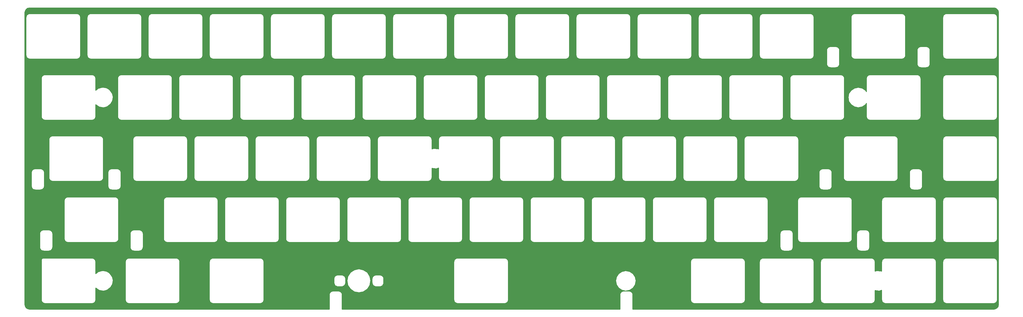
<source format=gtl>
G04 #@! TF.FileFunction,Copper,L1,Top,Signal*
%FSLAX46Y46*%
G04 Gerber Fmt 4.6, Leading zero omitted, Abs format (unit mm)*
G04 Created by KiCad (PCBNEW 4.0.7) date 04/18/18 20:47:54*
%MOMM*%
%LPD*%
G01*
G04 APERTURE LIST*
%ADD10C,0.100000*%
%ADD11C,1.524000*%
%ADD12C,0.254000*%
G04 APERTURE END LIST*
D10*
D11*
X138850000Y-104796000D03*
D12*
G36*
X322386094Y-19596097D02*
X322808357Y-19878243D01*
X323090503Y-20300506D01*
X323203000Y-20866066D01*
X323203000Y-111981205D01*
X323090503Y-112546765D01*
X322808357Y-112969028D01*
X322386094Y-113251174D01*
X321820533Y-113363671D01*
X209240408Y-113363671D01*
X209265838Y-113235823D01*
X209265838Y-113168358D01*
X209279000Y-113102188D01*
X209279000Y-108895940D01*
X209265838Y-108829770D01*
X209265838Y-108762305D01*
X209227778Y-108570962D01*
X209227777Y-108570960D01*
X209227777Y-108570958D01*
X209180271Y-108456269D01*
X209125497Y-108324033D01*
X209125495Y-108324031D01*
X209125495Y-108324030D01*
X209017108Y-108161819D01*
X208888047Y-108032759D01*
X208828121Y-107972832D01*
X208665910Y-107864445D01*
X208665908Y-107864444D01*
X208665907Y-107864443D01*
X208533671Y-107809669D01*
X208418982Y-107762163D01*
X208418980Y-107762163D01*
X208418978Y-107762162D01*
X208227636Y-107724102D01*
X208160170Y-107724102D01*
X208094000Y-107710940D01*
X206429000Y-107710940D01*
X206362830Y-107724102D01*
X206104022Y-107762162D01*
X206104020Y-107762163D01*
X206104018Y-107762163D01*
X205989329Y-107809669D01*
X205857093Y-107864443D01*
X205857092Y-107864444D01*
X205857090Y-107864445D01*
X205694879Y-107972832D01*
X205634953Y-108032759D01*
X205505892Y-108161819D01*
X205397505Y-108324030D01*
X205397505Y-108324031D01*
X205397503Y-108324033D01*
X205342729Y-108456269D01*
X205295223Y-108570958D01*
X205295223Y-108570960D01*
X205295222Y-108570962D01*
X205257162Y-108762304D01*
X205257162Y-108829770D01*
X205244000Y-108895940D01*
X205244000Y-113102188D01*
X205257162Y-113168358D01*
X205257162Y-113235824D01*
X205282592Y-113363671D01*
X118641908Y-113363671D01*
X118667338Y-113235823D01*
X118667338Y-113168358D01*
X118680500Y-113102188D01*
X118680500Y-108895940D01*
X118667338Y-108829770D01*
X118667338Y-108762305D01*
X118629278Y-108570962D01*
X118629277Y-108570960D01*
X118629277Y-108570958D01*
X118581771Y-108456269D01*
X118526997Y-108324033D01*
X118526995Y-108324031D01*
X118526995Y-108324030D01*
X118418608Y-108161819D01*
X118289547Y-108032759D01*
X118229621Y-107972832D01*
X118067410Y-107864445D01*
X118067408Y-107864444D01*
X118067407Y-107864443D01*
X117935171Y-107809669D01*
X117820482Y-107762163D01*
X117820480Y-107762163D01*
X117820478Y-107762162D01*
X117629136Y-107724102D01*
X117561670Y-107724102D01*
X117495500Y-107710940D01*
X115830300Y-107710940D01*
X115764130Y-107724102D01*
X115505322Y-107762162D01*
X115505320Y-107762163D01*
X115505318Y-107762163D01*
X115390629Y-107809669D01*
X115258393Y-107864443D01*
X115258392Y-107864444D01*
X115258390Y-107864445D01*
X115096179Y-107972832D01*
X115036253Y-108032759D01*
X114907192Y-108161819D01*
X114798805Y-108324030D01*
X114798805Y-108324031D01*
X114798803Y-108324033D01*
X114744029Y-108456269D01*
X114696523Y-108570958D01*
X114696523Y-108570960D01*
X114696522Y-108570962D01*
X114658462Y-108762304D01*
X114658462Y-108829770D01*
X114645300Y-108895940D01*
X114645300Y-113102188D01*
X114658462Y-113168358D01*
X114658462Y-113235824D01*
X114683892Y-113363671D01*
X21155550Y-113363671D01*
X20589990Y-113251174D01*
X20167727Y-112969028D01*
X19885581Y-112546765D01*
X19773084Y-111981204D01*
X19773084Y-98122700D01*
X24889530Y-98122700D01*
X24889530Y-110423280D01*
X24902692Y-110489450D01*
X24902692Y-110556916D01*
X24940752Y-110748258D01*
X24940753Y-110748260D01*
X24940753Y-110748262D01*
X24988259Y-110862951D01*
X25043033Y-110995187D01*
X25043034Y-110995188D01*
X25043035Y-110995190D01*
X25151422Y-111157401D01*
X25245916Y-111251894D01*
X25340409Y-111346388D01*
X25502620Y-111454775D01*
X25502622Y-111454776D01*
X25502623Y-111454777D01*
X25594506Y-111492836D01*
X25749548Y-111557057D01*
X25749550Y-111557057D01*
X25749552Y-111557058D01*
X25940895Y-111595118D01*
X26008360Y-111595118D01*
X26074530Y-111608280D01*
X40675300Y-111608280D01*
X40741470Y-111595118D01*
X40808936Y-111595118D01*
X41000278Y-111557058D01*
X41000280Y-111557057D01*
X41000282Y-111557057D01*
X41155324Y-111492836D01*
X41247207Y-111454777D01*
X41247208Y-111454776D01*
X41247210Y-111454775D01*
X41409421Y-111346388D01*
X41503914Y-111251894D01*
X41598408Y-111157401D01*
X41706795Y-110995190D01*
X41706796Y-110995188D01*
X41706797Y-110995187D01*
X41761571Y-110862951D01*
X41809077Y-110748262D01*
X41809077Y-110748260D01*
X41809078Y-110748258D01*
X41847138Y-110556915D01*
X41847138Y-110489450D01*
X41860300Y-110423280D01*
X41860300Y-106791928D01*
X41913039Y-106849422D01*
X41994387Y-106909004D01*
X42069548Y-106976230D01*
X42909504Y-107472194D01*
X43040663Y-107518151D01*
X43161742Y-107560577D01*
X44127556Y-107697350D01*
X44394416Y-107682478D01*
X45339054Y-107439239D01*
X45579909Y-107323377D01*
X46359557Y-106737156D01*
X46389611Y-106703555D01*
X46537740Y-106537942D01*
X47033704Y-105697986D01*
X47095889Y-105520513D01*
X47122087Y-105445748D01*
X47258860Y-104479934D01*
X47243988Y-104213074D01*
X47000749Y-103268436D01*
X46884887Y-103027581D01*
X46298666Y-102247933D01*
X46099452Y-102069751D01*
X45259496Y-101573786D01*
X45079818Y-101510828D01*
X45007258Y-101485403D01*
X44041443Y-101348630D01*
X43774584Y-101363502D01*
X42829946Y-101606741D01*
X42589091Y-101722603D01*
X41860300Y-102270584D01*
X41860300Y-98622700D01*
X51083300Y-98622700D01*
X51083300Y-110423280D01*
X51096462Y-110489450D01*
X51096462Y-110556916D01*
X51134522Y-110748258D01*
X51134523Y-110748260D01*
X51134523Y-110748262D01*
X51182029Y-110862951D01*
X51236803Y-110995187D01*
X51236804Y-110995188D01*
X51236805Y-110995190D01*
X51345192Y-111157401D01*
X51439686Y-111251894D01*
X51534179Y-111346388D01*
X51696390Y-111454775D01*
X51696392Y-111454776D01*
X51696393Y-111454777D01*
X51788276Y-111492836D01*
X51943318Y-111557057D01*
X51943320Y-111557057D01*
X51943322Y-111557058D01*
X52134665Y-111595118D01*
X52202130Y-111595118D01*
X52268300Y-111608280D01*
X66869100Y-111608280D01*
X66935270Y-111595118D01*
X67002736Y-111595118D01*
X67194078Y-111557058D01*
X67194080Y-111557057D01*
X67194082Y-111557057D01*
X67349124Y-111492836D01*
X67441007Y-111454777D01*
X67441008Y-111454776D01*
X67441010Y-111454775D01*
X67603221Y-111346388D01*
X67697714Y-111251894D01*
X67792208Y-111157401D01*
X67900595Y-110995190D01*
X67900596Y-110995188D01*
X67900597Y-110995187D01*
X67955371Y-110862951D01*
X68002877Y-110748262D01*
X68002877Y-110748260D01*
X68002878Y-110748258D01*
X68040938Y-110556915D01*
X68040938Y-110489450D01*
X68054100Y-110423280D01*
X68054100Y-98622700D01*
X77278300Y-98622700D01*
X77278300Y-110423280D01*
X77291462Y-110489450D01*
X77291462Y-110556916D01*
X77329522Y-110748258D01*
X77329523Y-110748260D01*
X77329523Y-110748262D01*
X77377029Y-110862951D01*
X77431803Y-110995187D01*
X77431804Y-110995188D01*
X77431805Y-110995190D01*
X77540192Y-111157401D01*
X77634686Y-111251894D01*
X77729179Y-111346388D01*
X77891390Y-111454775D01*
X77891392Y-111454776D01*
X77891393Y-111454777D01*
X77983276Y-111492836D01*
X78138318Y-111557057D01*
X78138320Y-111557057D01*
X78138322Y-111557058D01*
X78329665Y-111595118D01*
X78397130Y-111595118D01*
X78463300Y-111608280D01*
X93062800Y-111608280D01*
X93128970Y-111595118D01*
X93196436Y-111595118D01*
X93387778Y-111557058D01*
X93387780Y-111557057D01*
X93387782Y-111557057D01*
X93542824Y-111492836D01*
X93634707Y-111454777D01*
X93634708Y-111454776D01*
X93634710Y-111454775D01*
X93796921Y-111346388D01*
X93891414Y-111251894D01*
X93985908Y-111157401D01*
X94094295Y-110995190D01*
X94094296Y-110995188D01*
X94094297Y-110995187D01*
X94149071Y-110862951D01*
X94196577Y-110748262D01*
X94196577Y-110748260D01*
X94196578Y-110748258D01*
X94234638Y-110556915D01*
X94234638Y-110489450D01*
X94247800Y-110423280D01*
X94247800Y-103897990D01*
X116102900Y-103897990D01*
X116102900Y-105147990D01*
X116116062Y-105214160D01*
X116116062Y-105281626D01*
X116154122Y-105472968D01*
X116154123Y-105472970D01*
X116154123Y-105472972D01*
X116182426Y-105541301D01*
X116256403Y-105719897D01*
X116256404Y-105719898D01*
X116256405Y-105719900D01*
X116364792Y-105882111D01*
X116422232Y-105939550D01*
X116553779Y-106071098D01*
X116715990Y-106179485D01*
X116715992Y-106179486D01*
X116715993Y-106179487D01*
X116834029Y-106228379D01*
X116962918Y-106281767D01*
X116962920Y-106281767D01*
X116962922Y-106281768D01*
X117154265Y-106319828D01*
X117221730Y-106319828D01*
X117287900Y-106332990D01*
X118537900Y-106332990D01*
X118604070Y-106319828D01*
X118671536Y-106319828D01*
X118862878Y-106281768D01*
X118862880Y-106281767D01*
X118862882Y-106281767D01*
X118991771Y-106228379D01*
X119109807Y-106179487D01*
X119109808Y-106179486D01*
X119109810Y-106179485D01*
X119272021Y-106071098D01*
X119403568Y-105939550D01*
X119461008Y-105882111D01*
X119569395Y-105719900D01*
X119569396Y-105719898D01*
X119569397Y-105719897D01*
X119643374Y-105541301D01*
X119671677Y-105472972D01*
X119671677Y-105472970D01*
X119671678Y-105472968D01*
X119709738Y-105281625D01*
X119709738Y-105214160D01*
X119722900Y-105147990D01*
X119722900Y-104522990D01*
X120152900Y-104522990D01*
X120435307Y-105942746D01*
X121239534Y-107146356D01*
X122443144Y-107950583D01*
X123862900Y-108232990D01*
X125282656Y-107950583D01*
X126486266Y-107146356D01*
X127290493Y-105942746D01*
X127572900Y-104522990D01*
X127448580Y-103897990D01*
X128002900Y-103897990D01*
X128002900Y-105147990D01*
X128016062Y-105214160D01*
X128016062Y-105281626D01*
X128054122Y-105472968D01*
X128054123Y-105472970D01*
X128054123Y-105472972D01*
X128082426Y-105541301D01*
X128156403Y-105719897D01*
X128156404Y-105719898D01*
X128156405Y-105719900D01*
X128264792Y-105882111D01*
X128322232Y-105939550D01*
X128453779Y-106071098D01*
X128615990Y-106179485D01*
X128615992Y-106179486D01*
X128615993Y-106179487D01*
X128734029Y-106228379D01*
X128862918Y-106281767D01*
X128862920Y-106281767D01*
X128862922Y-106281768D01*
X129054265Y-106319828D01*
X129121730Y-106319828D01*
X129187900Y-106332990D01*
X130437900Y-106332990D01*
X130504070Y-106319828D01*
X130571536Y-106319828D01*
X130762878Y-106281768D01*
X130762880Y-106281767D01*
X130762882Y-106281767D01*
X130891771Y-106228379D01*
X131009807Y-106179487D01*
X131009808Y-106179486D01*
X131009810Y-106179485D01*
X131172021Y-106071098D01*
X131303568Y-105939550D01*
X131361008Y-105882111D01*
X131469395Y-105719900D01*
X131469396Y-105719898D01*
X131469397Y-105719897D01*
X131543374Y-105541301D01*
X131571677Y-105472972D01*
X131571677Y-105472970D01*
X131571678Y-105472968D01*
X131609738Y-105281625D01*
X131609738Y-105214160D01*
X131622900Y-105147990D01*
X131622900Y-103897990D01*
X131609738Y-103831820D01*
X131609738Y-103764355D01*
X131571678Y-103573012D01*
X131571677Y-103573010D01*
X131571677Y-103573008D01*
X131514049Y-103433882D01*
X131469397Y-103326083D01*
X131469395Y-103326081D01*
X131469395Y-103326080D01*
X131361008Y-103163869D01*
X131220128Y-103022990D01*
X131172021Y-102974882D01*
X131009810Y-102866495D01*
X131009808Y-102866494D01*
X131009807Y-102866493D01*
X130877571Y-102811719D01*
X130762882Y-102764213D01*
X130762880Y-102764213D01*
X130762878Y-102764212D01*
X130571536Y-102726152D01*
X130504070Y-102726152D01*
X130437900Y-102712990D01*
X129187900Y-102712990D01*
X129121730Y-102726152D01*
X128862922Y-102764212D01*
X128862920Y-102764213D01*
X128862918Y-102764213D01*
X128748229Y-102811719D01*
X128615993Y-102866493D01*
X128615992Y-102866494D01*
X128615990Y-102866495D01*
X128453779Y-102974882D01*
X128405672Y-103022990D01*
X128264792Y-103163869D01*
X128156405Y-103326080D01*
X128156405Y-103326081D01*
X128156403Y-103326083D01*
X128111751Y-103433882D01*
X128054123Y-103573008D01*
X128054123Y-103573010D01*
X128054122Y-103573012D01*
X128016062Y-103764354D01*
X128016062Y-103831820D01*
X128002900Y-103897990D01*
X127448580Y-103897990D01*
X127290493Y-103103234D01*
X126486266Y-101899624D01*
X125282656Y-101095397D01*
X123862900Y-100812990D01*
X122443144Y-101095397D01*
X121239534Y-101899624D01*
X120435307Y-103103234D01*
X120152900Y-104522990D01*
X119722900Y-104522990D01*
X119722900Y-103897990D01*
X119709738Y-103831820D01*
X119709738Y-103764355D01*
X119671678Y-103573012D01*
X119671677Y-103573010D01*
X119671677Y-103573008D01*
X119614049Y-103433882D01*
X119569397Y-103326083D01*
X119569395Y-103326081D01*
X119569395Y-103326080D01*
X119461008Y-103163869D01*
X119320128Y-103022990D01*
X119272021Y-102974882D01*
X119109810Y-102866495D01*
X119109808Y-102866494D01*
X119109807Y-102866493D01*
X118977571Y-102811719D01*
X118862882Y-102764213D01*
X118862880Y-102764213D01*
X118862878Y-102764212D01*
X118671536Y-102726152D01*
X118604070Y-102726152D01*
X118537900Y-102712990D01*
X117287900Y-102712990D01*
X117221730Y-102726152D01*
X116962922Y-102764212D01*
X116962920Y-102764213D01*
X116962918Y-102764213D01*
X116848229Y-102811719D01*
X116715993Y-102866493D01*
X116715992Y-102866494D01*
X116715990Y-102866495D01*
X116553779Y-102974882D01*
X116505672Y-103022990D01*
X116364792Y-103163869D01*
X116256405Y-103326080D01*
X116256405Y-103326081D01*
X116256403Y-103326083D01*
X116211751Y-103433882D01*
X116154123Y-103573008D01*
X116154123Y-103573010D01*
X116154122Y-103573012D01*
X116116062Y-103764354D01*
X116116062Y-103831820D01*
X116102900Y-103897990D01*
X94247800Y-103897990D01*
X94247800Y-98622700D01*
X153478000Y-98622700D01*
X153478000Y-110423280D01*
X153491162Y-110489450D01*
X153491162Y-110556916D01*
X153529222Y-110748258D01*
X153529223Y-110748260D01*
X153529223Y-110748262D01*
X153576729Y-110862951D01*
X153631503Y-110995187D01*
X153631504Y-110995188D01*
X153631505Y-110995190D01*
X153739892Y-111157401D01*
X153834386Y-111251894D01*
X153928879Y-111346388D01*
X154091090Y-111454775D01*
X154091092Y-111454776D01*
X154091093Y-111454777D01*
X154182976Y-111492836D01*
X154338018Y-111557057D01*
X154338020Y-111557057D01*
X154338022Y-111557058D01*
X154529365Y-111595118D01*
X154596830Y-111595118D01*
X154663000Y-111608280D01*
X169263000Y-111608280D01*
X169329170Y-111595118D01*
X169396636Y-111595118D01*
X169587978Y-111557058D01*
X169587980Y-111557057D01*
X169587982Y-111557057D01*
X169743024Y-111492836D01*
X169834907Y-111454777D01*
X169834908Y-111454776D01*
X169834910Y-111454775D01*
X169997121Y-111346388D01*
X170091614Y-111251894D01*
X170186108Y-111157401D01*
X170294495Y-110995190D01*
X170294496Y-110995188D01*
X170294497Y-110995187D01*
X170349271Y-110862951D01*
X170396777Y-110748262D01*
X170396777Y-110748260D01*
X170396778Y-110748258D01*
X170434838Y-110556915D01*
X170434838Y-110489450D01*
X170448000Y-110423280D01*
X170448000Y-104522990D01*
X203879500Y-104522990D01*
X204121944Y-105741837D01*
X204812365Y-106775125D01*
X205845653Y-107465546D01*
X207064500Y-107707990D01*
X208283347Y-107465546D01*
X209316635Y-106775125D01*
X210007056Y-105741837D01*
X210249500Y-104522990D01*
X210007056Y-103304143D01*
X209316635Y-102270855D01*
X208283347Y-101580434D01*
X207064500Y-101337990D01*
X205845653Y-101580434D01*
X204812365Y-102270855D01*
X204121944Y-103304143D01*
X203879500Y-104522990D01*
X170448000Y-104522990D01*
X170448000Y-98622700D01*
X227296000Y-98622700D01*
X227296000Y-110423280D01*
X227309162Y-110489450D01*
X227309162Y-110556916D01*
X227347222Y-110748258D01*
X227347223Y-110748260D01*
X227347223Y-110748262D01*
X227394729Y-110862951D01*
X227449503Y-110995187D01*
X227449504Y-110995188D01*
X227449505Y-110995190D01*
X227557892Y-111157401D01*
X227652386Y-111251894D01*
X227746879Y-111346388D01*
X227909090Y-111454775D01*
X227909092Y-111454776D01*
X227909093Y-111454777D01*
X228000976Y-111492836D01*
X228156018Y-111557057D01*
X228156020Y-111557057D01*
X228156022Y-111557058D01*
X228347365Y-111595118D01*
X228414830Y-111595118D01*
X228481000Y-111608280D01*
X243080000Y-111608280D01*
X243146170Y-111595118D01*
X243213636Y-111595118D01*
X243404978Y-111557058D01*
X243404980Y-111557057D01*
X243404982Y-111557057D01*
X243560024Y-111492836D01*
X243651907Y-111454777D01*
X243651908Y-111454776D01*
X243651910Y-111454775D01*
X243814121Y-111346388D01*
X243908614Y-111251894D01*
X244003108Y-111157401D01*
X244111495Y-110995190D01*
X244111496Y-110995188D01*
X244111497Y-110995187D01*
X244166271Y-110862951D01*
X244213777Y-110748262D01*
X244213777Y-110748260D01*
X244213778Y-110748258D01*
X244251838Y-110556915D01*
X244251838Y-110489450D01*
X244265000Y-110423280D01*
X244265000Y-98622700D01*
X248728000Y-98622700D01*
X248728000Y-110423280D01*
X248741162Y-110489450D01*
X248741162Y-110556916D01*
X248779222Y-110748258D01*
X248779223Y-110748260D01*
X248779223Y-110748262D01*
X248826729Y-110862951D01*
X248881503Y-110995187D01*
X248881504Y-110995188D01*
X248881505Y-110995190D01*
X248989892Y-111157401D01*
X249084386Y-111251894D01*
X249178879Y-111346388D01*
X249341090Y-111454775D01*
X249341092Y-111454776D01*
X249341093Y-111454777D01*
X249432976Y-111492836D01*
X249588018Y-111557057D01*
X249588020Y-111557057D01*
X249588022Y-111557058D01*
X249779365Y-111595118D01*
X249846830Y-111595118D01*
X249913000Y-111608280D01*
X264513000Y-111608280D01*
X264579170Y-111595118D01*
X264646636Y-111595118D01*
X264837978Y-111557058D01*
X264837980Y-111557057D01*
X264837982Y-111557057D01*
X264993024Y-111492836D01*
X265084907Y-111454777D01*
X265084908Y-111454776D01*
X265084910Y-111454775D01*
X265247121Y-111346388D01*
X265341614Y-111251894D01*
X265436108Y-111157401D01*
X265544495Y-110995190D01*
X265544496Y-110995188D01*
X265544497Y-110995187D01*
X265599271Y-110862951D01*
X265646777Y-110748262D01*
X265646777Y-110748260D01*
X265646778Y-110748258D01*
X265684838Y-110556915D01*
X265684838Y-110489450D01*
X265698000Y-110423280D01*
X265698000Y-98622700D01*
X267778000Y-98622700D01*
X267778000Y-110423280D01*
X267791162Y-110489450D01*
X267791162Y-110556916D01*
X267829222Y-110748258D01*
X267829223Y-110748260D01*
X267829223Y-110748262D01*
X267876729Y-110862951D01*
X267931503Y-110995187D01*
X267931504Y-110995188D01*
X267931505Y-110995190D01*
X268039892Y-111157401D01*
X268134386Y-111251894D01*
X268228879Y-111346388D01*
X268391090Y-111454775D01*
X268391092Y-111454776D01*
X268391093Y-111454777D01*
X268482976Y-111492836D01*
X268638018Y-111557057D01*
X268638020Y-111557057D01*
X268638022Y-111557058D01*
X268829365Y-111595118D01*
X268896830Y-111595118D01*
X268963000Y-111608280D01*
X283563000Y-111608280D01*
X283629170Y-111595118D01*
X283696636Y-111595118D01*
X283887978Y-111557058D01*
X283887980Y-111557057D01*
X283887982Y-111557057D01*
X284043024Y-111492836D01*
X284134907Y-111454777D01*
X284134908Y-111454776D01*
X284134910Y-111454775D01*
X284297121Y-111346388D01*
X284391614Y-111251894D01*
X284486108Y-111157401D01*
X284594495Y-110995190D01*
X284594496Y-110995188D01*
X284594497Y-110995187D01*
X284649271Y-110862951D01*
X284696777Y-110748262D01*
X284696777Y-110748260D01*
X284696778Y-110748258D01*
X284734838Y-110556915D01*
X284734838Y-110489450D01*
X284748000Y-110423280D01*
X284748000Y-107507150D01*
X284899466Y-107571108D01*
X285012223Y-107594340D01*
X285123527Y-107623746D01*
X286097108Y-107684128D01*
X286361971Y-107648313D01*
X286828000Y-107488292D01*
X286828000Y-110423280D01*
X286841162Y-110489450D01*
X286841162Y-110556916D01*
X286879222Y-110748258D01*
X286879223Y-110748260D01*
X286879223Y-110748262D01*
X286926729Y-110862951D01*
X286981503Y-110995187D01*
X286981504Y-110995188D01*
X286981505Y-110995190D01*
X287089892Y-111157401D01*
X287184386Y-111251894D01*
X287278879Y-111346388D01*
X287441090Y-111454775D01*
X287441092Y-111454776D01*
X287441093Y-111454777D01*
X287532976Y-111492836D01*
X287688018Y-111557057D01*
X287688020Y-111557057D01*
X287688022Y-111557058D01*
X287879365Y-111595118D01*
X287946830Y-111595118D01*
X288013000Y-111608280D01*
X302613000Y-111608280D01*
X302679170Y-111595118D01*
X302746636Y-111595118D01*
X302937978Y-111557058D01*
X302937980Y-111557057D01*
X302937982Y-111557057D01*
X303093024Y-111492836D01*
X303184907Y-111454777D01*
X303184908Y-111454776D01*
X303184910Y-111454775D01*
X303347121Y-111346388D01*
X303441614Y-111251894D01*
X303536108Y-111157401D01*
X303644495Y-110995190D01*
X303644496Y-110995188D01*
X303644497Y-110995187D01*
X303699271Y-110862951D01*
X303746777Y-110748262D01*
X303746777Y-110748260D01*
X303746778Y-110748258D01*
X303784838Y-110556915D01*
X303784838Y-110489450D01*
X303798000Y-110423280D01*
X303798000Y-98622700D01*
X305878000Y-98622700D01*
X305878000Y-110423280D01*
X305891162Y-110489450D01*
X305891162Y-110556916D01*
X305929222Y-110748258D01*
X305929223Y-110748260D01*
X305929223Y-110748262D01*
X305976729Y-110862951D01*
X306031503Y-110995187D01*
X306031504Y-110995188D01*
X306031505Y-110995190D01*
X306139892Y-111157401D01*
X306234386Y-111251894D01*
X306328879Y-111346388D01*
X306491090Y-111454775D01*
X306491092Y-111454776D01*
X306491093Y-111454777D01*
X306582976Y-111492836D01*
X306738018Y-111557057D01*
X306738020Y-111557057D01*
X306738022Y-111557058D01*
X306929365Y-111595118D01*
X306996830Y-111595118D01*
X307063000Y-111608280D01*
X321663000Y-111608280D01*
X321729170Y-111595118D01*
X321796636Y-111595118D01*
X321987978Y-111557058D01*
X321987980Y-111557057D01*
X321987982Y-111557057D01*
X322143024Y-111492836D01*
X322234907Y-111454777D01*
X322234908Y-111454776D01*
X322234910Y-111454775D01*
X322397121Y-111346388D01*
X322491614Y-111251894D01*
X322586108Y-111157401D01*
X322694495Y-110995190D01*
X322694496Y-110995188D01*
X322694497Y-110995187D01*
X322749271Y-110862951D01*
X322796777Y-110748262D01*
X322796777Y-110748260D01*
X322796778Y-110748258D01*
X322834838Y-110556915D01*
X322834838Y-110489450D01*
X322848000Y-110423280D01*
X322848000Y-98622700D01*
X322834838Y-98556530D01*
X322834838Y-98489065D01*
X322796778Y-98297722D01*
X322796777Y-98297720D01*
X322796777Y-98297718D01*
X322749271Y-98183029D01*
X322694497Y-98050793D01*
X322694495Y-98050791D01*
X322694495Y-98050790D01*
X322586108Y-97888579D01*
X322457047Y-97759519D01*
X322397121Y-97699592D01*
X322234910Y-97591205D01*
X322234908Y-97591204D01*
X322234907Y-97591203D01*
X322102671Y-97536429D01*
X321987982Y-97488923D01*
X321987980Y-97488923D01*
X321987978Y-97488922D01*
X321796636Y-97450862D01*
X321729170Y-97450862D01*
X321663000Y-97437700D01*
X307063000Y-97437700D01*
X306996830Y-97450862D01*
X306738022Y-97488922D01*
X306738020Y-97488923D01*
X306738018Y-97488923D01*
X306623329Y-97536429D01*
X306491093Y-97591203D01*
X306491092Y-97591204D01*
X306491090Y-97591205D01*
X306328879Y-97699592D01*
X306268953Y-97759519D01*
X306139892Y-97888579D01*
X306031505Y-98050790D01*
X306031505Y-98050791D01*
X306031503Y-98050793D01*
X305976729Y-98183029D01*
X305929223Y-98297718D01*
X305929223Y-98297720D01*
X305929222Y-98297722D01*
X305891162Y-98489064D01*
X305891162Y-98556530D01*
X305878000Y-98622700D01*
X303798000Y-98622700D01*
X303784838Y-98556530D01*
X303784838Y-98489065D01*
X303746778Y-98297722D01*
X303746777Y-98297720D01*
X303746777Y-98297718D01*
X303699271Y-98183029D01*
X303644497Y-98050793D01*
X303644495Y-98050791D01*
X303644495Y-98050790D01*
X303536108Y-97888579D01*
X303407047Y-97759519D01*
X303347121Y-97699592D01*
X303184910Y-97591205D01*
X303184908Y-97591204D01*
X303184907Y-97591203D01*
X303052671Y-97536429D01*
X302937982Y-97488923D01*
X302937980Y-97488923D01*
X302937978Y-97488922D01*
X302746636Y-97450862D01*
X302679170Y-97450862D01*
X302613000Y-97437700D01*
X288013000Y-97437700D01*
X287946830Y-97450862D01*
X287688022Y-97488922D01*
X287688020Y-97488923D01*
X287688018Y-97488923D01*
X287573329Y-97536429D01*
X287441093Y-97591203D01*
X287441092Y-97591204D01*
X287441090Y-97591205D01*
X287278879Y-97699592D01*
X287218953Y-97759519D01*
X287089892Y-97888579D01*
X286981505Y-98050790D01*
X286981505Y-98050791D01*
X286981503Y-98050793D01*
X286926729Y-98183029D01*
X286879223Y-98297718D01*
X286879223Y-98297720D01*
X286879222Y-98297722D01*
X286841162Y-98489064D01*
X286841162Y-98556530D01*
X286828000Y-98622700D01*
X286828000Y-101527877D01*
X286667716Y-101462767D01*
X286554659Y-101441082D01*
X286442955Y-101413201D01*
X285468639Y-101366154D01*
X285204291Y-101405593D01*
X284748000Y-101569288D01*
X284748000Y-98622700D01*
X284734838Y-98556530D01*
X284734838Y-98489065D01*
X284696778Y-98297722D01*
X284696777Y-98297720D01*
X284696777Y-98297718D01*
X284649271Y-98183029D01*
X284594497Y-98050793D01*
X284594495Y-98050791D01*
X284594495Y-98050790D01*
X284486108Y-97888579D01*
X284357047Y-97759519D01*
X284297121Y-97699592D01*
X284134910Y-97591205D01*
X284134908Y-97591204D01*
X284134907Y-97591203D01*
X284002671Y-97536429D01*
X283887982Y-97488923D01*
X283887980Y-97488923D01*
X283887978Y-97488922D01*
X283696636Y-97450862D01*
X283629170Y-97450862D01*
X283563000Y-97437700D01*
X268963000Y-97437700D01*
X268896830Y-97450862D01*
X268638022Y-97488922D01*
X268638020Y-97488923D01*
X268638018Y-97488923D01*
X268523329Y-97536429D01*
X268391093Y-97591203D01*
X268391092Y-97591204D01*
X268391090Y-97591205D01*
X268228879Y-97699592D01*
X268168953Y-97759519D01*
X268039892Y-97888579D01*
X267931505Y-98050790D01*
X267931505Y-98050791D01*
X267931503Y-98050793D01*
X267876729Y-98183029D01*
X267829223Y-98297718D01*
X267829223Y-98297720D01*
X267829222Y-98297722D01*
X267791162Y-98489064D01*
X267791162Y-98556530D01*
X267778000Y-98622700D01*
X265698000Y-98622700D01*
X265684838Y-98556530D01*
X265684838Y-98489065D01*
X265646778Y-98297722D01*
X265646777Y-98297720D01*
X265646777Y-98297718D01*
X265599271Y-98183029D01*
X265544497Y-98050793D01*
X265544495Y-98050791D01*
X265544495Y-98050790D01*
X265436108Y-97888579D01*
X265307047Y-97759519D01*
X265247121Y-97699592D01*
X265084910Y-97591205D01*
X265084908Y-97591204D01*
X265084907Y-97591203D01*
X264952671Y-97536429D01*
X264837982Y-97488923D01*
X264837980Y-97488923D01*
X264837978Y-97488922D01*
X264646636Y-97450862D01*
X264579170Y-97450862D01*
X264513000Y-97437700D01*
X249913000Y-97437700D01*
X249846830Y-97450862D01*
X249588022Y-97488922D01*
X249588020Y-97488923D01*
X249588018Y-97488923D01*
X249473329Y-97536429D01*
X249341093Y-97591203D01*
X249341092Y-97591204D01*
X249341090Y-97591205D01*
X249178879Y-97699592D01*
X249118953Y-97759519D01*
X248989892Y-97888579D01*
X248881505Y-98050790D01*
X248881505Y-98050791D01*
X248881503Y-98050793D01*
X248826729Y-98183029D01*
X248779223Y-98297718D01*
X248779223Y-98297720D01*
X248779222Y-98297722D01*
X248741162Y-98489064D01*
X248741162Y-98556530D01*
X248728000Y-98622700D01*
X244265000Y-98622700D01*
X244251838Y-98556530D01*
X244251838Y-98489065D01*
X244213778Y-98297722D01*
X244213777Y-98297720D01*
X244213777Y-98297718D01*
X244166271Y-98183029D01*
X244111497Y-98050793D01*
X244111495Y-98050791D01*
X244111495Y-98050790D01*
X244003108Y-97888579D01*
X243874047Y-97759519D01*
X243814121Y-97699592D01*
X243651910Y-97591205D01*
X243651908Y-97591204D01*
X243651907Y-97591203D01*
X243519671Y-97536429D01*
X243404982Y-97488923D01*
X243404980Y-97488923D01*
X243404978Y-97488922D01*
X243213636Y-97450862D01*
X243146170Y-97450862D01*
X243080000Y-97437700D01*
X228481000Y-97437700D01*
X228414830Y-97450862D01*
X228156022Y-97488922D01*
X228156020Y-97488923D01*
X228156018Y-97488923D01*
X228041329Y-97536429D01*
X227909093Y-97591203D01*
X227909092Y-97591204D01*
X227909090Y-97591205D01*
X227746879Y-97699592D01*
X227686953Y-97759519D01*
X227557892Y-97888579D01*
X227449505Y-98050790D01*
X227449505Y-98050791D01*
X227449503Y-98050793D01*
X227394729Y-98183029D01*
X227347223Y-98297718D01*
X227347223Y-98297720D01*
X227347222Y-98297722D01*
X227309162Y-98489064D01*
X227309162Y-98556530D01*
X227296000Y-98622700D01*
X170448000Y-98622700D01*
X170434838Y-98556530D01*
X170434838Y-98489065D01*
X170396778Y-98297722D01*
X170396777Y-98297720D01*
X170396777Y-98297718D01*
X170349271Y-98183029D01*
X170294497Y-98050793D01*
X170294495Y-98050791D01*
X170294495Y-98050790D01*
X170186108Y-97888579D01*
X170057047Y-97759519D01*
X169997121Y-97699592D01*
X169834910Y-97591205D01*
X169834908Y-97591204D01*
X169834907Y-97591203D01*
X169702671Y-97536429D01*
X169587982Y-97488923D01*
X169587980Y-97488923D01*
X169587978Y-97488922D01*
X169396636Y-97450862D01*
X169329170Y-97450862D01*
X169263000Y-97437700D01*
X154663000Y-97437700D01*
X154596830Y-97450862D01*
X154338022Y-97488922D01*
X154338020Y-97488923D01*
X154338018Y-97488923D01*
X154223329Y-97536429D01*
X154091093Y-97591203D01*
X154091092Y-97591204D01*
X154091090Y-97591205D01*
X153928879Y-97699592D01*
X153868953Y-97759519D01*
X153739892Y-97888579D01*
X153631505Y-98050790D01*
X153631505Y-98050791D01*
X153631503Y-98050793D01*
X153576729Y-98183029D01*
X153529223Y-98297718D01*
X153529223Y-98297720D01*
X153529222Y-98297722D01*
X153491162Y-98489064D01*
X153491162Y-98556530D01*
X153478000Y-98622700D01*
X94247800Y-98622700D01*
X94234638Y-98556530D01*
X94234638Y-98489065D01*
X94196578Y-98297722D01*
X94196577Y-98297720D01*
X94196577Y-98297718D01*
X94149071Y-98183029D01*
X94094297Y-98050793D01*
X94094295Y-98050791D01*
X94094295Y-98050790D01*
X93985908Y-97888579D01*
X93856847Y-97759519D01*
X93796921Y-97699592D01*
X93634710Y-97591205D01*
X93634708Y-97591204D01*
X93634707Y-97591203D01*
X93502471Y-97536429D01*
X93387782Y-97488923D01*
X93387780Y-97488923D01*
X93387778Y-97488922D01*
X93196436Y-97450862D01*
X93128970Y-97450862D01*
X93062800Y-97437700D01*
X78463300Y-97437700D01*
X78397130Y-97450862D01*
X78138322Y-97488922D01*
X78138320Y-97488923D01*
X78138318Y-97488923D01*
X78023629Y-97536429D01*
X77891393Y-97591203D01*
X77891392Y-97591204D01*
X77891390Y-97591205D01*
X77729179Y-97699592D01*
X77669253Y-97759519D01*
X77540192Y-97888579D01*
X77431805Y-98050790D01*
X77431805Y-98050791D01*
X77431803Y-98050793D01*
X77377029Y-98183029D01*
X77329523Y-98297718D01*
X77329523Y-98297720D01*
X77329522Y-98297722D01*
X77291462Y-98489064D01*
X77291462Y-98556530D01*
X77278300Y-98622700D01*
X68054100Y-98622700D01*
X68040938Y-98556530D01*
X68040938Y-98489065D01*
X68002878Y-98297722D01*
X68002877Y-98297720D01*
X68002877Y-98297718D01*
X67955371Y-98183029D01*
X67900597Y-98050793D01*
X67900595Y-98050791D01*
X67900595Y-98050790D01*
X67792208Y-97888579D01*
X67663147Y-97759519D01*
X67603221Y-97699592D01*
X67441010Y-97591205D01*
X67441008Y-97591204D01*
X67441007Y-97591203D01*
X67308771Y-97536429D01*
X67194082Y-97488923D01*
X67194080Y-97488923D01*
X67194078Y-97488922D01*
X67002736Y-97450862D01*
X66935270Y-97450862D01*
X66869100Y-97437700D01*
X52268300Y-97437700D01*
X52202130Y-97450862D01*
X51943322Y-97488922D01*
X51943320Y-97488923D01*
X51943318Y-97488923D01*
X51828629Y-97536429D01*
X51696393Y-97591203D01*
X51696392Y-97591204D01*
X51696390Y-97591205D01*
X51534179Y-97699592D01*
X51474253Y-97759519D01*
X51345192Y-97888579D01*
X51236805Y-98050790D01*
X51236805Y-98050791D01*
X51236803Y-98050793D01*
X51182029Y-98183029D01*
X51134523Y-98297718D01*
X51134523Y-98297720D01*
X51134522Y-98297722D01*
X51096462Y-98489064D01*
X51096462Y-98556530D01*
X51083300Y-98622700D01*
X41860300Y-98622700D01*
X41847138Y-98556530D01*
X41847138Y-98489065D01*
X41809078Y-98297722D01*
X41809077Y-98297720D01*
X41809077Y-98297718D01*
X41761571Y-98183029D01*
X41706797Y-98050793D01*
X41706795Y-98050791D01*
X41706795Y-98050790D01*
X41598408Y-97888579D01*
X41469347Y-97759519D01*
X41409421Y-97699592D01*
X41247210Y-97591205D01*
X41247208Y-97591204D01*
X41247207Y-97591203D01*
X41114971Y-97536429D01*
X41000282Y-97488923D01*
X41000280Y-97488923D01*
X41000278Y-97488922D01*
X40808936Y-97450862D01*
X40741470Y-97450862D01*
X40675300Y-97437700D01*
X25574530Y-97437700D01*
X25312392Y-97489843D01*
X25090162Y-97638332D01*
X24941673Y-97860562D01*
X24889530Y-98122700D01*
X19773084Y-98122700D01*
X19773084Y-89845900D01*
X24404460Y-89845900D01*
X24404460Y-94053600D01*
X24417622Y-94119770D01*
X24417622Y-94187236D01*
X24455682Y-94378578D01*
X24455683Y-94378580D01*
X24455683Y-94378582D01*
X24503189Y-94493271D01*
X24557963Y-94625507D01*
X24557964Y-94625508D01*
X24557965Y-94625510D01*
X24666352Y-94787721D01*
X24760846Y-94882214D01*
X24855339Y-94976708D01*
X25017550Y-95085095D01*
X25017552Y-95085096D01*
X25017553Y-95085097D01*
X25109436Y-95123156D01*
X25264478Y-95187377D01*
X25264480Y-95187377D01*
X25264482Y-95187378D01*
X25455825Y-95225438D01*
X25523290Y-95225438D01*
X25589460Y-95238600D01*
X27255930Y-95238600D01*
X27322100Y-95225438D01*
X27389566Y-95225438D01*
X27580908Y-95187378D01*
X27580910Y-95187377D01*
X27580912Y-95187377D01*
X27735954Y-95123156D01*
X27827837Y-95085097D01*
X27827838Y-95085096D01*
X27827840Y-95085095D01*
X27990051Y-94976708D01*
X28084544Y-94882214D01*
X28179038Y-94787721D01*
X28287425Y-94625510D01*
X28287426Y-94625508D01*
X28287427Y-94625507D01*
X28342201Y-94493271D01*
X28389707Y-94378582D01*
X28389707Y-94378580D01*
X28389708Y-94378578D01*
X28427768Y-94187235D01*
X28427768Y-94119770D01*
X28440930Y-94053600D01*
X28440930Y-89845900D01*
X28427768Y-89779730D01*
X28427768Y-89712265D01*
X28389708Y-89520922D01*
X28389707Y-89520920D01*
X28389707Y-89520918D01*
X28342201Y-89406229D01*
X28287427Y-89273993D01*
X28287425Y-89273991D01*
X28287425Y-89273990D01*
X28179038Y-89111779D01*
X28049977Y-88982719D01*
X27990051Y-88922792D01*
X27827840Y-88814405D01*
X27827838Y-88814404D01*
X27827837Y-88814403D01*
X27695601Y-88759629D01*
X27580912Y-88712123D01*
X27580910Y-88712123D01*
X27580908Y-88712122D01*
X27389566Y-88674062D01*
X27322100Y-88674062D01*
X27255930Y-88660900D01*
X25589460Y-88660900D01*
X25523290Y-88674062D01*
X25264482Y-88712122D01*
X25264480Y-88712123D01*
X25264478Y-88712123D01*
X25149789Y-88759629D01*
X25017553Y-88814403D01*
X25017552Y-88814404D01*
X25017550Y-88814405D01*
X24855339Y-88922792D01*
X24795413Y-88982719D01*
X24666352Y-89111779D01*
X24557965Y-89273990D01*
X24557965Y-89273991D01*
X24557963Y-89273993D01*
X24503189Y-89406229D01*
X24455683Y-89520918D01*
X24455683Y-89520920D01*
X24455682Y-89520922D01*
X24417622Y-89712264D01*
X24417622Y-89779730D01*
X24404460Y-89845900D01*
X19773084Y-89845900D01*
X19773084Y-79572700D01*
X32033300Y-79572700D01*
X32033300Y-91373300D01*
X32046462Y-91439470D01*
X32046462Y-91506936D01*
X32084522Y-91698278D01*
X32084523Y-91698280D01*
X32084523Y-91698282D01*
X32132029Y-91812971D01*
X32186803Y-91945207D01*
X32186804Y-91945208D01*
X32186805Y-91945210D01*
X32295192Y-92107421D01*
X32389686Y-92201914D01*
X32484179Y-92296408D01*
X32646390Y-92404795D01*
X32646392Y-92404796D01*
X32646393Y-92404797D01*
X32738276Y-92442856D01*
X32893318Y-92507077D01*
X32893320Y-92507077D01*
X32893322Y-92507078D01*
X33084665Y-92545138D01*
X33152130Y-92545138D01*
X33218300Y-92558300D01*
X47819000Y-92558300D01*
X47885170Y-92545138D01*
X47952636Y-92545138D01*
X48143978Y-92507078D01*
X48143980Y-92507077D01*
X48143982Y-92507077D01*
X48299024Y-92442856D01*
X48390907Y-92404797D01*
X48390908Y-92404796D01*
X48390910Y-92404795D01*
X48553121Y-92296408D01*
X48647614Y-92201914D01*
X48742108Y-92107421D01*
X48850495Y-91945210D01*
X48850496Y-91945208D01*
X48850497Y-91945207D01*
X48905271Y-91812971D01*
X48952777Y-91698282D01*
X48952777Y-91698280D01*
X48952778Y-91698278D01*
X48990838Y-91506935D01*
X48990838Y-91439470D01*
X49004000Y-91373300D01*
X49004000Y-89845900D01*
X52596300Y-89845900D01*
X52596300Y-94053600D01*
X52609462Y-94119770D01*
X52609462Y-94187236D01*
X52647522Y-94378578D01*
X52647523Y-94378580D01*
X52647523Y-94378582D01*
X52695029Y-94493271D01*
X52749803Y-94625507D01*
X52749804Y-94625508D01*
X52749805Y-94625510D01*
X52858192Y-94787721D01*
X52952686Y-94882214D01*
X53047179Y-94976708D01*
X53209390Y-95085095D01*
X53209392Y-95085096D01*
X53209393Y-95085097D01*
X53301276Y-95123156D01*
X53456318Y-95187377D01*
X53456320Y-95187377D01*
X53456322Y-95187378D01*
X53647665Y-95225438D01*
X53715130Y-95225438D01*
X53781300Y-95238600D01*
X55447900Y-95238600D01*
X55514070Y-95225438D01*
X55581536Y-95225438D01*
X55772878Y-95187378D01*
X55772880Y-95187377D01*
X55772882Y-95187377D01*
X55927924Y-95123156D01*
X56019807Y-95085097D01*
X56019808Y-95085096D01*
X56019810Y-95085095D01*
X56182021Y-94976708D01*
X56276514Y-94882214D01*
X56371008Y-94787721D01*
X56479395Y-94625510D01*
X56479396Y-94625508D01*
X56479397Y-94625507D01*
X56534171Y-94493271D01*
X56581677Y-94378582D01*
X56581677Y-94378580D01*
X56581678Y-94378578D01*
X56619738Y-94187235D01*
X56619738Y-94119770D01*
X56632900Y-94053600D01*
X56632900Y-89845900D01*
X56619738Y-89779730D01*
X56619738Y-89712265D01*
X56581678Y-89520922D01*
X56581677Y-89520920D01*
X56581677Y-89520918D01*
X56534171Y-89406229D01*
X56479397Y-89273993D01*
X56479395Y-89273991D01*
X56479395Y-89273990D01*
X56371008Y-89111779D01*
X56241947Y-88982719D01*
X56182021Y-88922792D01*
X56019810Y-88814405D01*
X56019808Y-88814404D01*
X56019807Y-88814403D01*
X55887571Y-88759629D01*
X55772882Y-88712123D01*
X55772880Y-88712123D01*
X55772878Y-88712122D01*
X55581536Y-88674062D01*
X55514070Y-88674062D01*
X55447900Y-88660900D01*
X53781300Y-88660900D01*
X53715130Y-88674062D01*
X53456322Y-88712122D01*
X53456320Y-88712123D01*
X53456318Y-88712123D01*
X53341629Y-88759629D01*
X53209393Y-88814403D01*
X53209392Y-88814404D01*
X53209390Y-88814405D01*
X53047179Y-88922792D01*
X52987253Y-88982719D01*
X52858192Y-89111779D01*
X52749805Y-89273990D01*
X52749805Y-89273991D01*
X52749803Y-89273993D01*
X52695029Y-89406229D01*
X52647523Y-89520918D01*
X52647523Y-89520920D01*
X52647522Y-89520922D01*
X52609462Y-89712264D01*
X52609462Y-89779730D01*
X52596300Y-89845900D01*
X49004000Y-89845900D01*
X49004000Y-79572700D01*
X62989400Y-79572700D01*
X62989400Y-91373300D01*
X63002562Y-91439470D01*
X63002562Y-91506936D01*
X63040622Y-91698278D01*
X63040623Y-91698280D01*
X63040623Y-91698282D01*
X63088129Y-91812971D01*
X63142903Y-91945207D01*
X63142904Y-91945208D01*
X63142905Y-91945210D01*
X63251292Y-92107421D01*
X63345786Y-92201914D01*
X63440279Y-92296408D01*
X63602490Y-92404795D01*
X63602492Y-92404796D01*
X63602493Y-92404797D01*
X63694376Y-92442856D01*
X63849418Y-92507077D01*
X63849420Y-92507077D01*
X63849422Y-92507078D01*
X64040765Y-92545138D01*
X64108230Y-92545138D01*
X64174400Y-92558300D01*
X78775300Y-92558300D01*
X78841470Y-92545138D01*
X78908936Y-92545138D01*
X79100278Y-92507078D01*
X79100280Y-92507077D01*
X79100282Y-92507077D01*
X79255324Y-92442856D01*
X79347207Y-92404797D01*
X79347208Y-92404796D01*
X79347210Y-92404795D01*
X79509421Y-92296408D01*
X79603914Y-92201914D01*
X79698408Y-92107421D01*
X79806795Y-91945210D01*
X79806796Y-91945208D01*
X79806797Y-91945207D01*
X79861571Y-91812971D01*
X79909077Y-91698282D01*
X79909077Y-91698280D01*
X79909078Y-91698278D01*
X79947138Y-91506935D01*
X79947138Y-91439470D01*
X79960300Y-91373300D01*
X79960300Y-79572700D01*
X82039400Y-79572700D01*
X82039400Y-91373300D01*
X82052562Y-91439470D01*
X82052562Y-91506936D01*
X82090622Y-91698278D01*
X82090623Y-91698280D01*
X82090623Y-91698282D01*
X82138129Y-91812971D01*
X82192903Y-91945207D01*
X82192904Y-91945208D01*
X82192905Y-91945210D01*
X82301292Y-92107421D01*
X82395786Y-92201914D01*
X82490279Y-92296408D01*
X82652490Y-92404795D01*
X82652492Y-92404796D01*
X82652493Y-92404797D01*
X82744376Y-92442856D01*
X82899418Y-92507077D01*
X82899420Y-92507077D01*
X82899422Y-92507078D01*
X83090765Y-92545138D01*
X83158230Y-92545138D01*
X83224400Y-92558300D01*
X97825300Y-92558300D01*
X97891470Y-92545138D01*
X97958936Y-92545138D01*
X98150278Y-92507078D01*
X98150280Y-92507077D01*
X98150282Y-92507077D01*
X98305324Y-92442856D01*
X98397207Y-92404797D01*
X98397208Y-92404796D01*
X98397210Y-92404795D01*
X98559421Y-92296408D01*
X98653914Y-92201914D01*
X98748408Y-92107421D01*
X98856795Y-91945210D01*
X98856796Y-91945208D01*
X98856797Y-91945207D01*
X98911571Y-91812971D01*
X98959077Y-91698282D01*
X98959077Y-91698280D01*
X98959078Y-91698278D01*
X98997138Y-91506935D01*
X98997138Y-91439470D01*
X99010300Y-91373300D01*
X99010300Y-79572700D01*
X101089400Y-79572700D01*
X101089400Y-91373300D01*
X101102562Y-91439470D01*
X101102562Y-91506936D01*
X101140622Y-91698278D01*
X101140623Y-91698280D01*
X101140623Y-91698282D01*
X101188129Y-91812971D01*
X101242903Y-91945207D01*
X101242904Y-91945208D01*
X101242905Y-91945210D01*
X101351292Y-92107421D01*
X101445786Y-92201914D01*
X101540279Y-92296408D01*
X101702490Y-92404795D01*
X101702492Y-92404796D01*
X101702493Y-92404797D01*
X101794376Y-92442856D01*
X101949418Y-92507077D01*
X101949420Y-92507077D01*
X101949422Y-92507078D01*
X102140765Y-92545138D01*
X102208230Y-92545138D01*
X102274400Y-92558300D01*
X116875300Y-92558300D01*
X116941470Y-92545138D01*
X117008936Y-92545138D01*
X117200278Y-92507078D01*
X117200280Y-92507077D01*
X117200282Y-92507077D01*
X117355324Y-92442856D01*
X117447207Y-92404797D01*
X117447208Y-92404796D01*
X117447210Y-92404795D01*
X117609421Y-92296408D01*
X117703914Y-92201914D01*
X117798408Y-92107421D01*
X117906795Y-91945210D01*
X117906796Y-91945208D01*
X117906797Y-91945207D01*
X117961571Y-91812971D01*
X118009077Y-91698282D01*
X118009077Y-91698280D01*
X118009078Y-91698278D01*
X118047138Y-91506935D01*
X118047138Y-91439470D01*
X118060300Y-91373300D01*
X118060300Y-79572700D01*
X120139000Y-79572700D01*
X120139000Y-91373300D01*
X120152162Y-91439470D01*
X120152162Y-91506936D01*
X120190222Y-91698278D01*
X120190223Y-91698280D01*
X120190223Y-91698282D01*
X120237729Y-91812971D01*
X120292503Y-91945207D01*
X120292504Y-91945208D01*
X120292505Y-91945210D01*
X120400892Y-92107421D01*
X120495386Y-92201914D01*
X120589879Y-92296408D01*
X120752090Y-92404795D01*
X120752092Y-92404796D01*
X120752093Y-92404797D01*
X120843976Y-92442856D01*
X120999018Y-92507077D01*
X120999020Y-92507077D01*
X120999022Y-92507078D01*
X121190365Y-92545138D01*
X121257830Y-92545138D01*
X121324000Y-92558300D01*
X135925000Y-92558300D01*
X135991170Y-92545138D01*
X136058636Y-92545138D01*
X136249978Y-92507078D01*
X136249980Y-92507077D01*
X136249982Y-92507077D01*
X136405024Y-92442856D01*
X136496907Y-92404797D01*
X136496908Y-92404796D01*
X136496910Y-92404795D01*
X136659121Y-92296408D01*
X136753614Y-92201914D01*
X136848108Y-92107421D01*
X136956495Y-91945210D01*
X136956496Y-91945208D01*
X136956497Y-91945207D01*
X137011271Y-91812971D01*
X137058777Y-91698282D01*
X137058777Y-91698280D01*
X137058778Y-91698278D01*
X137096838Y-91506935D01*
X137096838Y-91439470D01*
X137110000Y-91373300D01*
X137110000Y-79572700D01*
X139189000Y-79572700D01*
X139189000Y-91373300D01*
X139202162Y-91439470D01*
X139202162Y-91506936D01*
X139240222Y-91698278D01*
X139240223Y-91698280D01*
X139240223Y-91698282D01*
X139287729Y-91812971D01*
X139342503Y-91945207D01*
X139342504Y-91945208D01*
X139342505Y-91945210D01*
X139450892Y-92107421D01*
X139545386Y-92201914D01*
X139639879Y-92296408D01*
X139802090Y-92404795D01*
X139802092Y-92404796D01*
X139802093Y-92404797D01*
X139893976Y-92442856D01*
X140049018Y-92507077D01*
X140049020Y-92507077D01*
X140049022Y-92507078D01*
X140240365Y-92545138D01*
X140307830Y-92545138D01*
X140374000Y-92558300D01*
X154975000Y-92558300D01*
X155041170Y-92545138D01*
X155108636Y-92545138D01*
X155299978Y-92507078D01*
X155299980Y-92507077D01*
X155299982Y-92507077D01*
X155455024Y-92442856D01*
X155546907Y-92404797D01*
X155546908Y-92404796D01*
X155546910Y-92404795D01*
X155709121Y-92296408D01*
X155803614Y-92201914D01*
X155898108Y-92107421D01*
X156006495Y-91945210D01*
X156006496Y-91945208D01*
X156006497Y-91945207D01*
X156061271Y-91812971D01*
X156108777Y-91698282D01*
X156108777Y-91698280D01*
X156108778Y-91698278D01*
X156146838Y-91506935D01*
X156146838Y-91439470D01*
X156160000Y-91373300D01*
X156160000Y-79572700D01*
X158239000Y-79572700D01*
X158239000Y-91373300D01*
X158252162Y-91439470D01*
X158252162Y-91506936D01*
X158290222Y-91698278D01*
X158290223Y-91698280D01*
X158290223Y-91698282D01*
X158337729Y-91812971D01*
X158392503Y-91945207D01*
X158392504Y-91945208D01*
X158392505Y-91945210D01*
X158500892Y-92107421D01*
X158595386Y-92201914D01*
X158689879Y-92296408D01*
X158852090Y-92404795D01*
X158852092Y-92404796D01*
X158852093Y-92404797D01*
X158943976Y-92442856D01*
X159099018Y-92507077D01*
X159099020Y-92507077D01*
X159099022Y-92507078D01*
X159290365Y-92545138D01*
X159357830Y-92545138D01*
X159424000Y-92558300D01*
X174025000Y-92558300D01*
X174091170Y-92545138D01*
X174158636Y-92545138D01*
X174349978Y-92507078D01*
X174349980Y-92507077D01*
X174349982Y-92507077D01*
X174505024Y-92442856D01*
X174596907Y-92404797D01*
X174596908Y-92404796D01*
X174596910Y-92404795D01*
X174759121Y-92296408D01*
X174853614Y-92201914D01*
X174948108Y-92107421D01*
X175056495Y-91945210D01*
X175056496Y-91945208D01*
X175056497Y-91945207D01*
X175111271Y-91812971D01*
X175158777Y-91698282D01*
X175158777Y-91698280D01*
X175158778Y-91698278D01*
X175196838Y-91506935D01*
X175196838Y-91439470D01*
X175210000Y-91373300D01*
X175210000Y-79572700D01*
X177289000Y-79572700D01*
X177289000Y-91373300D01*
X177302162Y-91439470D01*
X177302162Y-91506936D01*
X177340222Y-91698278D01*
X177340223Y-91698280D01*
X177340223Y-91698282D01*
X177387729Y-91812971D01*
X177442503Y-91945207D01*
X177442504Y-91945208D01*
X177442505Y-91945210D01*
X177550892Y-92107421D01*
X177645386Y-92201914D01*
X177739879Y-92296408D01*
X177902090Y-92404795D01*
X177902092Y-92404796D01*
X177902093Y-92404797D01*
X177993976Y-92442856D01*
X178149018Y-92507077D01*
X178149020Y-92507077D01*
X178149022Y-92507078D01*
X178340365Y-92545138D01*
X178407830Y-92545138D01*
X178474000Y-92558300D01*
X193075000Y-92558300D01*
X193141170Y-92545138D01*
X193208636Y-92545138D01*
X193399978Y-92507078D01*
X193399980Y-92507077D01*
X193399982Y-92507077D01*
X193555024Y-92442856D01*
X193646907Y-92404797D01*
X193646908Y-92404796D01*
X193646910Y-92404795D01*
X193809121Y-92296408D01*
X193903614Y-92201914D01*
X193998108Y-92107421D01*
X194106495Y-91945210D01*
X194106496Y-91945208D01*
X194106497Y-91945207D01*
X194161271Y-91812971D01*
X194208777Y-91698282D01*
X194208777Y-91698280D01*
X194208778Y-91698278D01*
X194246838Y-91506935D01*
X194246838Y-91439470D01*
X194260000Y-91373300D01*
X194260000Y-79572700D01*
X196339000Y-79572700D01*
X196339000Y-91373300D01*
X196352162Y-91439470D01*
X196352162Y-91506936D01*
X196390222Y-91698278D01*
X196390223Y-91698280D01*
X196390223Y-91698282D01*
X196437729Y-91812971D01*
X196492503Y-91945207D01*
X196492504Y-91945208D01*
X196492505Y-91945210D01*
X196600892Y-92107421D01*
X196695386Y-92201914D01*
X196789879Y-92296408D01*
X196952090Y-92404795D01*
X196952092Y-92404796D01*
X196952093Y-92404797D01*
X197043976Y-92442856D01*
X197199018Y-92507077D01*
X197199020Y-92507077D01*
X197199022Y-92507078D01*
X197390365Y-92545138D01*
X197457830Y-92545138D01*
X197524000Y-92558300D01*
X212125000Y-92558300D01*
X212191170Y-92545138D01*
X212258636Y-92545138D01*
X212449978Y-92507078D01*
X212449980Y-92507077D01*
X212449982Y-92507077D01*
X212605024Y-92442856D01*
X212696907Y-92404797D01*
X212696908Y-92404796D01*
X212696910Y-92404795D01*
X212859121Y-92296408D01*
X212953614Y-92201914D01*
X213048108Y-92107421D01*
X213156495Y-91945210D01*
X213156496Y-91945208D01*
X213156497Y-91945207D01*
X213211271Y-91812971D01*
X213258777Y-91698282D01*
X213258777Y-91698280D01*
X213258778Y-91698278D01*
X213296838Y-91506935D01*
X213296838Y-91439470D01*
X213310000Y-91373300D01*
X213310000Y-79572700D01*
X215389000Y-79572700D01*
X215389000Y-91373300D01*
X215402162Y-91439470D01*
X215402162Y-91506936D01*
X215440222Y-91698278D01*
X215440223Y-91698280D01*
X215440223Y-91698282D01*
X215487729Y-91812971D01*
X215542503Y-91945207D01*
X215542504Y-91945208D01*
X215542505Y-91945210D01*
X215650892Y-92107421D01*
X215745386Y-92201914D01*
X215839879Y-92296408D01*
X216002090Y-92404795D01*
X216002092Y-92404796D01*
X216002093Y-92404797D01*
X216093976Y-92442856D01*
X216249018Y-92507077D01*
X216249020Y-92507077D01*
X216249022Y-92507078D01*
X216440365Y-92545138D01*
X216507830Y-92545138D01*
X216574000Y-92558300D01*
X231175000Y-92558300D01*
X231241170Y-92545138D01*
X231308636Y-92545138D01*
X231499978Y-92507078D01*
X231499980Y-92507077D01*
X231499982Y-92507077D01*
X231655024Y-92442856D01*
X231746907Y-92404797D01*
X231746908Y-92404796D01*
X231746910Y-92404795D01*
X231909121Y-92296408D01*
X232003614Y-92201914D01*
X232098108Y-92107421D01*
X232206495Y-91945210D01*
X232206496Y-91945208D01*
X232206497Y-91945207D01*
X232261271Y-91812971D01*
X232308777Y-91698282D01*
X232308777Y-91698280D01*
X232308778Y-91698278D01*
X232346838Y-91506935D01*
X232346838Y-91439470D01*
X232360000Y-91373300D01*
X232360000Y-79572700D01*
X234439000Y-79572700D01*
X234439000Y-91373300D01*
X234452162Y-91439470D01*
X234452162Y-91506936D01*
X234490222Y-91698278D01*
X234490223Y-91698280D01*
X234490223Y-91698282D01*
X234537729Y-91812971D01*
X234592503Y-91945207D01*
X234592504Y-91945208D01*
X234592505Y-91945210D01*
X234700892Y-92107421D01*
X234795386Y-92201914D01*
X234889879Y-92296408D01*
X235052090Y-92404795D01*
X235052092Y-92404796D01*
X235052093Y-92404797D01*
X235143976Y-92442856D01*
X235299018Y-92507077D01*
X235299020Y-92507077D01*
X235299022Y-92507078D01*
X235490365Y-92545138D01*
X235557830Y-92545138D01*
X235624000Y-92558300D01*
X250225000Y-92558300D01*
X250291170Y-92545138D01*
X250358636Y-92545138D01*
X250549978Y-92507078D01*
X250549980Y-92507077D01*
X250549982Y-92507077D01*
X250705024Y-92442856D01*
X250796907Y-92404797D01*
X250796908Y-92404796D01*
X250796910Y-92404795D01*
X250959121Y-92296408D01*
X251053614Y-92201914D01*
X251148108Y-92107421D01*
X251256495Y-91945210D01*
X251256496Y-91945208D01*
X251256497Y-91945207D01*
X251311271Y-91812971D01*
X251358777Y-91698282D01*
X251358777Y-91698280D01*
X251358778Y-91698278D01*
X251396838Y-91506935D01*
X251396838Y-91439470D01*
X251410000Y-91373300D01*
X251410000Y-89845900D01*
X255162000Y-89845900D01*
X255162000Y-94053600D01*
X255175162Y-94119770D01*
X255175162Y-94187236D01*
X255213222Y-94378578D01*
X255213223Y-94378580D01*
X255213223Y-94378582D01*
X255260729Y-94493271D01*
X255315503Y-94625507D01*
X255315504Y-94625508D01*
X255315505Y-94625510D01*
X255423892Y-94787721D01*
X255518386Y-94882214D01*
X255612879Y-94976708D01*
X255775090Y-95085095D01*
X255775092Y-95085096D01*
X255775093Y-95085097D01*
X255866976Y-95123156D01*
X256022018Y-95187377D01*
X256022020Y-95187377D01*
X256022022Y-95187378D01*
X256213365Y-95225438D01*
X256280830Y-95225438D01*
X256347000Y-95238600D01*
X258014000Y-95238600D01*
X258080170Y-95225438D01*
X258147636Y-95225438D01*
X258338978Y-95187378D01*
X258338980Y-95187377D01*
X258338982Y-95187377D01*
X258494024Y-95123156D01*
X258585907Y-95085097D01*
X258585908Y-95085096D01*
X258585910Y-95085095D01*
X258748121Y-94976708D01*
X258842614Y-94882214D01*
X258937108Y-94787721D01*
X259045495Y-94625510D01*
X259045496Y-94625508D01*
X259045497Y-94625507D01*
X259100271Y-94493271D01*
X259147777Y-94378582D01*
X259147777Y-94378580D01*
X259147778Y-94378578D01*
X259185838Y-94187235D01*
X259185838Y-94119770D01*
X259199000Y-94053600D01*
X259199000Y-89845900D01*
X259185838Y-89779730D01*
X259185838Y-89712265D01*
X259147778Y-89520922D01*
X259147777Y-89520920D01*
X259147777Y-89520918D01*
X259100271Y-89406229D01*
X259045497Y-89273993D01*
X259045495Y-89273991D01*
X259045495Y-89273990D01*
X258937108Y-89111779D01*
X258808047Y-88982719D01*
X258748121Y-88922792D01*
X258585910Y-88814405D01*
X258585908Y-88814404D01*
X258585907Y-88814403D01*
X258453671Y-88759629D01*
X258338982Y-88712123D01*
X258338980Y-88712123D01*
X258338978Y-88712122D01*
X258147636Y-88674062D01*
X258080170Y-88674062D01*
X258014000Y-88660900D01*
X256347000Y-88660900D01*
X256280830Y-88674062D01*
X256022022Y-88712122D01*
X256022020Y-88712123D01*
X256022018Y-88712123D01*
X255907329Y-88759629D01*
X255775093Y-88814403D01*
X255775092Y-88814404D01*
X255775090Y-88814405D01*
X255612879Y-88922792D01*
X255552953Y-88982719D01*
X255423892Y-89111779D01*
X255315505Y-89273990D01*
X255315505Y-89273991D01*
X255315503Y-89273993D01*
X255260729Y-89406229D01*
X255213223Y-89520918D01*
X255213223Y-89520920D01*
X255213222Y-89520922D01*
X255175162Y-89712264D01*
X255175162Y-89779730D01*
X255162000Y-89845900D01*
X251410000Y-89845900D01*
X251410000Y-79572700D01*
X260633000Y-79572700D01*
X260633000Y-91373300D01*
X260646162Y-91439470D01*
X260646162Y-91506936D01*
X260684222Y-91698278D01*
X260684223Y-91698280D01*
X260684223Y-91698282D01*
X260731729Y-91812971D01*
X260786503Y-91945207D01*
X260786504Y-91945208D01*
X260786505Y-91945210D01*
X260894892Y-92107421D01*
X260989386Y-92201914D01*
X261083879Y-92296408D01*
X261246090Y-92404795D01*
X261246092Y-92404796D01*
X261246093Y-92404797D01*
X261337976Y-92442856D01*
X261493018Y-92507077D01*
X261493020Y-92507077D01*
X261493022Y-92507078D01*
X261684365Y-92545138D01*
X261751830Y-92545138D01*
X261818000Y-92558300D01*
X276419000Y-92558300D01*
X276485170Y-92545138D01*
X276552636Y-92545138D01*
X276743978Y-92507078D01*
X276743980Y-92507077D01*
X276743982Y-92507077D01*
X276899024Y-92442856D01*
X276990907Y-92404797D01*
X276990908Y-92404796D01*
X276990910Y-92404795D01*
X277153121Y-92296408D01*
X277247614Y-92201914D01*
X277342108Y-92107421D01*
X277450495Y-91945210D01*
X277450496Y-91945208D01*
X277450497Y-91945207D01*
X277505271Y-91812971D01*
X277552777Y-91698282D01*
X277552777Y-91698280D01*
X277552778Y-91698278D01*
X277590838Y-91506935D01*
X277590838Y-91439470D01*
X277604000Y-91373300D01*
X277604000Y-89845900D01*
X279038000Y-89845900D01*
X279038000Y-94053600D01*
X279051162Y-94119770D01*
X279051162Y-94187236D01*
X279089222Y-94378578D01*
X279089223Y-94378580D01*
X279089223Y-94378582D01*
X279136729Y-94493271D01*
X279191503Y-94625507D01*
X279191504Y-94625508D01*
X279191505Y-94625510D01*
X279299892Y-94787721D01*
X279394386Y-94882214D01*
X279488879Y-94976708D01*
X279651090Y-95085095D01*
X279651092Y-95085096D01*
X279651093Y-95085097D01*
X279742976Y-95123156D01*
X279898018Y-95187377D01*
X279898020Y-95187377D01*
X279898022Y-95187378D01*
X280089365Y-95225438D01*
X280156830Y-95225438D01*
X280223000Y-95238600D01*
X281890000Y-95238600D01*
X281956170Y-95225438D01*
X282023636Y-95225438D01*
X282214978Y-95187378D01*
X282214980Y-95187377D01*
X282214982Y-95187377D01*
X282370024Y-95123156D01*
X282461907Y-95085097D01*
X282461908Y-95085096D01*
X282461910Y-95085095D01*
X282624121Y-94976708D01*
X282718614Y-94882214D01*
X282813108Y-94787721D01*
X282921495Y-94625510D01*
X282921496Y-94625508D01*
X282921497Y-94625507D01*
X282976271Y-94493271D01*
X283023777Y-94378582D01*
X283023777Y-94378580D01*
X283023778Y-94378578D01*
X283061838Y-94187235D01*
X283061838Y-94119770D01*
X283075000Y-94053600D01*
X283075000Y-89845900D01*
X283061838Y-89779730D01*
X283061838Y-89712265D01*
X283023778Y-89520922D01*
X283023777Y-89520920D01*
X283023777Y-89520918D01*
X282976271Y-89406229D01*
X282921497Y-89273993D01*
X282921495Y-89273991D01*
X282921495Y-89273990D01*
X282813108Y-89111779D01*
X282684047Y-88982719D01*
X282624121Y-88922792D01*
X282461910Y-88814405D01*
X282461908Y-88814404D01*
X282461907Y-88814403D01*
X282329671Y-88759629D01*
X282214982Y-88712123D01*
X282214980Y-88712123D01*
X282214978Y-88712122D01*
X282023636Y-88674062D01*
X281956170Y-88674062D01*
X281890000Y-88660900D01*
X280223000Y-88660900D01*
X280156830Y-88674062D01*
X279898022Y-88712122D01*
X279898020Y-88712123D01*
X279898018Y-88712123D01*
X279783329Y-88759629D01*
X279651093Y-88814403D01*
X279651092Y-88814404D01*
X279651090Y-88814405D01*
X279488879Y-88922792D01*
X279428953Y-88982719D01*
X279299892Y-89111779D01*
X279191505Y-89273990D01*
X279191505Y-89273991D01*
X279191503Y-89273993D01*
X279136729Y-89406229D01*
X279089223Y-89520918D01*
X279089223Y-89520920D01*
X279089222Y-89520922D01*
X279051162Y-89712264D01*
X279051162Y-89779730D01*
X279038000Y-89845900D01*
X277604000Y-89845900D01*
X277604000Y-79572700D01*
X286828000Y-79572700D01*
X286828000Y-91373300D01*
X286841162Y-91439470D01*
X286841162Y-91506936D01*
X286879222Y-91698278D01*
X286879223Y-91698280D01*
X286879223Y-91698282D01*
X286926729Y-91812971D01*
X286981503Y-91945207D01*
X286981504Y-91945208D01*
X286981505Y-91945210D01*
X287089892Y-92107421D01*
X287184386Y-92201914D01*
X287278879Y-92296408D01*
X287441090Y-92404795D01*
X287441092Y-92404796D01*
X287441093Y-92404797D01*
X287532976Y-92442856D01*
X287688018Y-92507077D01*
X287688020Y-92507077D01*
X287688022Y-92507078D01*
X287879365Y-92545138D01*
X287946830Y-92545138D01*
X288013000Y-92558300D01*
X302613000Y-92558300D01*
X302679170Y-92545138D01*
X302746636Y-92545138D01*
X302937978Y-92507078D01*
X302937980Y-92507077D01*
X302937982Y-92507077D01*
X303093024Y-92442856D01*
X303184907Y-92404797D01*
X303184908Y-92404796D01*
X303184910Y-92404795D01*
X303347121Y-92296408D01*
X303441614Y-92201914D01*
X303536108Y-92107421D01*
X303644495Y-91945210D01*
X303644496Y-91945208D01*
X303644497Y-91945207D01*
X303699271Y-91812971D01*
X303746777Y-91698282D01*
X303746777Y-91698280D01*
X303746778Y-91698278D01*
X303784838Y-91506935D01*
X303784838Y-91439470D01*
X303798000Y-91373300D01*
X303798000Y-79572700D01*
X305878000Y-79572700D01*
X305878000Y-91373300D01*
X305891162Y-91439470D01*
X305891162Y-91506936D01*
X305929222Y-91698278D01*
X305929223Y-91698280D01*
X305929223Y-91698282D01*
X305976729Y-91812971D01*
X306031503Y-91945207D01*
X306031504Y-91945208D01*
X306031505Y-91945210D01*
X306139892Y-92107421D01*
X306234386Y-92201914D01*
X306328879Y-92296408D01*
X306491090Y-92404795D01*
X306491092Y-92404796D01*
X306491093Y-92404797D01*
X306582976Y-92442856D01*
X306738018Y-92507077D01*
X306738020Y-92507077D01*
X306738022Y-92507078D01*
X306929365Y-92545138D01*
X306996830Y-92545138D01*
X307063000Y-92558300D01*
X321663000Y-92558300D01*
X321729170Y-92545138D01*
X321796636Y-92545138D01*
X321987978Y-92507078D01*
X321987980Y-92507077D01*
X321987982Y-92507077D01*
X322143024Y-92442856D01*
X322234907Y-92404797D01*
X322234908Y-92404796D01*
X322234910Y-92404795D01*
X322397121Y-92296408D01*
X322491614Y-92201914D01*
X322586108Y-92107421D01*
X322694495Y-91945210D01*
X322694496Y-91945208D01*
X322694497Y-91945207D01*
X322749271Y-91812971D01*
X322796777Y-91698282D01*
X322796777Y-91698280D01*
X322796778Y-91698278D01*
X322834838Y-91506935D01*
X322834838Y-91439470D01*
X322848000Y-91373300D01*
X322848000Y-79572700D01*
X322834838Y-79506530D01*
X322834838Y-79439065D01*
X322796778Y-79247722D01*
X322796777Y-79247720D01*
X322796777Y-79247718D01*
X322749271Y-79133029D01*
X322694497Y-79000793D01*
X322694495Y-79000791D01*
X322694495Y-79000790D01*
X322586108Y-78838579D01*
X322457047Y-78709519D01*
X322397121Y-78649592D01*
X322234910Y-78541205D01*
X322234908Y-78541204D01*
X322234907Y-78541203D01*
X322102671Y-78486429D01*
X321987982Y-78438923D01*
X321987980Y-78438923D01*
X321987978Y-78438922D01*
X321796636Y-78400862D01*
X321729170Y-78400862D01*
X321663000Y-78387700D01*
X307063000Y-78387700D01*
X306996830Y-78400862D01*
X306738022Y-78438922D01*
X306738020Y-78438923D01*
X306738018Y-78438923D01*
X306623329Y-78486429D01*
X306491093Y-78541203D01*
X306491092Y-78541204D01*
X306491090Y-78541205D01*
X306328879Y-78649592D01*
X306268953Y-78709519D01*
X306139892Y-78838579D01*
X306031505Y-79000790D01*
X306031505Y-79000791D01*
X306031503Y-79000793D01*
X305976729Y-79133029D01*
X305929223Y-79247718D01*
X305929223Y-79247720D01*
X305929222Y-79247722D01*
X305891162Y-79439064D01*
X305891162Y-79506530D01*
X305878000Y-79572700D01*
X303798000Y-79572700D01*
X303784838Y-79506530D01*
X303784838Y-79439065D01*
X303746778Y-79247722D01*
X303746777Y-79247720D01*
X303746777Y-79247718D01*
X303699271Y-79133029D01*
X303644497Y-79000793D01*
X303644495Y-79000791D01*
X303644495Y-79000790D01*
X303536108Y-78838579D01*
X303407047Y-78709519D01*
X303347121Y-78649592D01*
X303184910Y-78541205D01*
X303184908Y-78541204D01*
X303184907Y-78541203D01*
X303052671Y-78486429D01*
X302937982Y-78438923D01*
X302937980Y-78438923D01*
X302937978Y-78438922D01*
X302746636Y-78400862D01*
X302679170Y-78400862D01*
X302613000Y-78387700D01*
X288013000Y-78387700D01*
X287946830Y-78400862D01*
X287688022Y-78438922D01*
X287688020Y-78438923D01*
X287688018Y-78438923D01*
X287573329Y-78486429D01*
X287441093Y-78541203D01*
X287441092Y-78541204D01*
X287441090Y-78541205D01*
X287278879Y-78649592D01*
X287218953Y-78709519D01*
X287089892Y-78838579D01*
X286981505Y-79000790D01*
X286981505Y-79000791D01*
X286981503Y-79000793D01*
X286926729Y-79133029D01*
X286879223Y-79247718D01*
X286879223Y-79247720D01*
X286879222Y-79247722D01*
X286841162Y-79439064D01*
X286841162Y-79506530D01*
X286828000Y-79572700D01*
X277604000Y-79572700D01*
X277590838Y-79506530D01*
X277590838Y-79439065D01*
X277552778Y-79247722D01*
X277552777Y-79247720D01*
X277552777Y-79247718D01*
X277505271Y-79133029D01*
X277450497Y-79000793D01*
X277450495Y-79000791D01*
X277450495Y-79000790D01*
X277342108Y-78838579D01*
X277213047Y-78709519D01*
X277153121Y-78649592D01*
X276990910Y-78541205D01*
X276990908Y-78541204D01*
X276990907Y-78541203D01*
X276858671Y-78486429D01*
X276743982Y-78438923D01*
X276743980Y-78438923D01*
X276743978Y-78438922D01*
X276552636Y-78400862D01*
X276485170Y-78400862D01*
X276419000Y-78387700D01*
X261818000Y-78387700D01*
X261751830Y-78400862D01*
X261493022Y-78438922D01*
X261493020Y-78438923D01*
X261493018Y-78438923D01*
X261378329Y-78486429D01*
X261246093Y-78541203D01*
X261246092Y-78541204D01*
X261246090Y-78541205D01*
X261083879Y-78649592D01*
X261023953Y-78709519D01*
X260894892Y-78838579D01*
X260786505Y-79000790D01*
X260786505Y-79000791D01*
X260786503Y-79000793D01*
X260731729Y-79133029D01*
X260684223Y-79247718D01*
X260684223Y-79247720D01*
X260684222Y-79247722D01*
X260646162Y-79439064D01*
X260646162Y-79506530D01*
X260633000Y-79572700D01*
X251410000Y-79572700D01*
X251396838Y-79506530D01*
X251396838Y-79439065D01*
X251358778Y-79247722D01*
X251358777Y-79247720D01*
X251358777Y-79247718D01*
X251311271Y-79133029D01*
X251256497Y-79000793D01*
X251256495Y-79000791D01*
X251256495Y-79000790D01*
X251148108Y-78838579D01*
X251019047Y-78709519D01*
X250959121Y-78649592D01*
X250796910Y-78541205D01*
X250796908Y-78541204D01*
X250796907Y-78541203D01*
X250664671Y-78486429D01*
X250549982Y-78438923D01*
X250549980Y-78438923D01*
X250549978Y-78438922D01*
X250358636Y-78400862D01*
X250291170Y-78400862D01*
X250225000Y-78387700D01*
X235624000Y-78387700D01*
X235557830Y-78400862D01*
X235299022Y-78438922D01*
X235299020Y-78438923D01*
X235299018Y-78438923D01*
X235184329Y-78486429D01*
X235052093Y-78541203D01*
X235052092Y-78541204D01*
X235052090Y-78541205D01*
X234889879Y-78649592D01*
X234829953Y-78709519D01*
X234700892Y-78838579D01*
X234592505Y-79000790D01*
X234592505Y-79000791D01*
X234592503Y-79000793D01*
X234537729Y-79133029D01*
X234490223Y-79247718D01*
X234490223Y-79247720D01*
X234490222Y-79247722D01*
X234452162Y-79439064D01*
X234452162Y-79506530D01*
X234439000Y-79572700D01*
X232360000Y-79572700D01*
X232346838Y-79506530D01*
X232346838Y-79439065D01*
X232308778Y-79247722D01*
X232308777Y-79247720D01*
X232308777Y-79247718D01*
X232261271Y-79133029D01*
X232206497Y-79000793D01*
X232206495Y-79000791D01*
X232206495Y-79000790D01*
X232098108Y-78838579D01*
X231969047Y-78709519D01*
X231909121Y-78649592D01*
X231746910Y-78541205D01*
X231746908Y-78541204D01*
X231746907Y-78541203D01*
X231614671Y-78486429D01*
X231499982Y-78438923D01*
X231499980Y-78438923D01*
X231499978Y-78438922D01*
X231308636Y-78400862D01*
X231241170Y-78400862D01*
X231175000Y-78387700D01*
X216574000Y-78387700D01*
X216507830Y-78400862D01*
X216249022Y-78438922D01*
X216249020Y-78438923D01*
X216249018Y-78438923D01*
X216134329Y-78486429D01*
X216002093Y-78541203D01*
X216002092Y-78541204D01*
X216002090Y-78541205D01*
X215839879Y-78649592D01*
X215779953Y-78709519D01*
X215650892Y-78838579D01*
X215542505Y-79000790D01*
X215542505Y-79000791D01*
X215542503Y-79000793D01*
X215487729Y-79133029D01*
X215440223Y-79247718D01*
X215440223Y-79247720D01*
X215440222Y-79247722D01*
X215402162Y-79439064D01*
X215402162Y-79506530D01*
X215389000Y-79572700D01*
X213310000Y-79572700D01*
X213296838Y-79506530D01*
X213296838Y-79439065D01*
X213258778Y-79247722D01*
X213258777Y-79247720D01*
X213258777Y-79247718D01*
X213211271Y-79133029D01*
X213156497Y-79000793D01*
X213156495Y-79000791D01*
X213156495Y-79000790D01*
X213048108Y-78838579D01*
X212919047Y-78709519D01*
X212859121Y-78649592D01*
X212696910Y-78541205D01*
X212696908Y-78541204D01*
X212696907Y-78541203D01*
X212564671Y-78486429D01*
X212449982Y-78438923D01*
X212449980Y-78438923D01*
X212449978Y-78438922D01*
X212258636Y-78400862D01*
X212191170Y-78400862D01*
X212125000Y-78387700D01*
X197524000Y-78387700D01*
X197457830Y-78400862D01*
X197199022Y-78438922D01*
X197199020Y-78438923D01*
X197199018Y-78438923D01*
X197084329Y-78486429D01*
X196952093Y-78541203D01*
X196952092Y-78541204D01*
X196952090Y-78541205D01*
X196789879Y-78649592D01*
X196729953Y-78709519D01*
X196600892Y-78838579D01*
X196492505Y-79000790D01*
X196492505Y-79000791D01*
X196492503Y-79000793D01*
X196437729Y-79133029D01*
X196390223Y-79247718D01*
X196390223Y-79247720D01*
X196390222Y-79247722D01*
X196352162Y-79439064D01*
X196352162Y-79506530D01*
X196339000Y-79572700D01*
X194260000Y-79572700D01*
X194246838Y-79506530D01*
X194246838Y-79439065D01*
X194208778Y-79247722D01*
X194208777Y-79247720D01*
X194208777Y-79247718D01*
X194161271Y-79133029D01*
X194106497Y-79000793D01*
X194106495Y-79000791D01*
X194106495Y-79000790D01*
X193998108Y-78838579D01*
X193869047Y-78709519D01*
X193809121Y-78649592D01*
X193646910Y-78541205D01*
X193646908Y-78541204D01*
X193646907Y-78541203D01*
X193514671Y-78486429D01*
X193399982Y-78438923D01*
X193399980Y-78438923D01*
X193399978Y-78438922D01*
X193208636Y-78400862D01*
X193141170Y-78400862D01*
X193075000Y-78387700D01*
X178474000Y-78387700D01*
X178407830Y-78400862D01*
X178149022Y-78438922D01*
X178149020Y-78438923D01*
X178149018Y-78438923D01*
X178034329Y-78486429D01*
X177902093Y-78541203D01*
X177902092Y-78541204D01*
X177902090Y-78541205D01*
X177739879Y-78649592D01*
X177679953Y-78709519D01*
X177550892Y-78838579D01*
X177442505Y-79000790D01*
X177442505Y-79000791D01*
X177442503Y-79000793D01*
X177387729Y-79133029D01*
X177340223Y-79247718D01*
X177340223Y-79247720D01*
X177340222Y-79247722D01*
X177302162Y-79439064D01*
X177302162Y-79506530D01*
X177289000Y-79572700D01*
X175210000Y-79572700D01*
X175196838Y-79506530D01*
X175196838Y-79439065D01*
X175158778Y-79247722D01*
X175158777Y-79247720D01*
X175158777Y-79247718D01*
X175111271Y-79133029D01*
X175056497Y-79000793D01*
X175056495Y-79000791D01*
X175056495Y-79000790D01*
X174948108Y-78838579D01*
X174819047Y-78709519D01*
X174759121Y-78649592D01*
X174596910Y-78541205D01*
X174596908Y-78541204D01*
X174596907Y-78541203D01*
X174464671Y-78486429D01*
X174349982Y-78438923D01*
X174349980Y-78438923D01*
X174349978Y-78438922D01*
X174158636Y-78400862D01*
X174091170Y-78400862D01*
X174025000Y-78387700D01*
X159424000Y-78387700D01*
X159357830Y-78400862D01*
X159099022Y-78438922D01*
X159099020Y-78438923D01*
X159099018Y-78438923D01*
X158984329Y-78486429D01*
X158852093Y-78541203D01*
X158852092Y-78541204D01*
X158852090Y-78541205D01*
X158689879Y-78649592D01*
X158629953Y-78709519D01*
X158500892Y-78838579D01*
X158392505Y-79000790D01*
X158392505Y-79000791D01*
X158392503Y-79000793D01*
X158337729Y-79133029D01*
X158290223Y-79247718D01*
X158290223Y-79247720D01*
X158290222Y-79247722D01*
X158252162Y-79439064D01*
X158252162Y-79506530D01*
X158239000Y-79572700D01*
X156160000Y-79572700D01*
X156146838Y-79506530D01*
X156146838Y-79439065D01*
X156108778Y-79247722D01*
X156108777Y-79247720D01*
X156108777Y-79247718D01*
X156061271Y-79133029D01*
X156006497Y-79000793D01*
X156006495Y-79000791D01*
X156006495Y-79000790D01*
X155898108Y-78838579D01*
X155769047Y-78709519D01*
X155709121Y-78649592D01*
X155546910Y-78541205D01*
X155546908Y-78541204D01*
X155546907Y-78541203D01*
X155414671Y-78486429D01*
X155299982Y-78438923D01*
X155299980Y-78438923D01*
X155299978Y-78438922D01*
X155108636Y-78400862D01*
X155041170Y-78400862D01*
X154975000Y-78387700D01*
X140374000Y-78387700D01*
X140307830Y-78400862D01*
X140049022Y-78438922D01*
X140049020Y-78438923D01*
X140049018Y-78438923D01*
X139934329Y-78486429D01*
X139802093Y-78541203D01*
X139802092Y-78541204D01*
X139802090Y-78541205D01*
X139639879Y-78649592D01*
X139579953Y-78709519D01*
X139450892Y-78838579D01*
X139342505Y-79000790D01*
X139342505Y-79000791D01*
X139342503Y-79000793D01*
X139287729Y-79133029D01*
X139240223Y-79247718D01*
X139240223Y-79247720D01*
X139240222Y-79247722D01*
X139202162Y-79439064D01*
X139202162Y-79506530D01*
X139189000Y-79572700D01*
X137110000Y-79572700D01*
X137096838Y-79506530D01*
X137096838Y-79439065D01*
X137058778Y-79247722D01*
X137058777Y-79247720D01*
X137058777Y-79247718D01*
X137011271Y-79133029D01*
X136956497Y-79000793D01*
X136956495Y-79000791D01*
X136956495Y-79000790D01*
X136848108Y-78838579D01*
X136719047Y-78709519D01*
X136659121Y-78649592D01*
X136496910Y-78541205D01*
X136496908Y-78541204D01*
X136496907Y-78541203D01*
X136364671Y-78486429D01*
X136249982Y-78438923D01*
X136249980Y-78438923D01*
X136249978Y-78438922D01*
X136058636Y-78400862D01*
X135991170Y-78400862D01*
X135925000Y-78387700D01*
X121324000Y-78387700D01*
X121257830Y-78400862D01*
X120999022Y-78438922D01*
X120999020Y-78438923D01*
X120999018Y-78438923D01*
X120884329Y-78486429D01*
X120752093Y-78541203D01*
X120752092Y-78541204D01*
X120752090Y-78541205D01*
X120589879Y-78649592D01*
X120529953Y-78709519D01*
X120400892Y-78838579D01*
X120292505Y-79000790D01*
X120292505Y-79000791D01*
X120292503Y-79000793D01*
X120237729Y-79133029D01*
X120190223Y-79247718D01*
X120190223Y-79247720D01*
X120190222Y-79247722D01*
X120152162Y-79439064D01*
X120152162Y-79506530D01*
X120139000Y-79572700D01*
X118060300Y-79572700D01*
X118047138Y-79506530D01*
X118047138Y-79439065D01*
X118009078Y-79247722D01*
X118009077Y-79247720D01*
X118009077Y-79247718D01*
X117961571Y-79133029D01*
X117906797Y-79000793D01*
X117906795Y-79000791D01*
X117906795Y-79000790D01*
X117798408Y-78838579D01*
X117669347Y-78709519D01*
X117609421Y-78649592D01*
X117447210Y-78541205D01*
X117447208Y-78541204D01*
X117447207Y-78541203D01*
X117314971Y-78486429D01*
X117200282Y-78438923D01*
X117200280Y-78438923D01*
X117200278Y-78438922D01*
X117008936Y-78400862D01*
X116941470Y-78400862D01*
X116875300Y-78387700D01*
X102274400Y-78387700D01*
X102208230Y-78400862D01*
X101949422Y-78438922D01*
X101949420Y-78438923D01*
X101949418Y-78438923D01*
X101834729Y-78486429D01*
X101702493Y-78541203D01*
X101702492Y-78541204D01*
X101702490Y-78541205D01*
X101540279Y-78649592D01*
X101480353Y-78709519D01*
X101351292Y-78838579D01*
X101242905Y-79000790D01*
X101242905Y-79000791D01*
X101242903Y-79000793D01*
X101188129Y-79133029D01*
X101140623Y-79247718D01*
X101140623Y-79247720D01*
X101140622Y-79247722D01*
X101102562Y-79439064D01*
X101102562Y-79506530D01*
X101089400Y-79572700D01*
X99010300Y-79572700D01*
X98997138Y-79506530D01*
X98997138Y-79439065D01*
X98959078Y-79247722D01*
X98959077Y-79247720D01*
X98959077Y-79247718D01*
X98911571Y-79133029D01*
X98856797Y-79000793D01*
X98856795Y-79000791D01*
X98856795Y-79000790D01*
X98748408Y-78838579D01*
X98619347Y-78709519D01*
X98559421Y-78649592D01*
X98397210Y-78541205D01*
X98397208Y-78541204D01*
X98397207Y-78541203D01*
X98264971Y-78486429D01*
X98150282Y-78438923D01*
X98150280Y-78438923D01*
X98150278Y-78438922D01*
X97958936Y-78400862D01*
X97891470Y-78400862D01*
X97825300Y-78387700D01*
X83224400Y-78387700D01*
X83158230Y-78400862D01*
X82899422Y-78438922D01*
X82899420Y-78438923D01*
X82899418Y-78438923D01*
X82784729Y-78486429D01*
X82652493Y-78541203D01*
X82652492Y-78541204D01*
X82652490Y-78541205D01*
X82490279Y-78649592D01*
X82430353Y-78709519D01*
X82301292Y-78838579D01*
X82192905Y-79000790D01*
X82192905Y-79000791D01*
X82192903Y-79000793D01*
X82138129Y-79133029D01*
X82090623Y-79247718D01*
X82090623Y-79247720D01*
X82090622Y-79247722D01*
X82052562Y-79439064D01*
X82052562Y-79506530D01*
X82039400Y-79572700D01*
X79960300Y-79572700D01*
X79947138Y-79506530D01*
X79947138Y-79439065D01*
X79909078Y-79247722D01*
X79909077Y-79247720D01*
X79909077Y-79247718D01*
X79861571Y-79133029D01*
X79806797Y-79000793D01*
X79806795Y-79000791D01*
X79806795Y-79000790D01*
X79698408Y-78838579D01*
X79569347Y-78709519D01*
X79509421Y-78649592D01*
X79347210Y-78541205D01*
X79347208Y-78541204D01*
X79347207Y-78541203D01*
X79214971Y-78486429D01*
X79100282Y-78438923D01*
X79100280Y-78438923D01*
X79100278Y-78438922D01*
X78908936Y-78400862D01*
X78841470Y-78400862D01*
X78775300Y-78387700D01*
X64174400Y-78387700D01*
X64108230Y-78400862D01*
X63849422Y-78438922D01*
X63849420Y-78438923D01*
X63849418Y-78438923D01*
X63734729Y-78486429D01*
X63602493Y-78541203D01*
X63602492Y-78541204D01*
X63602490Y-78541205D01*
X63440279Y-78649592D01*
X63380353Y-78709519D01*
X63251292Y-78838579D01*
X63142905Y-79000790D01*
X63142905Y-79000791D01*
X63142903Y-79000793D01*
X63088129Y-79133029D01*
X63040623Y-79247718D01*
X63040623Y-79247720D01*
X63040622Y-79247722D01*
X63002562Y-79439064D01*
X63002562Y-79506530D01*
X62989400Y-79572700D01*
X49004000Y-79572700D01*
X48990838Y-79506530D01*
X48990838Y-79439065D01*
X48952778Y-79247722D01*
X48952777Y-79247720D01*
X48952777Y-79247718D01*
X48905271Y-79133029D01*
X48850497Y-79000793D01*
X48850495Y-79000791D01*
X48850495Y-79000790D01*
X48742108Y-78838579D01*
X48613047Y-78709519D01*
X48553121Y-78649592D01*
X48390910Y-78541205D01*
X48390908Y-78541204D01*
X48390907Y-78541203D01*
X48258671Y-78486429D01*
X48143982Y-78438923D01*
X48143980Y-78438923D01*
X48143978Y-78438922D01*
X47952636Y-78400862D01*
X47885170Y-78400862D01*
X47819000Y-78387700D01*
X33218300Y-78387700D01*
X33152130Y-78400862D01*
X32893322Y-78438922D01*
X32893320Y-78438923D01*
X32893318Y-78438923D01*
X32778629Y-78486429D01*
X32646393Y-78541203D01*
X32646392Y-78541204D01*
X32646390Y-78541205D01*
X32484179Y-78649592D01*
X32424253Y-78709519D01*
X32295192Y-78838579D01*
X32186805Y-79000790D01*
X32186805Y-79000791D01*
X32186803Y-79000793D01*
X32132029Y-79133029D01*
X32084523Y-79247718D01*
X32084523Y-79247720D01*
X32084522Y-79247722D01*
X32046462Y-79439064D01*
X32046462Y-79506530D01*
X32033300Y-79572700D01*
X19773084Y-79572700D01*
X19773084Y-70796000D01*
X21799950Y-70796000D01*
X21799950Y-75003700D01*
X21813112Y-75069870D01*
X21813112Y-75137336D01*
X21851172Y-75328678D01*
X21851173Y-75328680D01*
X21851173Y-75328682D01*
X21898679Y-75443371D01*
X21953453Y-75575607D01*
X21953454Y-75575608D01*
X21953455Y-75575610D01*
X22061842Y-75737821D01*
X22156336Y-75832314D01*
X22250829Y-75926808D01*
X22413040Y-76035195D01*
X22413042Y-76035196D01*
X22413043Y-76035197D01*
X22504926Y-76073256D01*
X22659968Y-76137477D01*
X22659970Y-76137477D01*
X22659972Y-76137478D01*
X22851315Y-76175538D01*
X22918780Y-76175538D01*
X22984950Y-76188700D01*
X24650070Y-76188700D01*
X24716240Y-76175538D01*
X24783706Y-76175538D01*
X24975048Y-76137478D01*
X24975050Y-76137477D01*
X24975052Y-76137477D01*
X25130094Y-76073256D01*
X25221977Y-76035197D01*
X25221978Y-76035196D01*
X25221980Y-76035195D01*
X25384191Y-75926808D01*
X25478684Y-75832314D01*
X25573178Y-75737821D01*
X25681565Y-75575610D01*
X25681566Y-75575608D01*
X25681567Y-75575607D01*
X25736341Y-75443371D01*
X25783847Y-75328682D01*
X25783847Y-75328680D01*
X25783848Y-75328678D01*
X25821908Y-75137335D01*
X25821908Y-75069870D01*
X25835070Y-75003700D01*
X25835070Y-70796000D01*
X25821908Y-70729830D01*
X25821908Y-70662365D01*
X25783848Y-70471022D01*
X25783847Y-70471020D01*
X25783847Y-70471018D01*
X25736341Y-70356329D01*
X25681567Y-70224093D01*
X25681565Y-70224091D01*
X25681565Y-70224090D01*
X25573178Y-70061879D01*
X25444117Y-69932819D01*
X25384191Y-69872892D01*
X25221980Y-69764505D01*
X25221978Y-69764504D01*
X25221977Y-69764503D01*
X25089741Y-69709729D01*
X24975052Y-69662223D01*
X24975050Y-69662223D01*
X24975048Y-69662222D01*
X24783706Y-69624162D01*
X24716240Y-69624162D01*
X24650070Y-69611000D01*
X22984950Y-69611000D01*
X22918780Y-69624162D01*
X22659972Y-69662222D01*
X22659970Y-69662223D01*
X22659968Y-69662223D01*
X22545279Y-69709729D01*
X22413043Y-69764503D01*
X22413042Y-69764504D01*
X22413040Y-69764505D01*
X22250829Y-69872892D01*
X22190903Y-69932819D01*
X22061842Y-70061879D01*
X21953455Y-70224090D01*
X21953455Y-70224091D01*
X21953453Y-70224093D01*
X21898679Y-70356329D01*
X21851173Y-70471018D01*
X21851173Y-70471020D01*
X21851172Y-70471022D01*
X21813112Y-70662364D01*
X21813112Y-70729830D01*
X21799950Y-70796000D01*
X19773084Y-70796000D01*
X19773084Y-60522800D01*
X27270780Y-60522800D01*
X27270780Y-72323300D01*
X27283942Y-72389470D01*
X27283942Y-72456936D01*
X27322002Y-72648278D01*
X27322003Y-72648280D01*
X27322003Y-72648282D01*
X27369509Y-72762971D01*
X27424283Y-72895207D01*
X27424284Y-72895208D01*
X27424285Y-72895210D01*
X27532672Y-73057421D01*
X27627166Y-73151914D01*
X27721659Y-73246408D01*
X27883870Y-73354795D01*
X27883872Y-73354796D01*
X27883873Y-73354797D01*
X27975756Y-73392856D01*
X28130798Y-73457077D01*
X28130800Y-73457077D01*
X28130802Y-73457078D01*
X28322145Y-73495138D01*
X28389610Y-73495138D01*
X28455780Y-73508300D01*
X43055200Y-73508300D01*
X43121370Y-73495138D01*
X43188836Y-73495138D01*
X43380178Y-73457078D01*
X43380180Y-73457077D01*
X43380182Y-73457077D01*
X43535224Y-73392856D01*
X43627107Y-73354797D01*
X43627108Y-73354796D01*
X43627110Y-73354795D01*
X43789321Y-73246408D01*
X43883814Y-73151914D01*
X43978308Y-73057421D01*
X44086695Y-72895210D01*
X44086696Y-72895208D01*
X44086697Y-72895207D01*
X44141471Y-72762971D01*
X44188977Y-72648282D01*
X44188977Y-72648280D01*
X44188978Y-72648278D01*
X44227038Y-72456935D01*
X44227038Y-72389470D01*
X44240200Y-72323300D01*
X44240200Y-70796000D01*
X45675800Y-70796000D01*
X45675800Y-75003700D01*
X45688962Y-75069870D01*
X45688962Y-75137336D01*
X45727022Y-75328678D01*
X45727023Y-75328680D01*
X45727023Y-75328682D01*
X45774529Y-75443371D01*
X45829303Y-75575607D01*
X45829304Y-75575608D01*
X45829305Y-75575610D01*
X45937692Y-75737821D01*
X46032186Y-75832314D01*
X46126679Y-75926808D01*
X46288890Y-76035195D01*
X46288892Y-76035196D01*
X46288893Y-76035197D01*
X46380776Y-76073256D01*
X46535818Y-76137477D01*
X46535820Y-76137477D01*
X46535822Y-76137478D01*
X46727165Y-76175538D01*
X46794630Y-76175538D01*
X46860800Y-76188700D01*
X48527300Y-76188700D01*
X48593470Y-76175538D01*
X48660936Y-76175538D01*
X48852278Y-76137478D01*
X48852280Y-76137477D01*
X48852282Y-76137477D01*
X49007324Y-76073256D01*
X49099207Y-76035197D01*
X49099208Y-76035196D01*
X49099210Y-76035195D01*
X49261421Y-75926808D01*
X49355914Y-75832314D01*
X49450408Y-75737821D01*
X49558795Y-75575610D01*
X49558796Y-75575608D01*
X49558797Y-75575607D01*
X49613571Y-75443371D01*
X49661077Y-75328682D01*
X49661077Y-75328680D01*
X49661078Y-75328678D01*
X49699138Y-75137335D01*
X49699138Y-75069870D01*
X49712300Y-75003700D01*
X49712300Y-70796000D01*
X49699138Y-70729830D01*
X49699138Y-70662365D01*
X49661078Y-70471022D01*
X49661077Y-70471020D01*
X49661077Y-70471018D01*
X49613571Y-70356329D01*
X49558797Y-70224093D01*
X49558795Y-70224091D01*
X49558795Y-70224090D01*
X49450408Y-70061879D01*
X49321347Y-69932819D01*
X49261421Y-69872892D01*
X49099210Y-69764505D01*
X49099208Y-69764504D01*
X49099207Y-69764503D01*
X48966971Y-69709729D01*
X48852282Y-69662223D01*
X48852280Y-69662223D01*
X48852278Y-69662222D01*
X48660936Y-69624162D01*
X48593470Y-69624162D01*
X48527300Y-69611000D01*
X46860800Y-69611000D01*
X46794630Y-69624162D01*
X46535822Y-69662222D01*
X46535820Y-69662223D01*
X46535818Y-69662223D01*
X46421129Y-69709729D01*
X46288893Y-69764503D01*
X46288892Y-69764504D01*
X46288890Y-69764505D01*
X46126679Y-69872892D01*
X46066753Y-69932819D01*
X45937692Y-70061879D01*
X45829305Y-70224090D01*
X45829305Y-70224091D01*
X45829303Y-70224093D01*
X45774529Y-70356329D01*
X45727023Y-70471018D01*
X45727023Y-70471020D01*
X45727022Y-70471022D01*
X45688962Y-70662364D01*
X45688962Y-70729830D01*
X45675800Y-70796000D01*
X44240200Y-70796000D01*
X44240200Y-60522800D01*
X53464500Y-60522800D01*
X53464500Y-72323300D01*
X53477662Y-72389470D01*
X53477662Y-72456936D01*
X53515722Y-72648278D01*
X53515723Y-72648280D01*
X53515723Y-72648282D01*
X53563229Y-72762971D01*
X53618003Y-72895207D01*
X53618004Y-72895208D01*
X53618005Y-72895210D01*
X53726392Y-73057421D01*
X53820886Y-73151914D01*
X53915379Y-73246408D01*
X54077590Y-73354795D01*
X54077592Y-73354796D01*
X54077593Y-73354797D01*
X54169476Y-73392856D01*
X54324518Y-73457077D01*
X54324520Y-73457077D01*
X54324522Y-73457078D01*
X54515865Y-73495138D01*
X54583330Y-73495138D01*
X54649500Y-73508300D01*
X69250300Y-73508300D01*
X69316470Y-73495138D01*
X69383936Y-73495138D01*
X69575278Y-73457078D01*
X69575280Y-73457077D01*
X69575282Y-73457077D01*
X69730324Y-73392856D01*
X69822207Y-73354797D01*
X69822208Y-73354796D01*
X69822210Y-73354795D01*
X69984421Y-73246408D01*
X70078914Y-73151914D01*
X70173408Y-73057421D01*
X70281795Y-72895210D01*
X70281796Y-72895208D01*
X70281797Y-72895207D01*
X70336571Y-72762971D01*
X70384077Y-72648282D01*
X70384077Y-72648280D01*
X70384078Y-72648278D01*
X70422138Y-72456935D01*
X70422138Y-72389470D01*
X70435300Y-72323300D01*
X70435300Y-60522800D01*
X72514400Y-60522800D01*
X72514400Y-72323300D01*
X72527562Y-72389470D01*
X72527562Y-72456936D01*
X72565622Y-72648278D01*
X72565623Y-72648280D01*
X72565623Y-72648282D01*
X72613129Y-72762971D01*
X72667903Y-72895207D01*
X72667904Y-72895208D01*
X72667905Y-72895210D01*
X72776292Y-73057421D01*
X72870786Y-73151914D01*
X72965279Y-73246408D01*
X73127490Y-73354795D01*
X73127492Y-73354796D01*
X73127493Y-73354797D01*
X73219376Y-73392856D01*
X73374418Y-73457077D01*
X73374420Y-73457077D01*
X73374422Y-73457078D01*
X73565765Y-73495138D01*
X73633230Y-73495138D01*
X73699400Y-73508300D01*
X88300300Y-73508300D01*
X88366470Y-73495138D01*
X88433936Y-73495138D01*
X88625278Y-73457078D01*
X88625280Y-73457077D01*
X88625282Y-73457077D01*
X88780324Y-73392856D01*
X88872207Y-73354797D01*
X88872208Y-73354796D01*
X88872210Y-73354795D01*
X89034421Y-73246408D01*
X89128914Y-73151914D01*
X89223408Y-73057421D01*
X89331795Y-72895210D01*
X89331796Y-72895208D01*
X89331797Y-72895207D01*
X89386571Y-72762971D01*
X89434077Y-72648282D01*
X89434077Y-72648280D01*
X89434078Y-72648278D01*
X89472138Y-72456935D01*
X89472138Y-72389470D01*
X89485300Y-72323300D01*
X89485300Y-60522800D01*
X91564400Y-60522800D01*
X91564400Y-72323300D01*
X91577562Y-72389470D01*
X91577562Y-72456936D01*
X91615622Y-72648278D01*
X91615623Y-72648280D01*
X91615623Y-72648282D01*
X91663129Y-72762971D01*
X91717903Y-72895207D01*
X91717904Y-72895208D01*
X91717905Y-72895210D01*
X91826292Y-73057421D01*
X91920786Y-73151914D01*
X92015279Y-73246408D01*
X92177490Y-73354795D01*
X92177492Y-73354796D01*
X92177493Y-73354797D01*
X92269376Y-73392856D01*
X92424418Y-73457077D01*
X92424420Y-73457077D01*
X92424422Y-73457078D01*
X92615765Y-73495138D01*
X92683230Y-73495138D01*
X92749400Y-73508300D01*
X107350300Y-73508300D01*
X107416470Y-73495138D01*
X107483936Y-73495138D01*
X107675278Y-73457078D01*
X107675280Y-73457077D01*
X107675282Y-73457077D01*
X107830324Y-73392856D01*
X107922207Y-73354797D01*
X107922208Y-73354796D01*
X107922210Y-73354795D01*
X108084421Y-73246408D01*
X108178914Y-73151914D01*
X108273408Y-73057421D01*
X108381795Y-72895210D01*
X108381796Y-72895208D01*
X108381797Y-72895207D01*
X108436571Y-72762971D01*
X108484077Y-72648282D01*
X108484077Y-72648280D01*
X108484078Y-72648278D01*
X108522138Y-72456935D01*
X108522138Y-72389470D01*
X108535300Y-72323300D01*
X108535300Y-60522800D01*
X110614400Y-60522800D01*
X110614400Y-72323300D01*
X110627562Y-72389470D01*
X110627562Y-72456936D01*
X110665622Y-72648278D01*
X110665623Y-72648280D01*
X110665623Y-72648282D01*
X110713129Y-72762971D01*
X110767903Y-72895207D01*
X110767904Y-72895208D01*
X110767905Y-72895210D01*
X110876292Y-73057421D01*
X110970786Y-73151914D01*
X111065279Y-73246408D01*
X111227490Y-73354795D01*
X111227492Y-73354796D01*
X111227493Y-73354797D01*
X111319376Y-73392856D01*
X111474418Y-73457077D01*
X111474420Y-73457077D01*
X111474422Y-73457078D01*
X111665765Y-73495138D01*
X111733230Y-73495138D01*
X111799400Y-73508300D01*
X126400000Y-73508300D01*
X126466170Y-73495138D01*
X126533636Y-73495138D01*
X126724978Y-73457078D01*
X126724980Y-73457077D01*
X126724982Y-73457077D01*
X126880024Y-73392856D01*
X126971907Y-73354797D01*
X126971908Y-73354796D01*
X126971910Y-73354795D01*
X127134121Y-73246408D01*
X127228614Y-73151914D01*
X127323108Y-73057421D01*
X127431495Y-72895210D01*
X127431496Y-72895208D01*
X127431497Y-72895207D01*
X127486271Y-72762971D01*
X127533777Y-72648282D01*
X127533777Y-72648280D01*
X127533778Y-72648278D01*
X127571838Y-72456935D01*
X127571838Y-72389470D01*
X127585000Y-72323300D01*
X127585000Y-60522800D01*
X129664000Y-60522800D01*
X129664000Y-72323300D01*
X129677162Y-72389470D01*
X129677162Y-72456936D01*
X129715222Y-72648278D01*
X129715223Y-72648280D01*
X129715223Y-72648282D01*
X129762729Y-72762971D01*
X129817503Y-72895207D01*
X129817504Y-72895208D01*
X129817505Y-72895210D01*
X129925892Y-73057421D01*
X130020386Y-73151914D01*
X130114879Y-73246408D01*
X130277090Y-73354795D01*
X130277092Y-73354796D01*
X130277093Y-73354797D01*
X130368976Y-73392856D01*
X130524018Y-73457077D01*
X130524020Y-73457077D01*
X130524022Y-73457078D01*
X130715365Y-73495138D01*
X130782830Y-73495138D01*
X130849000Y-73508300D01*
X145450000Y-73508300D01*
X145516170Y-73495138D01*
X145583636Y-73495138D01*
X145774978Y-73457078D01*
X145774980Y-73457077D01*
X145774982Y-73457077D01*
X145930024Y-73392856D01*
X146021907Y-73354797D01*
X146021908Y-73354796D01*
X146021910Y-73354795D01*
X146184121Y-73246408D01*
X146278614Y-73151914D01*
X146373108Y-73057421D01*
X146481495Y-72895210D01*
X146481496Y-72895208D01*
X146481497Y-72895207D01*
X146536271Y-72762971D01*
X146583777Y-72648282D01*
X146583777Y-72648280D01*
X146583778Y-72648278D01*
X146621838Y-72456935D01*
X146621838Y-72389470D01*
X146635000Y-72323300D01*
X146635000Y-69413028D01*
X146789817Y-69477155D01*
X146902665Y-69499602D01*
X147014083Y-69528249D01*
X147988042Y-69582180D01*
X147988043Y-69582180D01*
X148020941Y-69577509D01*
X148252662Y-69544611D01*
X148714000Y-69382776D01*
X148714000Y-72323300D01*
X148727162Y-72389470D01*
X148727162Y-72456936D01*
X148765222Y-72648278D01*
X148765223Y-72648280D01*
X148765223Y-72648282D01*
X148812729Y-72762971D01*
X148867503Y-72895207D01*
X148867504Y-72895208D01*
X148867505Y-72895210D01*
X148975892Y-73057421D01*
X149070386Y-73151914D01*
X149164879Y-73246408D01*
X149327090Y-73354795D01*
X149327092Y-73354796D01*
X149327093Y-73354797D01*
X149418976Y-73392856D01*
X149574018Y-73457077D01*
X149574020Y-73457077D01*
X149574022Y-73457078D01*
X149765365Y-73495138D01*
X149832830Y-73495138D01*
X149899000Y-73508300D01*
X164500000Y-73508300D01*
X164566170Y-73495138D01*
X164633636Y-73495138D01*
X164824978Y-73457078D01*
X164824980Y-73457077D01*
X164824982Y-73457077D01*
X164980024Y-73392856D01*
X165071907Y-73354797D01*
X165071908Y-73354796D01*
X165071910Y-73354795D01*
X165234121Y-73246408D01*
X165328614Y-73151914D01*
X165423108Y-73057421D01*
X165531495Y-72895210D01*
X165531496Y-72895208D01*
X165531497Y-72895207D01*
X165586271Y-72762971D01*
X165633777Y-72648282D01*
X165633777Y-72648280D01*
X165633778Y-72648278D01*
X165671838Y-72456935D01*
X165671838Y-72389470D01*
X165685000Y-72323300D01*
X165685000Y-60522800D01*
X167764000Y-60522800D01*
X167764000Y-72323300D01*
X167777162Y-72389470D01*
X167777162Y-72456936D01*
X167815222Y-72648278D01*
X167815223Y-72648280D01*
X167815223Y-72648282D01*
X167862729Y-72762971D01*
X167917503Y-72895207D01*
X167917504Y-72895208D01*
X167917505Y-72895210D01*
X168025892Y-73057421D01*
X168120386Y-73151914D01*
X168214879Y-73246408D01*
X168377090Y-73354795D01*
X168377092Y-73354796D01*
X168377093Y-73354797D01*
X168468976Y-73392856D01*
X168624018Y-73457077D01*
X168624020Y-73457077D01*
X168624022Y-73457078D01*
X168815365Y-73495138D01*
X168882830Y-73495138D01*
X168949000Y-73508300D01*
X183550000Y-73508300D01*
X183616170Y-73495138D01*
X183683636Y-73495138D01*
X183874978Y-73457078D01*
X183874980Y-73457077D01*
X183874982Y-73457077D01*
X184030024Y-73392856D01*
X184121907Y-73354797D01*
X184121908Y-73354796D01*
X184121910Y-73354795D01*
X184284121Y-73246408D01*
X184378614Y-73151914D01*
X184473108Y-73057421D01*
X184581495Y-72895210D01*
X184581496Y-72895208D01*
X184581497Y-72895207D01*
X184636271Y-72762971D01*
X184683777Y-72648282D01*
X184683777Y-72648280D01*
X184683778Y-72648278D01*
X184721838Y-72456935D01*
X184721838Y-72389470D01*
X184735000Y-72323300D01*
X184735000Y-60522800D01*
X186814000Y-60522800D01*
X186814000Y-72323300D01*
X186827162Y-72389470D01*
X186827162Y-72456936D01*
X186865222Y-72648278D01*
X186865223Y-72648280D01*
X186865223Y-72648282D01*
X186912729Y-72762971D01*
X186967503Y-72895207D01*
X186967504Y-72895208D01*
X186967505Y-72895210D01*
X187075892Y-73057421D01*
X187170386Y-73151914D01*
X187264879Y-73246408D01*
X187427090Y-73354795D01*
X187427092Y-73354796D01*
X187427093Y-73354797D01*
X187518976Y-73392856D01*
X187674018Y-73457077D01*
X187674020Y-73457077D01*
X187674022Y-73457078D01*
X187865365Y-73495138D01*
X187932830Y-73495138D01*
X187999000Y-73508300D01*
X202600000Y-73508300D01*
X202666170Y-73495138D01*
X202733636Y-73495138D01*
X202924978Y-73457078D01*
X202924980Y-73457077D01*
X202924982Y-73457077D01*
X203080024Y-73392856D01*
X203171907Y-73354797D01*
X203171908Y-73354796D01*
X203171910Y-73354795D01*
X203334121Y-73246408D01*
X203428614Y-73151914D01*
X203523108Y-73057421D01*
X203631495Y-72895210D01*
X203631496Y-72895208D01*
X203631497Y-72895207D01*
X203686271Y-72762971D01*
X203733777Y-72648282D01*
X203733777Y-72648280D01*
X203733778Y-72648278D01*
X203771838Y-72456935D01*
X203771838Y-72389470D01*
X203785000Y-72323300D01*
X203785000Y-60522800D01*
X205864000Y-60522800D01*
X205864000Y-72323300D01*
X205877162Y-72389470D01*
X205877162Y-72456936D01*
X205915222Y-72648278D01*
X205915223Y-72648280D01*
X205915223Y-72648282D01*
X205962729Y-72762971D01*
X206017503Y-72895207D01*
X206017504Y-72895208D01*
X206017505Y-72895210D01*
X206125892Y-73057421D01*
X206220386Y-73151914D01*
X206314879Y-73246408D01*
X206477090Y-73354795D01*
X206477092Y-73354796D01*
X206477093Y-73354797D01*
X206568976Y-73392856D01*
X206724018Y-73457077D01*
X206724020Y-73457077D01*
X206724022Y-73457078D01*
X206915365Y-73495138D01*
X206982830Y-73495138D01*
X207049000Y-73508300D01*
X221650000Y-73508300D01*
X221716170Y-73495138D01*
X221783636Y-73495138D01*
X221974978Y-73457078D01*
X221974980Y-73457077D01*
X221974982Y-73457077D01*
X222130024Y-73392856D01*
X222221907Y-73354797D01*
X222221908Y-73354796D01*
X222221910Y-73354795D01*
X222384121Y-73246408D01*
X222478614Y-73151914D01*
X222573108Y-73057421D01*
X222681495Y-72895210D01*
X222681496Y-72895208D01*
X222681497Y-72895207D01*
X222736271Y-72762971D01*
X222783777Y-72648282D01*
X222783777Y-72648280D01*
X222783778Y-72648278D01*
X222821838Y-72456935D01*
X222821838Y-72389470D01*
X222835000Y-72323300D01*
X222835000Y-60522800D01*
X224914000Y-60522800D01*
X224914000Y-72323300D01*
X224927162Y-72389470D01*
X224927162Y-72456936D01*
X224965222Y-72648278D01*
X224965223Y-72648280D01*
X224965223Y-72648282D01*
X225012729Y-72762971D01*
X225067503Y-72895207D01*
X225067504Y-72895208D01*
X225067505Y-72895210D01*
X225175892Y-73057421D01*
X225270386Y-73151914D01*
X225364879Y-73246408D01*
X225527090Y-73354795D01*
X225527092Y-73354796D01*
X225527093Y-73354797D01*
X225618976Y-73392856D01*
X225774018Y-73457077D01*
X225774020Y-73457077D01*
X225774022Y-73457078D01*
X225965365Y-73495138D01*
X226032830Y-73495138D01*
X226099000Y-73508300D01*
X240700000Y-73508300D01*
X240766170Y-73495138D01*
X240833636Y-73495138D01*
X241024978Y-73457078D01*
X241024980Y-73457077D01*
X241024982Y-73457077D01*
X241180024Y-73392856D01*
X241271907Y-73354797D01*
X241271908Y-73354796D01*
X241271910Y-73354795D01*
X241434121Y-73246408D01*
X241528614Y-73151914D01*
X241623108Y-73057421D01*
X241731495Y-72895210D01*
X241731496Y-72895208D01*
X241731497Y-72895207D01*
X241786271Y-72762971D01*
X241833777Y-72648282D01*
X241833777Y-72648280D01*
X241833778Y-72648278D01*
X241871838Y-72456935D01*
X241871838Y-72389470D01*
X241885000Y-72323300D01*
X241885000Y-60522800D01*
X243964000Y-60522800D01*
X243964000Y-72323300D01*
X243977162Y-72389470D01*
X243977162Y-72456936D01*
X244015222Y-72648278D01*
X244015223Y-72648280D01*
X244015223Y-72648282D01*
X244062729Y-72762971D01*
X244117503Y-72895207D01*
X244117504Y-72895208D01*
X244117505Y-72895210D01*
X244225892Y-73057421D01*
X244320386Y-73151914D01*
X244414879Y-73246408D01*
X244577090Y-73354795D01*
X244577092Y-73354796D01*
X244577093Y-73354797D01*
X244668976Y-73392856D01*
X244824018Y-73457077D01*
X244824020Y-73457077D01*
X244824022Y-73457078D01*
X245015365Y-73495138D01*
X245082830Y-73495138D01*
X245149000Y-73508300D01*
X259750000Y-73508300D01*
X259816170Y-73495138D01*
X259883636Y-73495138D01*
X260074978Y-73457078D01*
X260074980Y-73457077D01*
X260074982Y-73457077D01*
X260230024Y-73392856D01*
X260321907Y-73354797D01*
X260321908Y-73354796D01*
X260321910Y-73354795D01*
X260484121Y-73246408D01*
X260578614Y-73151914D01*
X260673108Y-73057421D01*
X260781495Y-72895210D01*
X260781496Y-72895208D01*
X260781497Y-72895207D01*
X260836271Y-72762971D01*
X260883777Y-72648282D01*
X260883777Y-72648280D01*
X260883778Y-72648278D01*
X260921838Y-72456935D01*
X260921838Y-72389470D01*
X260935000Y-72323300D01*
X260935000Y-70796000D01*
X267292000Y-70796000D01*
X267292000Y-75003700D01*
X267305162Y-75069870D01*
X267305162Y-75137336D01*
X267343222Y-75328678D01*
X267343223Y-75328680D01*
X267343223Y-75328682D01*
X267390729Y-75443371D01*
X267445503Y-75575607D01*
X267445504Y-75575608D01*
X267445505Y-75575610D01*
X267553892Y-75737821D01*
X267648386Y-75832314D01*
X267742879Y-75926808D01*
X267905090Y-76035195D01*
X267905092Y-76035196D01*
X267905093Y-76035197D01*
X267996976Y-76073256D01*
X268152018Y-76137477D01*
X268152020Y-76137477D01*
X268152022Y-76137478D01*
X268343365Y-76175538D01*
X268410830Y-76175538D01*
X268477000Y-76188700D01*
X270142000Y-76188700D01*
X270208170Y-76175538D01*
X270275636Y-76175538D01*
X270466978Y-76137478D01*
X270466980Y-76137477D01*
X270466982Y-76137477D01*
X270622024Y-76073256D01*
X270713907Y-76035197D01*
X270713908Y-76035196D01*
X270713910Y-76035195D01*
X270876121Y-75926808D01*
X270970614Y-75832314D01*
X271065108Y-75737821D01*
X271173495Y-75575610D01*
X271173496Y-75575608D01*
X271173497Y-75575607D01*
X271228271Y-75443371D01*
X271275777Y-75328682D01*
X271275777Y-75328680D01*
X271275778Y-75328678D01*
X271313838Y-75137335D01*
X271313838Y-75069870D01*
X271327000Y-75003700D01*
X271327000Y-70796000D01*
X271313838Y-70729830D01*
X271313838Y-70662365D01*
X271275778Y-70471022D01*
X271275777Y-70471020D01*
X271275777Y-70471018D01*
X271228271Y-70356329D01*
X271173497Y-70224093D01*
X271173495Y-70224091D01*
X271173495Y-70224090D01*
X271065108Y-70061879D01*
X270936047Y-69932819D01*
X270876121Y-69872892D01*
X270713910Y-69764505D01*
X270713908Y-69764504D01*
X270713907Y-69764503D01*
X270581671Y-69709729D01*
X270466982Y-69662223D01*
X270466980Y-69662223D01*
X270466978Y-69662222D01*
X270275636Y-69624162D01*
X270208170Y-69624162D01*
X270142000Y-69611000D01*
X268477000Y-69611000D01*
X268410830Y-69624162D01*
X268152022Y-69662222D01*
X268152020Y-69662223D01*
X268152018Y-69662223D01*
X268037329Y-69709729D01*
X267905093Y-69764503D01*
X267905092Y-69764504D01*
X267905090Y-69764505D01*
X267742879Y-69872892D01*
X267682953Y-69932819D01*
X267553892Y-70061879D01*
X267445505Y-70224090D01*
X267445505Y-70224091D01*
X267445503Y-70224093D01*
X267390729Y-70356329D01*
X267343223Y-70471018D01*
X267343223Y-70471020D01*
X267343222Y-70471022D01*
X267305162Y-70662364D01*
X267305162Y-70729830D01*
X267292000Y-70796000D01*
X260935000Y-70796000D01*
X260935000Y-60522800D01*
X274919000Y-60522800D01*
X274919000Y-72323300D01*
X274932162Y-72389470D01*
X274932162Y-72456936D01*
X274970222Y-72648278D01*
X274970223Y-72648280D01*
X274970223Y-72648282D01*
X275017729Y-72762971D01*
X275072503Y-72895207D01*
X275072504Y-72895208D01*
X275072505Y-72895210D01*
X275180892Y-73057421D01*
X275275386Y-73151914D01*
X275369879Y-73246408D01*
X275532090Y-73354795D01*
X275532092Y-73354796D01*
X275532093Y-73354797D01*
X275623976Y-73392856D01*
X275779018Y-73457077D01*
X275779020Y-73457077D01*
X275779022Y-73457078D01*
X275970365Y-73495138D01*
X276037830Y-73495138D01*
X276104000Y-73508300D01*
X290705000Y-73508300D01*
X290771170Y-73495138D01*
X290838636Y-73495138D01*
X291029978Y-73457078D01*
X291029980Y-73457077D01*
X291029982Y-73457077D01*
X291185024Y-73392856D01*
X291276907Y-73354797D01*
X291276908Y-73354796D01*
X291276910Y-73354795D01*
X291439121Y-73246408D01*
X291533614Y-73151914D01*
X291628108Y-73057421D01*
X291736495Y-72895210D01*
X291736496Y-72895208D01*
X291736497Y-72895207D01*
X291791271Y-72762971D01*
X291838777Y-72648282D01*
X291838777Y-72648280D01*
X291838778Y-72648278D01*
X291876838Y-72456935D01*
X291876838Y-72389470D01*
X291890000Y-72323300D01*
X291890000Y-70796000D01*
X295484000Y-70796000D01*
X295484000Y-75003700D01*
X295497162Y-75069870D01*
X295497162Y-75137336D01*
X295535222Y-75328678D01*
X295535223Y-75328680D01*
X295535223Y-75328682D01*
X295582729Y-75443371D01*
X295637503Y-75575607D01*
X295637504Y-75575608D01*
X295637505Y-75575610D01*
X295745892Y-75737821D01*
X295840386Y-75832314D01*
X295934879Y-75926808D01*
X296097090Y-76035195D01*
X296097092Y-76035196D01*
X296097093Y-76035197D01*
X296188976Y-76073256D01*
X296344018Y-76137477D01*
X296344020Y-76137477D01*
X296344022Y-76137478D01*
X296535365Y-76175538D01*
X296602830Y-76175538D01*
X296669000Y-76188700D01*
X298335000Y-76188700D01*
X298401170Y-76175538D01*
X298468636Y-76175538D01*
X298659978Y-76137478D01*
X298659980Y-76137477D01*
X298659982Y-76137477D01*
X298815024Y-76073256D01*
X298906907Y-76035197D01*
X298906908Y-76035196D01*
X298906910Y-76035195D01*
X299069121Y-75926808D01*
X299163614Y-75832314D01*
X299258108Y-75737821D01*
X299366495Y-75575610D01*
X299366496Y-75575608D01*
X299366497Y-75575607D01*
X299421271Y-75443371D01*
X299468777Y-75328682D01*
X299468777Y-75328680D01*
X299468778Y-75328678D01*
X299506838Y-75137335D01*
X299506838Y-75069870D01*
X299520000Y-75003700D01*
X299520000Y-70796000D01*
X299506838Y-70729830D01*
X299506838Y-70662365D01*
X299468778Y-70471022D01*
X299468777Y-70471020D01*
X299468777Y-70471018D01*
X299421271Y-70356329D01*
X299366497Y-70224093D01*
X299366495Y-70224091D01*
X299366495Y-70224090D01*
X299258108Y-70061879D01*
X299129047Y-69932819D01*
X299069121Y-69872892D01*
X298906910Y-69764505D01*
X298906908Y-69764504D01*
X298906907Y-69764503D01*
X298774671Y-69709729D01*
X298659982Y-69662223D01*
X298659980Y-69662223D01*
X298659978Y-69662222D01*
X298468636Y-69624162D01*
X298401170Y-69624162D01*
X298335000Y-69611000D01*
X296669000Y-69611000D01*
X296602830Y-69624162D01*
X296344022Y-69662222D01*
X296344020Y-69662223D01*
X296344018Y-69662223D01*
X296229329Y-69709729D01*
X296097093Y-69764503D01*
X296097092Y-69764504D01*
X296097090Y-69764505D01*
X295934879Y-69872892D01*
X295874953Y-69932819D01*
X295745892Y-70061879D01*
X295637505Y-70224090D01*
X295637505Y-70224091D01*
X295637503Y-70224093D01*
X295582729Y-70356329D01*
X295535223Y-70471018D01*
X295535223Y-70471020D01*
X295535222Y-70471022D01*
X295497162Y-70662364D01*
X295497162Y-70729830D01*
X295484000Y-70796000D01*
X291890000Y-70796000D01*
X291890000Y-60522800D01*
X305878000Y-60522800D01*
X305878000Y-72323300D01*
X305891162Y-72389470D01*
X305891162Y-72456936D01*
X305929222Y-72648278D01*
X305929223Y-72648280D01*
X305929223Y-72648282D01*
X305976729Y-72762971D01*
X306031503Y-72895207D01*
X306031504Y-72895208D01*
X306031505Y-72895210D01*
X306139892Y-73057421D01*
X306234386Y-73151914D01*
X306328879Y-73246408D01*
X306491090Y-73354795D01*
X306491092Y-73354796D01*
X306491093Y-73354797D01*
X306582976Y-73392856D01*
X306738018Y-73457077D01*
X306738020Y-73457077D01*
X306738022Y-73457078D01*
X306929365Y-73495138D01*
X306996830Y-73495138D01*
X307063000Y-73508300D01*
X321663000Y-73508300D01*
X321729170Y-73495138D01*
X321796636Y-73495138D01*
X321987978Y-73457078D01*
X321987980Y-73457077D01*
X321987982Y-73457077D01*
X322143024Y-73392856D01*
X322234907Y-73354797D01*
X322234908Y-73354796D01*
X322234910Y-73354795D01*
X322397121Y-73246408D01*
X322491614Y-73151914D01*
X322586108Y-73057421D01*
X322694495Y-72895210D01*
X322694496Y-72895208D01*
X322694497Y-72895207D01*
X322749271Y-72762971D01*
X322796777Y-72648282D01*
X322796777Y-72648280D01*
X322796778Y-72648278D01*
X322834838Y-72456935D01*
X322834838Y-72389470D01*
X322848000Y-72323300D01*
X322848000Y-60522800D01*
X322834838Y-60456630D01*
X322834838Y-60389165D01*
X322796778Y-60197822D01*
X322796777Y-60197820D01*
X322796777Y-60197818D01*
X322749271Y-60083129D01*
X322694497Y-59950893D01*
X322694495Y-59950891D01*
X322694495Y-59950890D01*
X322586108Y-59788679D01*
X322457047Y-59659619D01*
X322397121Y-59599692D01*
X322234910Y-59491305D01*
X322234908Y-59491304D01*
X322234907Y-59491303D01*
X322102671Y-59436529D01*
X321987982Y-59389023D01*
X321987980Y-59389023D01*
X321987978Y-59389022D01*
X321796636Y-59350962D01*
X321729170Y-59350962D01*
X321663000Y-59337800D01*
X307063000Y-59337800D01*
X306996830Y-59350962D01*
X306738022Y-59389022D01*
X306738020Y-59389023D01*
X306738018Y-59389023D01*
X306623329Y-59436529D01*
X306491093Y-59491303D01*
X306491092Y-59491304D01*
X306491090Y-59491305D01*
X306328879Y-59599692D01*
X306268953Y-59659619D01*
X306139892Y-59788679D01*
X306031505Y-59950890D01*
X306031505Y-59950891D01*
X306031503Y-59950893D01*
X305976729Y-60083129D01*
X305929223Y-60197818D01*
X305929223Y-60197820D01*
X305929222Y-60197822D01*
X305891162Y-60389164D01*
X305891162Y-60456630D01*
X305878000Y-60522800D01*
X291890000Y-60522800D01*
X291876838Y-60456630D01*
X291876838Y-60389165D01*
X291838778Y-60197822D01*
X291838777Y-60197820D01*
X291838777Y-60197818D01*
X291791271Y-60083129D01*
X291736497Y-59950893D01*
X291736495Y-59950891D01*
X291736495Y-59950890D01*
X291628108Y-59788679D01*
X291499047Y-59659619D01*
X291439121Y-59599692D01*
X291276910Y-59491305D01*
X291276908Y-59491304D01*
X291276907Y-59491303D01*
X291144671Y-59436529D01*
X291029982Y-59389023D01*
X291029980Y-59389023D01*
X291029978Y-59389022D01*
X290838636Y-59350962D01*
X290771170Y-59350962D01*
X290705000Y-59337800D01*
X276104000Y-59337800D01*
X276037830Y-59350962D01*
X275779022Y-59389022D01*
X275779020Y-59389023D01*
X275779018Y-59389023D01*
X275664329Y-59436529D01*
X275532093Y-59491303D01*
X275532092Y-59491304D01*
X275532090Y-59491305D01*
X275369879Y-59599692D01*
X275309953Y-59659619D01*
X275180892Y-59788679D01*
X275072505Y-59950890D01*
X275072505Y-59950891D01*
X275072503Y-59950893D01*
X275017729Y-60083129D01*
X274970223Y-60197818D01*
X274970223Y-60197820D01*
X274970222Y-60197822D01*
X274932162Y-60389164D01*
X274932162Y-60456630D01*
X274919000Y-60522800D01*
X260935000Y-60522800D01*
X260921838Y-60456630D01*
X260921838Y-60389165D01*
X260883778Y-60197822D01*
X260883777Y-60197820D01*
X260883777Y-60197818D01*
X260836271Y-60083129D01*
X260781497Y-59950893D01*
X260781495Y-59950891D01*
X260781495Y-59950890D01*
X260673108Y-59788679D01*
X260544047Y-59659619D01*
X260484121Y-59599692D01*
X260321910Y-59491305D01*
X260321908Y-59491304D01*
X260321907Y-59491303D01*
X260189671Y-59436529D01*
X260074982Y-59389023D01*
X260074980Y-59389023D01*
X260074978Y-59389022D01*
X259883636Y-59350962D01*
X259816170Y-59350962D01*
X259750000Y-59337800D01*
X245149000Y-59337800D01*
X245082830Y-59350962D01*
X244824022Y-59389022D01*
X244824020Y-59389023D01*
X244824018Y-59389023D01*
X244709329Y-59436529D01*
X244577093Y-59491303D01*
X244577092Y-59491304D01*
X244577090Y-59491305D01*
X244414879Y-59599692D01*
X244354953Y-59659619D01*
X244225892Y-59788679D01*
X244117505Y-59950890D01*
X244117505Y-59950891D01*
X244117503Y-59950893D01*
X244062729Y-60083129D01*
X244015223Y-60197818D01*
X244015223Y-60197820D01*
X244015222Y-60197822D01*
X243977162Y-60389164D01*
X243977162Y-60456630D01*
X243964000Y-60522800D01*
X241885000Y-60522800D01*
X241871838Y-60456630D01*
X241871838Y-60389165D01*
X241833778Y-60197822D01*
X241833777Y-60197820D01*
X241833777Y-60197818D01*
X241786271Y-60083129D01*
X241731497Y-59950893D01*
X241731495Y-59950891D01*
X241731495Y-59950890D01*
X241623108Y-59788679D01*
X241494047Y-59659619D01*
X241434121Y-59599692D01*
X241271910Y-59491305D01*
X241271908Y-59491304D01*
X241271907Y-59491303D01*
X241139671Y-59436529D01*
X241024982Y-59389023D01*
X241024980Y-59389023D01*
X241024978Y-59389022D01*
X240833636Y-59350962D01*
X240766170Y-59350962D01*
X240700000Y-59337800D01*
X226099000Y-59337800D01*
X226032830Y-59350962D01*
X225774022Y-59389022D01*
X225774020Y-59389023D01*
X225774018Y-59389023D01*
X225659329Y-59436529D01*
X225527093Y-59491303D01*
X225527092Y-59491304D01*
X225527090Y-59491305D01*
X225364879Y-59599692D01*
X225304953Y-59659619D01*
X225175892Y-59788679D01*
X225067505Y-59950890D01*
X225067505Y-59950891D01*
X225067503Y-59950893D01*
X225012729Y-60083129D01*
X224965223Y-60197818D01*
X224965223Y-60197820D01*
X224965222Y-60197822D01*
X224927162Y-60389164D01*
X224927162Y-60456630D01*
X224914000Y-60522800D01*
X222835000Y-60522800D01*
X222821838Y-60456630D01*
X222821838Y-60389165D01*
X222783778Y-60197822D01*
X222783777Y-60197820D01*
X222783777Y-60197818D01*
X222736271Y-60083129D01*
X222681497Y-59950893D01*
X222681495Y-59950891D01*
X222681495Y-59950890D01*
X222573108Y-59788679D01*
X222444047Y-59659619D01*
X222384121Y-59599692D01*
X222221910Y-59491305D01*
X222221908Y-59491304D01*
X222221907Y-59491303D01*
X222089671Y-59436529D01*
X221974982Y-59389023D01*
X221974980Y-59389023D01*
X221974978Y-59389022D01*
X221783636Y-59350962D01*
X221716170Y-59350962D01*
X221650000Y-59337800D01*
X207049000Y-59337800D01*
X206982830Y-59350962D01*
X206724022Y-59389022D01*
X206724020Y-59389023D01*
X206724018Y-59389023D01*
X206609329Y-59436529D01*
X206477093Y-59491303D01*
X206477092Y-59491304D01*
X206477090Y-59491305D01*
X206314879Y-59599692D01*
X206254953Y-59659619D01*
X206125892Y-59788679D01*
X206017505Y-59950890D01*
X206017505Y-59950891D01*
X206017503Y-59950893D01*
X205962729Y-60083129D01*
X205915223Y-60197818D01*
X205915223Y-60197820D01*
X205915222Y-60197822D01*
X205877162Y-60389164D01*
X205877162Y-60456630D01*
X205864000Y-60522800D01*
X203785000Y-60522800D01*
X203771838Y-60456630D01*
X203771838Y-60389165D01*
X203733778Y-60197822D01*
X203733777Y-60197820D01*
X203733777Y-60197818D01*
X203686271Y-60083129D01*
X203631497Y-59950893D01*
X203631495Y-59950891D01*
X203631495Y-59950890D01*
X203523108Y-59788679D01*
X203394047Y-59659619D01*
X203334121Y-59599692D01*
X203171910Y-59491305D01*
X203171908Y-59491304D01*
X203171907Y-59491303D01*
X203039671Y-59436529D01*
X202924982Y-59389023D01*
X202924980Y-59389023D01*
X202924978Y-59389022D01*
X202733636Y-59350962D01*
X202666170Y-59350962D01*
X202600000Y-59337800D01*
X187999000Y-59337800D01*
X187932830Y-59350962D01*
X187674022Y-59389022D01*
X187674020Y-59389023D01*
X187674018Y-59389023D01*
X187559329Y-59436529D01*
X187427093Y-59491303D01*
X187427092Y-59491304D01*
X187427090Y-59491305D01*
X187264879Y-59599692D01*
X187204953Y-59659619D01*
X187075892Y-59788679D01*
X186967505Y-59950890D01*
X186967505Y-59950891D01*
X186967503Y-59950893D01*
X186912729Y-60083129D01*
X186865223Y-60197818D01*
X186865223Y-60197820D01*
X186865222Y-60197822D01*
X186827162Y-60389164D01*
X186827162Y-60456630D01*
X186814000Y-60522800D01*
X184735000Y-60522800D01*
X184721838Y-60456630D01*
X184721838Y-60389165D01*
X184683778Y-60197822D01*
X184683777Y-60197820D01*
X184683777Y-60197818D01*
X184636271Y-60083129D01*
X184581497Y-59950893D01*
X184581495Y-59950891D01*
X184581495Y-59950890D01*
X184473108Y-59788679D01*
X184344047Y-59659619D01*
X184284121Y-59599692D01*
X184121910Y-59491305D01*
X184121908Y-59491304D01*
X184121907Y-59491303D01*
X183989671Y-59436529D01*
X183874982Y-59389023D01*
X183874980Y-59389023D01*
X183874978Y-59389022D01*
X183683636Y-59350962D01*
X183616170Y-59350962D01*
X183550000Y-59337800D01*
X168949000Y-59337800D01*
X168882830Y-59350962D01*
X168624022Y-59389022D01*
X168624020Y-59389023D01*
X168624018Y-59389023D01*
X168509329Y-59436529D01*
X168377093Y-59491303D01*
X168377092Y-59491304D01*
X168377090Y-59491305D01*
X168214879Y-59599692D01*
X168154953Y-59659619D01*
X168025892Y-59788679D01*
X167917505Y-59950890D01*
X167917505Y-59950891D01*
X167917503Y-59950893D01*
X167862729Y-60083129D01*
X167815223Y-60197818D01*
X167815223Y-60197820D01*
X167815222Y-60197822D01*
X167777162Y-60389164D01*
X167777162Y-60456630D01*
X167764000Y-60522800D01*
X165685000Y-60522800D01*
X165671838Y-60456630D01*
X165671838Y-60389165D01*
X165633778Y-60197822D01*
X165633777Y-60197820D01*
X165633777Y-60197818D01*
X165586271Y-60083129D01*
X165531497Y-59950893D01*
X165531495Y-59950891D01*
X165531495Y-59950890D01*
X165423108Y-59788679D01*
X165294047Y-59659619D01*
X165234121Y-59599692D01*
X165071910Y-59491305D01*
X165071908Y-59491304D01*
X165071907Y-59491303D01*
X164939671Y-59436529D01*
X164824982Y-59389023D01*
X164824980Y-59389023D01*
X164824978Y-59389022D01*
X164633636Y-59350962D01*
X164566170Y-59350962D01*
X164500000Y-59337800D01*
X149899000Y-59337800D01*
X149832830Y-59350962D01*
X149574022Y-59389022D01*
X149574020Y-59389023D01*
X149574018Y-59389023D01*
X149459329Y-59436529D01*
X149327093Y-59491303D01*
X149327092Y-59491304D01*
X149327090Y-59491305D01*
X149164879Y-59599692D01*
X149104953Y-59659619D01*
X148975892Y-59788679D01*
X148867505Y-59950890D01*
X148867505Y-59950891D01*
X148867503Y-59950893D01*
X148812729Y-60083129D01*
X148765223Y-60197818D01*
X148765223Y-60197820D01*
X148765222Y-60197822D01*
X148727162Y-60389164D01*
X148727162Y-60456630D01*
X148714000Y-60522800D01*
X148714000Y-63433072D01*
X148559183Y-63368945D01*
X148446341Y-63346500D01*
X148334917Y-63317851D01*
X147360958Y-63263920D01*
X147323388Y-63269254D01*
X147096338Y-63301489D01*
X146635000Y-63463324D01*
X146635000Y-60522800D01*
X146621838Y-60456630D01*
X146621838Y-60389165D01*
X146583778Y-60197822D01*
X146583777Y-60197820D01*
X146583777Y-60197818D01*
X146536271Y-60083129D01*
X146481497Y-59950893D01*
X146481495Y-59950891D01*
X146481495Y-59950890D01*
X146373108Y-59788679D01*
X146244047Y-59659619D01*
X146184121Y-59599692D01*
X146021910Y-59491305D01*
X146021908Y-59491304D01*
X146021907Y-59491303D01*
X145889671Y-59436529D01*
X145774982Y-59389023D01*
X145774980Y-59389023D01*
X145774978Y-59389022D01*
X145583636Y-59350962D01*
X145516170Y-59350962D01*
X145450000Y-59337800D01*
X130849000Y-59337800D01*
X130782830Y-59350962D01*
X130524022Y-59389022D01*
X130524020Y-59389023D01*
X130524018Y-59389023D01*
X130409329Y-59436529D01*
X130277093Y-59491303D01*
X130277092Y-59491304D01*
X130277090Y-59491305D01*
X130114879Y-59599692D01*
X130054953Y-59659619D01*
X129925892Y-59788679D01*
X129817505Y-59950890D01*
X129817505Y-59950891D01*
X129817503Y-59950893D01*
X129762729Y-60083129D01*
X129715223Y-60197818D01*
X129715223Y-60197820D01*
X129715222Y-60197822D01*
X129677162Y-60389164D01*
X129677162Y-60456630D01*
X129664000Y-60522800D01*
X127585000Y-60522800D01*
X127571838Y-60456630D01*
X127571838Y-60389165D01*
X127533778Y-60197822D01*
X127533777Y-60197820D01*
X127533777Y-60197818D01*
X127486271Y-60083129D01*
X127431497Y-59950893D01*
X127431495Y-59950891D01*
X127431495Y-59950890D01*
X127323108Y-59788679D01*
X127194047Y-59659619D01*
X127134121Y-59599692D01*
X126971910Y-59491305D01*
X126971908Y-59491304D01*
X126971907Y-59491303D01*
X126839671Y-59436529D01*
X126724982Y-59389023D01*
X126724980Y-59389023D01*
X126724978Y-59389022D01*
X126533636Y-59350962D01*
X126466170Y-59350962D01*
X126400000Y-59337800D01*
X111799400Y-59337800D01*
X111733230Y-59350962D01*
X111474422Y-59389022D01*
X111474420Y-59389023D01*
X111474418Y-59389023D01*
X111359729Y-59436529D01*
X111227493Y-59491303D01*
X111227492Y-59491304D01*
X111227490Y-59491305D01*
X111065279Y-59599692D01*
X111005353Y-59659619D01*
X110876292Y-59788679D01*
X110767905Y-59950890D01*
X110767905Y-59950891D01*
X110767903Y-59950893D01*
X110713129Y-60083129D01*
X110665623Y-60197818D01*
X110665623Y-60197820D01*
X110665622Y-60197822D01*
X110627562Y-60389164D01*
X110627562Y-60456630D01*
X110614400Y-60522800D01*
X108535300Y-60522800D01*
X108522138Y-60456630D01*
X108522138Y-60389165D01*
X108484078Y-60197822D01*
X108484077Y-60197820D01*
X108484077Y-60197818D01*
X108436571Y-60083129D01*
X108381797Y-59950893D01*
X108381795Y-59950891D01*
X108381795Y-59950890D01*
X108273408Y-59788679D01*
X108144347Y-59659619D01*
X108084421Y-59599692D01*
X107922210Y-59491305D01*
X107922208Y-59491304D01*
X107922207Y-59491303D01*
X107789971Y-59436529D01*
X107675282Y-59389023D01*
X107675280Y-59389023D01*
X107675278Y-59389022D01*
X107483936Y-59350962D01*
X107416470Y-59350962D01*
X107350300Y-59337800D01*
X92749400Y-59337800D01*
X92683230Y-59350962D01*
X92424422Y-59389022D01*
X92424420Y-59389023D01*
X92424418Y-59389023D01*
X92309729Y-59436529D01*
X92177493Y-59491303D01*
X92177492Y-59491304D01*
X92177490Y-59491305D01*
X92015279Y-59599692D01*
X91955353Y-59659619D01*
X91826292Y-59788679D01*
X91717905Y-59950890D01*
X91717905Y-59950891D01*
X91717903Y-59950893D01*
X91663129Y-60083129D01*
X91615623Y-60197818D01*
X91615623Y-60197820D01*
X91615622Y-60197822D01*
X91577562Y-60389164D01*
X91577562Y-60456630D01*
X91564400Y-60522800D01*
X89485300Y-60522800D01*
X89472138Y-60456630D01*
X89472138Y-60389165D01*
X89434078Y-60197822D01*
X89434077Y-60197820D01*
X89434077Y-60197818D01*
X89386571Y-60083129D01*
X89331797Y-59950893D01*
X89331795Y-59950891D01*
X89331795Y-59950890D01*
X89223408Y-59788679D01*
X89094347Y-59659619D01*
X89034421Y-59599692D01*
X88872210Y-59491305D01*
X88872208Y-59491304D01*
X88872207Y-59491303D01*
X88739971Y-59436529D01*
X88625282Y-59389023D01*
X88625280Y-59389023D01*
X88625278Y-59389022D01*
X88433936Y-59350962D01*
X88366470Y-59350962D01*
X88300300Y-59337800D01*
X73699400Y-59337800D01*
X73633230Y-59350962D01*
X73374422Y-59389022D01*
X73374420Y-59389023D01*
X73374418Y-59389023D01*
X73259729Y-59436529D01*
X73127493Y-59491303D01*
X73127492Y-59491304D01*
X73127490Y-59491305D01*
X72965279Y-59599692D01*
X72905353Y-59659619D01*
X72776292Y-59788679D01*
X72667905Y-59950890D01*
X72667905Y-59950891D01*
X72667903Y-59950893D01*
X72613129Y-60083129D01*
X72565623Y-60197818D01*
X72565623Y-60197820D01*
X72565622Y-60197822D01*
X72527562Y-60389164D01*
X72527562Y-60456630D01*
X72514400Y-60522800D01*
X70435300Y-60522800D01*
X70422138Y-60456630D01*
X70422138Y-60389165D01*
X70384078Y-60197822D01*
X70384077Y-60197820D01*
X70384077Y-60197818D01*
X70336571Y-60083129D01*
X70281797Y-59950893D01*
X70281795Y-59950891D01*
X70281795Y-59950890D01*
X70173408Y-59788679D01*
X70044347Y-59659619D01*
X69984421Y-59599692D01*
X69822210Y-59491305D01*
X69822208Y-59491304D01*
X69822207Y-59491303D01*
X69689971Y-59436529D01*
X69575282Y-59389023D01*
X69575280Y-59389023D01*
X69575278Y-59389022D01*
X69383936Y-59350962D01*
X69316470Y-59350962D01*
X69250300Y-59337800D01*
X54649500Y-59337800D01*
X54583330Y-59350962D01*
X54324522Y-59389022D01*
X54324520Y-59389023D01*
X54324518Y-59389023D01*
X54209829Y-59436529D01*
X54077593Y-59491303D01*
X54077592Y-59491304D01*
X54077590Y-59491305D01*
X53915379Y-59599692D01*
X53855453Y-59659619D01*
X53726392Y-59788679D01*
X53618005Y-59950890D01*
X53618005Y-59950891D01*
X53618003Y-59950893D01*
X53563229Y-60083129D01*
X53515723Y-60197818D01*
X53515723Y-60197820D01*
X53515722Y-60197822D01*
X53477662Y-60389164D01*
X53477662Y-60456630D01*
X53464500Y-60522800D01*
X44240200Y-60522800D01*
X44227038Y-60456630D01*
X44227038Y-60389165D01*
X44188978Y-60197822D01*
X44188977Y-60197820D01*
X44188977Y-60197818D01*
X44141471Y-60083129D01*
X44086697Y-59950893D01*
X44086695Y-59950891D01*
X44086695Y-59950890D01*
X43978308Y-59788679D01*
X43849247Y-59659619D01*
X43789321Y-59599692D01*
X43627110Y-59491305D01*
X43627108Y-59491304D01*
X43627107Y-59491303D01*
X43494871Y-59436529D01*
X43380182Y-59389023D01*
X43380180Y-59389023D01*
X43380178Y-59389022D01*
X43188836Y-59350962D01*
X43121370Y-59350962D01*
X43055200Y-59337800D01*
X28455780Y-59337800D01*
X28389610Y-59350962D01*
X28130802Y-59389022D01*
X28130800Y-59389023D01*
X28130798Y-59389023D01*
X28016109Y-59436529D01*
X27883873Y-59491303D01*
X27883872Y-59491304D01*
X27883870Y-59491305D01*
X27721659Y-59599692D01*
X27661733Y-59659619D01*
X27532672Y-59788679D01*
X27424285Y-59950890D01*
X27424285Y-59950891D01*
X27424283Y-59950893D01*
X27369509Y-60083129D01*
X27322003Y-60197818D01*
X27322003Y-60197820D01*
X27322002Y-60197822D01*
X27283942Y-60389164D01*
X27283942Y-60456630D01*
X27270780Y-60522800D01*
X19773084Y-60522800D01*
X19773084Y-41472800D01*
X24889530Y-41472800D01*
X24889530Y-53273300D01*
X24902692Y-53339470D01*
X24902692Y-53406936D01*
X24940752Y-53598278D01*
X24940753Y-53598280D01*
X24940753Y-53598282D01*
X24988259Y-53712971D01*
X25043033Y-53845207D01*
X25043034Y-53845208D01*
X25043035Y-53845210D01*
X25151422Y-54007421D01*
X25245916Y-54101914D01*
X25340409Y-54196408D01*
X25502620Y-54304795D01*
X25502622Y-54304796D01*
X25502623Y-54304797D01*
X25594506Y-54342856D01*
X25749548Y-54407077D01*
X25749550Y-54407077D01*
X25749552Y-54407078D01*
X25940895Y-54445138D01*
X26008360Y-54445138D01*
X26074530Y-54458300D01*
X40675300Y-54458300D01*
X40741470Y-54445138D01*
X40808936Y-54445138D01*
X41000278Y-54407078D01*
X41000280Y-54407077D01*
X41000282Y-54407077D01*
X41155324Y-54342856D01*
X41247207Y-54304797D01*
X41247208Y-54304796D01*
X41247210Y-54304795D01*
X41409421Y-54196408D01*
X41503914Y-54101914D01*
X41598408Y-54007421D01*
X41706795Y-53845210D01*
X41706796Y-53845208D01*
X41706797Y-53845207D01*
X41761571Y-53712971D01*
X41809077Y-53598282D01*
X41809077Y-53598280D01*
X41809078Y-53598278D01*
X41847138Y-53406935D01*
X41847138Y-53339470D01*
X41860300Y-53273300D01*
X41860300Y-49647642D01*
X41933465Y-49720807D01*
X42005220Y-49768752D01*
X42069548Y-49826289D01*
X42909504Y-50322253D01*
X43035623Y-50366444D01*
X43161741Y-50410636D01*
X44127555Y-50547410D01*
X44394415Y-50532538D01*
X45339053Y-50289299D01*
X45579908Y-50173437D01*
X46359556Y-49587216D01*
X46397415Y-49544888D01*
X46537739Y-49388002D01*
X47033703Y-48548046D01*
X47088604Y-48391362D01*
X47122086Y-48295809D01*
X47258860Y-47329995D01*
X47243988Y-47063135D01*
X47000749Y-46118497D01*
X46884887Y-45877642D01*
X46298666Y-45097994D01*
X46099452Y-44919812D01*
X45259496Y-44423847D01*
X45177569Y-44395141D01*
X45007260Y-44335464D01*
X44041445Y-44198690D01*
X43788672Y-44212777D01*
X43774585Y-44213562D01*
X42829947Y-44456801D01*
X42589092Y-44572663D01*
X41860300Y-45120645D01*
X41860300Y-41472800D01*
X48703400Y-41472800D01*
X48703400Y-53273300D01*
X48716562Y-53339470D01*
X48716562Y-53406936D01*
X48754622Y-53598278D01*
X48754623Y-53598280D01*
X48754623Y-53598282D01*
X48802129Y-53712971D01*
X48856903Y-53845207D01*
X48856904Y-53845208D01*
X48856905Y-53845210D01*
X48965292Y-54007421D01*
X49059786Y-54101914D01*
X49154279Y-54196408D01*
X49316490Y-54304795D01*
X49316492Y-54304796D01*
X49316493Y-54304797D01*
X49408376Y-54342856D01*
X49563418Y-54407077D01*
X49563420Y-54407077D01*
X49563422Y-54407078D01*
X49754765Y-54445138D01*
X49822230Y-54445138D01*
X49888400Y-54458300D01*
X64487800Y-54458300D01*
X64553970Y-54445138D01*
X64621436Y-54445138D01*
X64812778Y-54407078D01*
X64812780Y-54407077D01*
X64812782Y-54407077D01*
X64967824Y-54342856D01*
X65059707Y-54304797D01*
X65059708Y-54304796D01*
X65059710Y-54304795D01*
X65221921Y-54196408D01*
X65316414Y-54101914D01*
X65410908Y-54007421D01*
X65519295Y-53845210D01*
X65519296Y-53845208D01*
X65519297Y-53845207D01*
X65574071Y-53712971D01*
X65621577Y-53598282D01*
X65621577Y-53598280D01*
X65621578Y-53598278D01*
X65659638Y-53406935D01*
X65659638Y-53339470D01*
X65672800Y-53273300D01*
X65672800Y-41472800D01*
X67753300Y-41472800D01*
X67753300Y-53273300D01*
X67766462Y-53339470D01*
X67766462Y-53406936D01*
X67804522Y-53598278D01*
X67804523Y-53598280D01*
X67804523Y-53598282D01*
X67852029Y-53712971D01*
X67906803Y-53845207D01*
X67906804Y-53845208D01*
X67906805Y-53845210D01*
X68015192Y-54007421D01*
X68109686Y-54101914D01*
X68204179Y-54196408D01*
X68366390Y-54304795D01*
X68366392Y-54304796D01*
X68366393Y-54304797D01*
X68458276Y-54342856D01*
X68613318Y-54407077D01*
X68613320Y-54407077D01*
X68613322Y-54407078D01*
X68804665Y-54445138D01*
X68872130Y-54445138D01*
X68938300Y-54458300D01*
X83537800Y-54458300D01*
X83603970Y-54445138D01*
X83671436Y-54445138D01*
X83862778Y-54407078D01*
X83862780Y-54407077D01*
X83862782Y-54407077D01*
X84017824Y-54342856D01*
X84109707Y-54304797D01*
X84109708Y-54304796D01*
X84109710Y-54304795D01*
X84271921Y-54196408D01*
X84366414Y-54101914D01*
X84460908Y-54007421D01*
X84569295Y-53845210D01*
X84569296Y-53845208D01*
X84569297Y-53845207D01*
X84624071Y-53712971D01*
X84671577Y-53598282D01*
X84671577Y-53598280D01*
X84671578Y-53598278D01*
X84709638Y-53406935D01*
X84709638Y-53339470D01*
X84722800Y-53273300D01*
X84722800Y-41472800D01*
X86803300Y-41472800D01*
X86803300Y-53273300D01*
X86816462Y-53339470D01*
X86816462Y-53406936D01*
X86854522Y-53598278D01*
X86854523Y-53598280D01*
X86854523Y-53598282D01*
X86902029Y-53712971D01*
X86956803Y-53845207D01*
X86956804Y-53845208D01*
X86956805Y-53845210D01*
X87065192Y-54007421D01*
X87159686Y-54101914D01*
X87254179Y-54196408D01*
X87416390Y-54304795D01*
X87416392Y-54304796D01*
X87416393Y-54304797D01*
X87508276Y-54342856D01*
X87663318Y-54407077D01*
X87663320Y-54407077D01*
X87663322Y-54407078D01*
X87854665Y-54445138D01*
X87922130Y-54445138D01*
X87988300Y-54458300D01*
X102587800Y-54458300D01*
X102653970Y-54445138D01*
X102721436Y-54445138D01*
X102912778Y-54407078D01*
X102912780Y-54407077D01*
X102912782Y-54407077D01*
X103067824Y-54342856D01*
X103159707Y-54304797D01*
X103159708Y-54304796D01*
X103159710Y-54304795D01*
X103321921Y-54196408D01*
X103416414Y-54101914D01*
X103510908Y-54007421D01*
X103619295Y-53845210D01*
X103619296Y-53845208D01*
X103619297Y-53845207D01*
X103674071Y-53712971D01*
X103721577Y-53598282D01*
X103721577Y-53598280D01*
X103721578Y-53598278D01*
X103759638Y-53406935D01*
X103759638Y-53339470D01*
X103772800Y-53273300D01*
X103772800Y-41472800D01*
X105853300Y-41472800D01*
X105853300Y-53273300D01*
X105866462Y-53339470D01*
X105866462Y-53406936D01*
X105904522Y-53598278D01*
X105904523Y-53598280D01*
X105904523Y-53598282D01*
X105952029Y-53712971D01*
X106006803Y-53845207D01*
X106006804Y-53845208D01*
X106006805Y-53845210D01*
X106115192Y-54007421D01*
X106209686Y-54101914D01*
X106304179Y-54196408D01*
X106466390Y-54304795D01*
X106466392Y-54304796D01*
X106466393Y-54304797D01*
X106558276Y-54342856D01*
X106713318Y-54407077D01*
X106713320Y-54407077D01*
X106713322Y-54407078D01*
X106904665Y-54445138D01*
X106972130Y-54445138D01*
X107038300Y-54458300D01*
X121638000Y-54458300D01*
X121704170Y-54445138D01*
X121771636Y-54445138D01*
X121962978Y-54407078D01*
X121962980Y-54407077D01*
X121962982Y-54407077D01*
X122118024Y-54342856D01*
X122209907Y-54304797D01*
X122209908Y-54304796D01*
X122209910Y-54304795D01*
X122372121Y-54196408D01*
X122466614Y-54101914D01*
X122561108Y-54007421D01*
X122669495Y-53845210D01*
X122669496Y-53845208D01*
X122669497Y-53845207D01*
X122724271Y-53712971D01*
X122771777Y-53598282D01*
X122771777Y-53598280D01*
X122771778Y-53598278D01*
X122809838Y-53406935D01*
X122809838Y-53339470D01*
X122823000Y-53273300D01*
X122823000Y-41472800D01*
X124903000Y-41472800D01*
X124903000Y-53273300D01*
X124916162Y-53339470D01*
X124916162Y-53406936D01*
X124954222Y-53598278D01*
X124954223Y-53598280D01*
X124954223Y-53598282D01*
X125001729Y-53712971D01*
X125056503Y-53845207D01*
X125056504Y-53845208D01*
X125056505Y-53845210D01*
X125164892Y-54007421D01*
X125259386Y-54101914D01*
X125353879Y-54196408D01*
X125516090Y-54304795D01*
X125516092Y-54304796D01*
X125516093Y-54304797D01*
X125607976Y-54342856D01*
X125763018Y-54407077D01*
X125763020Y-54407077D01*
X125763022Y-54407078D01*
X125954365Y-54445138D01*
X126021830Y-54445138D01*
X126088000Y-54458300D01*
X140688000Y-54458300D01*
X140754170Y-54445138D01*
X140821636Y-54445138D01*
X141012978Y-54407078D01*
X141012980Y-54407077D01*
X141012982Y-54407077D01*
X141168024Y-54342856D01*
X141259907Y-54304797D01*
X141259908Y-54304796D01*
X141259910Y-54304795D01*
X141422121Y-54196408D01*
X141516614Y-54101914D01*
X141611108Y-54007421D01*
X141719495Y-53845210D01*
X141719496Y-53845208D01*
X141719497Y-53845207D01*
X141774271Y-53712971D01*
X141821777Y-53598282D01*
X141821777Y-53598280D01*
X141821778Y-53598278D01*
X141859838Y-53406935D01*
X141859838Y-53339470D01*
X141873000Y-53273300D01*
X141873000Y-41472800D01*
X143952000Y-41472800D01*
X143952000Y-53273300D01*
X143965162Y-53339470D01*
X143965162Y-53406936D01*
X144003222Y-53598278D01*
X144003223Y-53598280D01*
X144003223Y-53598282D01*
X144050729Y-53712971D01*
X144105503Y-53845207D01*
X144105504Y-53845208D01*
X144105505Y-53845210D01*
X144213892Y-54007421D01*
X144308386Y-54101914D01*
X144402879Y-54196408D01*
X144565090Y-54304795D01*
X144565092Y-54304796D01*
X144565093Y-54304797D01*
X144656976Y-54342856D01*
X144812018Y-54407077D01*
X144812020Y-54407077D01*
X144812022Y-54407078D01*
X145003365Y-54445138D01*
X145070830Y-54445138D01*
X145137000Y-54458300D01*
X159738000Y-54458300D01*
X159804170Y-54445138D01*
X159871636Y-54445138D01*
X160062978Y-54407078D01*
X160062980Y-54407077D01*
X160062982Y-54407077D01*
X160218024Y-54342856D01*
X160309907Y-54304797D01*
X160309908Y-54304796D01*
X160309910Y-54304795D01*
X160472121Y-54196408D01*
X160566614Y-54101914D01*
X160661108Y-54007421D01*
X160769495Y-53845210D01*
X160769496Y-53845208D01*
X160769497Y-53845207D01*
X160824271Y-53712971D01*
X160871777Y-53598282D01*
X160871777Y-53598280D01*
X160871778Y-53598278D01*
X160909838Y-53406935D01*
X160909838Y-53339470D01*
X160923000Y-53273300D01*
X160923000Y-41472800D01*
X163003000Y-41472800D01*
X163003000Y-53273300D01*
X163016162Y-53339470D01*
X163016162Y-53406936D01*
X163054222Y-53598278D01*
X163054223Y-53598280D01*
X163054223Y-53598282D01*
X163101729Y-53712971D01*
X163156503Y-53845207D01*
X163156504Y-53845208D01*
X163156505Y-53845210D01*
X163264892Y-54007421D01*
X163359386Y-54101914D01*
X163453879Y-54196408D01*
X163616090Y-54304795D01*
X163616092Y-54304796D01*
X163616093Y-54304797D01*
X163707976Y-54342856D01*
X163863018Y-54407077D01*
X163863020Y-54407077D01*
X163863022Y-54407078D01*
X164054365Y-54445138D01*
X164121830Y-54445138D01*
X164188000Y-54458300D01*
X178788000Y-54458300D01*
X178854170Y-54445138D01*
X178921636Y-54445138D01*
X179112978Y-54407078D01*
X179112980Y-54407077D01*
X179112982Y-54407077D01*
X179268024Y-54342856D01*
X179359907Y-54304797D01*
X179359908Y-54304796D01*
X179359910Y-54304795D01*
X179522121Y-54196408D01*
X179616614Y-54101914D01*
X179711108Y-54007421D01*
X179819495Y-53845210D01*
X179819496Y-53845208D01*
X179819497Y-53845207D01*
X179874271Y-53712971D01*
X179921777Y-53598282D01*
X179921777Y-53598280D01*
X179921778Y-53598278D01*
X179959838Y-53406935D01*
X179959838Y-53339470D01*
X179973000Y-53273300D01*
X179973000Y-41472800D01*
X182053000Y-41472800D01*
X182053000Y-53273300D01*
X182066162Y-53339470D01*
X182066162Y-53406936D01*
X182104222Y-53598278D01*
X182104223Y-53598280D01*
X182104223Y-53598282D01*
X182151729Y-53712971D01*
X182206503Y-53845207D01*
X182206504Y-53845208D01*
X182206505Y-53845210D01*
X182314892Y-54007421D01*
X182409386Y-54101914D01*
X182503879Y-54196408D01*
X182666090Y-54304795D01*
X182666092Y-54304796D01*
X182666093Y-54304797D01*
X182757976Y-54342856D01*
X182913018Y-54407077D01*
X182913020Y-54407077D01*
X182913022Y-54407078D01*
X183104365Y-54445138D01*
X183171830Y-54445138D01*
X183238000Y-54458300D01*
X197838000Y-54458300D01*
X197904170Y-54445138D01*
X197971636Y-54445138D01*
X198162978Y-54407078D01*
X198162980Y-54407077D01*
X198162982Y-54407077D01*
X198318024Y-54342856D01*
X198409907Y-54304797D01*
X198409908Y-54304796D01*
X198409910Y-54304795D01*
X198572121Y-54196408D01*
X198666614Y-54101914D01*
X198761108Y-54007421D01*
X198869495Y-53845210D01*
X198869496Y-53845208D01*
X198869497Y-53845207D01*
X198924271Y-53712971D01*
X198971777Y-53598282D01*
X198971777Y-53598280D01*
X198971778Y-53598278D01*
X199009838Y-53406935D01*
X199009838Y-53339470D01*
X199023000Y-53273300D01*
X199023000Y-41472800D01*
X201103000Y-41472800D01*
X201103000Y-53273300D01*
X201116162Y-53339470D01*
X201116162Y-53406936D01*
X201154222Y-53598278D01*
X201154223Y-53598280D01*
X201154223Y-53598282D01*
X201201729Y-53712971D01*
X201256503Y-53845207D01*
X201256504Y-53845208D01*
X201256505Y-53845210D01*
X201364892Y-54007421D01*
X201459386Y-54101914D01*
X201553879Y-54196408D01*
X201716090Y-54304795D01*
X201716092Y-54304796D01*
X201716093Y-54304797D01*
X201807976Y-54342856D01*
X201963018Y-54407077D01*
X201963020Y-54407077D01*
X201963022Y-54407078D01*
X202154365Y-54445138D01*
X202221830Y-54445138D01*
X202288000Y-54458300D01*
X216888000Y-54458300D01*
X216954170Y-54445138D01*
X217021636Y-54445138D01*
X217212978Y-54407078D01*
X217212980Y-54407077D01*
X217212982Y-54407077D01*
X217368024Y-54342856D01*
X217459907Y-54304797D01*
X217459908Y-54304796D01*
X217459910Y-54304795D01*
X217622121Y-54196408D01*
X217716614Y-54101914D01*
X217811108Y-54007421D01*
X217919495Y-53845210D01*
X217919496Y-53845208D01*
X217919497Y-53845207D01*
X217974271Y-53712971D01*
X218021777Y-53598282D01*
X218021777Y-53598280D01*
X218021778Y-53598278D01*
X218059838Y-53406935D01*
X218059838Y-53339470D01*
X218073000Y-53273300D01*
X218073000Y-41472800D01*
X220153000Y-41472800D01*
X220153000Y-53273300D01*
X220166162Y-53339470D01*
X220166162Y-53406936D01*
X220204222Y-53598278D01*
X220204223Y-53598280D01*
X220204223Y-53598282D01*
X220251729Y-53712971D01*
X220306503Y-53845207D01*
X220306504Y-53845208D01*
X220306505Y-53845210D01*
X220414892Y-54007421D01*
X220509386Y-54101914D01*
X220603879Y-54196408D01*
X220766090Y-54304795D01*
X220766092Y-54304796D01*
X220766093Y-54304797D01*
X220857976Y-54342856D01*
X221013018Y-54407077D01*
X221013020Y-54407077D01*
X221013022Y-54407078D01*
X221204365Y-54445138D01*
X221271830Y-54445138D01*
X221338000Y-54458300D01*
X235938000Y-54458300D01*
X236004170Y-54445138D01*
X236071636Y-54445138D01*
X236262978Y-54407078D01*
X236262980Y-54407077D01*
X236262982Y-54407077D01*
X236418024Y-54342856D01*
X236509907Y-54304797D01*
X236509908Y-54304796D01*
X236509910Y-54304795D01*
X236672121Y-54196408D01*
X236766614Y-54101914D01*
X236861108Y-54007421D01*
X236969495Y-53845210D01*
X236969496Y-53845208D01*
X236969497Y-53845207D01*
X237024271Y-53712971D01*
X237071777Y-53598282D01*
X237071777Y-53598280D01*
X237071778Y-53598278D01*
X237109838Y-53406935D01*
X237109838Y-53339470D01*
X237123000Y-53273300D01*
X237123000Y-41472800D01*
X239203000Y-41472800D01*
X239203000Y-53273300D01*
X239216162Y-53339470D01*
X239216162Y-53406936D01*
X239254222Y-53598278D01*
X239254223Y-53598280D01*
X239254223Y-53598282D01*
X239301729Y-53712971D01*
X239356503Y-53845207D01*
X239356504Y-53845208D01*
X239356505Y-53845210D01*
X239464892Y-54007421D01*
X239559386Y-54101914D01*
X239653879Y-54196408D01*
X239816090Y-54304795D01*
X239816092Y-54304796D01*
X239816093Y-54304797D01*
X239907976Y-54342856D01*
X240063018Y-54407077D01*
X240063020Y-54407077D01*
X240063022Y-54407078D01*
X240254365Y-54445138D01*
X240321830Y-54445138D01*
X240388000Y-54458300D01*
X254988000Y-54458300D01*
X255054170Y-54445138D01*
X255121636Y-54445138D01*
X255312978Y-54407078D01*
X255312980Y-54407077D01*
X255312982Y-54407077D01*
X255468024Y-54342856D01*
X255559907Y-54304797D01*
X255559908Y-54304796D01*
X255559910Y-54304795D01*
X255722121Y-54196408D01*
X255816614Y-54101914D01*
X255911108Y-54007421D01*
X256019495Y-53845210D01*
X256019496Y-53845208D01*
X256019497Y-53845207D01*
X256074271Y-53712971D01*
X256121777Y-53598282D01*
X256121777Y-53598280D01*
X256121778Y-53598278D01*
X256159838Y-53406935D01*
X256159838Y-53339470D01*
X256173000Y-53273300D01*
X256173000Y-41472800D01*
X258253000Y-41472800D01*
X258253000Y-53273300D01*
X258266162Y-53339470D01*
X258266162Y-53406936D01*
X258304222Y-53598278D01*
X258304223Y-53598280D01*
X258304223Y-53598282D01*
X258351729Y-53712971D01*
X258406503Y-53845207D01*
X258406504Y-53845208D01*
X258406505Y-53845210D01*
X258514892Y-54007421D01*
X258609386Y-54101914D01*
X258703879Y-54196408D01*
X258866090Y-54304795D01*
X258866092Y-54304796D01*
X258866093Y-54304797D01*
X258957976Y-54342856D01*
X259113018Y-54407077D01*
X259113020Y-54407077D01*
X259113022Y-54407078D01*
X259304365Y-54445138D01*
X259371830Y-54445138D01*
X259438000Y-54458300D01*
X274038000Y-54458300D01*
X274104170Y-54445138D01*
X274171636Y-54445138D01*
X274362978Y-54407078D01*
X274362980Y-54407077D01*
X274362982Y-54407077D01*
X274518024Y-54342856D01*
X274609907Y-54304797D01*
X274609908Y-54304796D01*
X274609910Y-54304795D01*
X274772121Y-54196408D01*
X274866614Y-54101914D01*
X274961108Y-54007421D01*
X275069495Y-53845210D01*
X275069496Y-53845208D01*
X275069497Y-53845207D01*
X275124271Y-53712971D01*
X275171777Y-53598282D01*
X275171777Y-53598280D01*
X275171778Y-53598278D01*
X275209838Y-53406935D01*
X275209838Y-53339470D01*
X275223000Y-53273300D01*
X275223000Y-47373050D01*
X276349500Y-47373050D01*
X276591944Y-48591897D01*
X277282365Y-49625185D01*
X278315653Y-50315606D01*
X279534500Y-50558050D01*
X280753347Y-50315606D01*
X281786635Y-49625185D01*
X282064000Y-49210079D01*
X282064000Y-53273300D01*
X282077162Y-53339470D01*
X282077162Y-53406936D01*
X282115222Y-53598278D01*
X282115223Y-53598280D01*
X282115223Y-53598282D01*
X282162729Y-53712971D01*
X282217503Y-53845207D01*
X282217504Y-53845208D01*
X282217505Y-53845210D01*
X282325892Y-54007421D01*
X282420386Y-54101914D01*
X282514879Y-54196408D01*
X282677090Y-54304795D01*
X282677092Y-54304796D01*
X282677093Y-54304797D01*
X282768976Y-54342856D01*
X282924018Y-54407077D01*
X282924020Y-54407077D01*
X282924022Y-54407078D01*
X283115365Y-54445138D01*
X283182830Y-54445138D01*
X283249000Y-54458300D01*
X297850000Y-54458300D01*
X297916170Y-54445138D01*
X297983636Y-54445138D01*
X298174978Y-54407078D01*
X298174980Y-54407077D01*
X298174982Y-54407077D01*
X298330024Y-54342856D01*
X298421907Y-54304797D01*
X298421908Y-54304796D01*
X298421910Y-54304795D01*
X298584121Y-54196408D01*
X298678614Y-54101914D01*
X298773108Y-54007421D01*
X298881495Y-53845210D01*
X298881496Y-53845208D01*
X298881497Y-53845207D01*
X298936271Y-53712971D01*
X298983777Y-53598282D01*
X298983777Y-53598280D01*
X298983778Y-53598278D01*
X299021838Y-53406935D01*
X299021838Y-53339470D01*
X299035000Y-53273300D01*
X299035000Y-41472800D01*
X305878000Y-41472800D01*
X305878000Y-53273300D01*
X305891162Y-53339470D01*
X305891162Y-53406936D01*
X305929222Y-53598278D01*
X305929223Y-53598280D01*
X305929223Y-53598282D01*
X305976729Y-53712971D01*
X306031503Y-53845207D01*
X306031504Y-53845208D01*
X306031505Y-53845210D01*
X306139892Y-54007421D01*
X306234386Y-54101914D01*
X306328879Y-54196408D01*
X306491090Y-54304795D01*
X306491092Y-54304796D01*
X306491093Y-54304797D01*
X306582976Y-54342856D01*
X306738018Y-54407077D01*
X306738020Y-54407077D01*
X306738022Y-54407078D01*
X306929365Y-54445138D01*
X306996830Y-54445138D01*
X307063000Y-54458300D01*
X321663000Y-54458300D01*
X321729170Y-54445138D01*
X321796636Y-54445138D01*
X321987978Y-54407078D01*
X321987980Y-54407077D01*
X321987982Y-54407077D01*
X322143024Y-54342856D01*
X322234907Y-54304797D01*
X322234908Y-54304796D01*
X322234910Y-54304795D01*
X322397121Y-54196408D01*
X322491614Y-54101914D01*
X322586108Y-54007421D01*
X322694495Y-53845210D01*
X322694496Y-53845208D01*
X322694497Y-53845207D01*
X322749271Y-53712971D01*
X322796777Y-53598282D01*
X322796777Y-53598280D01*
X322796778Y-53598278D01*
X322834838Y-53406935D01*
X322834838Y-53339470D01*
X322848000Y-53273300D01*
X322848000Y-41472800D01*
X322834838Y-41406630D01*
X322834838Y-41339165D01*
X322796778Y-41147822D01*
X322796777Y-41147820D01*
X322796777Y-41147818D01*
X322749271Y-41033129D01*
X322694497Y-40900893D01*
X322694495Y-40900891D01*
X322694495Y-40900890D01*
X322586108Y-40738679D01*
X322457047Y-40609619D01*
X322397121Y-40549692D01*
X322234910Y-40441305D01*
X322234908Y-40441304D01*
X322234907Y-40441303D01*
X322102671Y-40386529D01*
X321987982Y-40339023D01*
X321987980Y-40339023D01*
X321987978Y-40339022D01*
X321796636Y-40300962D01*
X321729170Y-40300962D01*
X321663000Y-40287800D01*
X307063000Y-40287800D01*
X306996830Y-40300962D01*
X306738022Y-40339022D01*
X306738020Y-40339023D01*
X306738018Y-40339023D01*
X306623329Y-40386529D01*
X306491093Y-40441303D01*
X306491092Y-40441304D01*
X306491090Y-40441305D01*
X306328879Y-40549692D01*
X306268953Y-40609619D01*
X306139892Y-40738679D01*
X306031505Y-40900890D01*
X306031505Y-40900891D01*
X306031503Y-40900893D01*
X305976729Y-41033129D01*
X305929223Y-41147818D01*
X305929223Y-41147820D01*
X305929222Y-41147822D01*
X305891162Y-41339164D01*
X305891162Y-41406630D01*
X305878000Y-41472800D01*
X299035000Y-41472800D01*
X299021838Y-41406630D01*
X299021838Y-41339165D01*
X298983778Y-41147822D01*
X298983777Y-41147820D01*
X298983777Y-41147818D01*
X298936271Y-41033129D01*
X298881497Y-40900893D01*
X298881495Y-40900891D01*
X298881495Y-40900890D01*
X298773108Y-40738679D01*
X298644047Y-40609619D01*
X298584121Y-40549692D01*
X298421910Y-40441305D01*
X298421908Y-40441304D01*
X298421907Y-40441303D01*
X298289671Y-40386529D01*
X298174982Y-40339023D01*
X298174980Y-40339023D01*
X298174978Y-40339022D01*
X297983636Y-40300962D01*
X297916170Y-40300962D01*
X297850000Y-40287800D01*
X283249000Y-40287800D01*
X283182830Y-40300962D01*
X282924022Y-40339022D01*
X282924020Y-40339023D01*
X282924018Y-40339023D01*
X282809329Y-40386529D01*
X282677093Y-40441303D01*
X282677092Y-40441304D01*
X282677090Y-40441305D01*
X282514879Y-40549692D01*
X282454953Y-40609619D01*
X282325892Y-40738679D01*
X282217505Y-40900890D01*
X282217505Y-40900891D01*
X282217503Y-40900893D01*
X282162729Y-41033129D01*
X282115223Y-41147818D01*
X282115223Y-41147820D01*
X282115222Y-41147822D01*
X282077162Y-41339164D01*
X282077162Y-41406630D01*
X282064000Y-41472800D01*
X282064000Y-45536021D01*
X281786635Y-45120915D01*
X280753347Y-44430494D01*
X279534500Y-44188050D01*
X278315653Y-44430494D01*
X277282365Y-45120915D01*
X276591944Y-46154203D01*
X276349500Y-47373050D01*
X275223000Y-47373050D01*
X275223000Y-41472800D01*
X275209838Y-41406630D01*
X275209838Y-41339165D01*
X275171778Y-41147822D01*
X275171777Y-41147820D01*
X275171777Y-41147818D01*
X275124271Y-41033129D01*
X275069497Y-40900893D01*
X275069495Y-40900891D01*
X275069495Y-40900890D01*
X274961108Y-40738679D01*
X274832047Y-40609619D01*
X274772121Y-40549692D01*
X274609910Y-40441305D01*
X274609908Y-40441304D01*
X274609907Y-40441303D01*
X274477671Y-40386529D01*
X274362982Y-40339023D01*
X274362980Y-40339023D01*
X274362978Y-40339022D01*
X274171636Y-40300962D01*
X274104170Y-40300962D01*
X274038000Y-40287800D01*
X259438000Y-40287800D01*
X259371830Y-40300962D01*
X259113022Y-40339022D01*
X259113020Y-40339023D01*
X259113018Y-40339023D01*
X258998329Y-40386529D01*
X258866093Y-40441303D01*
X258866092Y-40441304D01*
X258866090Y-40441305D01*
X258703879Y-40549692D01*
X258643953Y-40609619D01*
X258514892Y-40738679D01*
X258406505Y-40900890D01*
X258406505Y-40900891D01*
X258406503Y-40900893D01*
X258351729Y-41033129D01*
X258304223Y-41147818D01*
X258304223Y-41147820D01*
X258304222Y-41147822D01*
X258266162Y-41339164D01*
X258266162Y-41406630D01*
X258253000Y-41472800D01*
X256173000Y-41472800D01*
X256159838Y-41406630D01*
X256159838Y-41339165D01*
X256121778Y-41147822D01*
X256121777Y-41147820D01*
X256121777Y-41147818D01*
X256074271Y-41033129D01*
X256019497Y-40900893D01*
X256019495Y-40900891D01*
X256019495Y-40900890D01*
X255911108Y-40738679D01*
X255782047Y-40609619D01*
X255722121Y-40549692D01*
X255559910Y-40441305D01*
X255559908Y-40441304D01*
X255559907Y-40441303D01*
X255427671Y-40386529D01*
X255312982Y-40339023D01*
X255312980Y-40339023D01*
X255312978Y-40339022D01*
X255121636Y-40300962D01*
X255054170Y-40300962D01*
X254988000Y-40287800D01*
X240388000Y-40287800D01*
X240321830Y-40300962D01*
X240063022Y-40339022D01*
X240063020Y-40339023D01*
X240063018Y-40339023D01*
X239948329Y-40386529D01*
X239816093Y-40441303D01*
X239816092Y-40441304D01*
X239816090Y-40441305D01*
X239653879Y-40549692D01*
X239593953Y-40609619D01*
X239464892Y-40738679D01*
X239356505Y-40900890D01*
X239356505Y-40900891D01*
X239356503Y-40900893D01*
X239301729Y-41033129D01*
X239254223Y-41147818D01*
X239254223Y-41147820D01*
X239254222Y-41147822D01*
X239216162Y-41339164D01*
X239216162Y-41406630D01*
X239203000Y-41472800D01*
X237123000Y-41472800D01*
X237109838Y-41406630D01*
X237109838Y-41339165D01*
X237071778Y-41147822D01*
X237071777Y-41147820D01*
X237071777Y-41147818D01*
X237024271Y-41033129D01*
X236969497Y-40900893D01*
X236969495Y-40900891D01*
X236969495Y-40900890D01*
X236861108Y-40738679D01*
X236732047Y-40609619D01*
X236672121Y-40549692D01*
X236509910Y-40441305D01*
X236509908Y-40441304D01*
X236509907Y-40441303D01*
X236377671Y-40386529D01*
X236262982Y-40339023D01*
X236262980Y-40339023D01*
X236262978Y-40339022D01*
X236071636Y-40300962D01*
X236004170Y-40300962D01*
X235938000Y-40287800D01*
X221338000Y-40287800D01*
X221271830Y-40300962D01*
X221013022Y-40339022D01*
X221013020Y-40339023D01*
X221013018Y-40339023D01*
X220898329Y-40386529D01*
X220766093Y-40441303D01*
X220766092Y-40441304D01*
X220766090Y-40441305D01*
X220603879Y-40549692D01*
X220543953Y-40609619D01*
X220414892Y-40738679D01*
X220306505Y-40900890D01*
X220306505Y-40900891D01*
X220306503Y-40900893D01*
X220251729Y-41033129D01*
X220204223Y-41147818D01*
X220204223Y-41147820D01*
X220204222Y-41147822D01*
X220166162Y-41339164D01*
X220166162Y-41406630D01*
X220153000Y-41472800D01*
X218073000Y-41472800D01*
X218059838Y-41406630D01*
X218059838Y-41339165D01*
X218021778Y-41147822D01*
X218021777Y-41147820D01*
X218021777Y-41147818D01*
X217974271Y-41033129D01*
X217919497Y-40900893D01*
X217919495Y-40900891D01*
X217919495Y-40900890D01*
X217811108Y-40738679D01*
X217682047Y-40609619D01*
X217622121Y-40549692D01*
X217459910Y-40441305D01*
X217459908Y-40441304D01*
X217459907Y-40441303D01*
X217327671Y-40386529D01*
X217212982Y-40339023D01*
X217212980Y-40339023D01*
X217212978Y-40339022D01*
X217021636Y-40300962D01*
X216954170Y-40300962D01*
X216888000Y-40287800D01*
X202288000Y-40287800D01*
X202221830Y-40300962D01*
X201963022Y-40339022D01*
X201963020Y-40339023D01*
X201963018Y-40339023D01*
X201848329Y-40386529D01*
X201716093Y-40441303D01*
X201716092Y-40441304D01*
X201716090Y-40441305D01*
X201553879Y-40549692D01*
X201493953Y-40609619D01*
X201364892Y-40738679D01*
X201256505Y-40900890D01*
X201256505Y-40900891D01*
X201256503Y-40900893D01*
X201201729Y-41033129D01*
X201154223Y-41147818D01*
X201154223Y-41147820D01*
X201154222Y-41147822D01*
X201116162Y-41339164D01*
X201116162Y-41406630D01*
X201103000Y-41472800D01*
X199023000Y-41472800D01*
X199009838Y-41406630D01*
X199009838Y-41339165D01*
X198971778Y-41147822D01*
X198971777Y-41147820D01*
X198971777Y-41147818D01*
X198924271Y-41033129D01*
X198869497Y-40900893D01*
X198869495Y-40900891D01*
X198869495Y-40900890D01*
X198761108Y-40738679D01*
X198632047Y-40609619D01*
X198572121Y-40549692D01*
X198409910Y-40441305D01*
X198409908Y-40441304D01*
X198409907Y-40441303D01*
X198277671Y-40386529D01*
X198162982Y-40339023D01*
X198162980Y-40339023D01*
X198162978Y-40339022D01*
X197971636Y-40300962D01*
X197904170Y-40300962D01*
X197838000Y-40287800D01*
X183238000Y-40287800D01*
X183171830Y-40300962D01*
X182913022Y-40339022D01*
X182913020Y-40339023D01*
X182913018Y-40339023D01*
X182798329Y-40386529D01*
X182666093Y-40441303D01*
X182666092Y-40441304D01*
X182666090Y-40441305D01*
X182503879Y-40549692D01*
X182443953Y-40609619D01*
X182314892Y-40738679D01*
X182206505Y-40900890D01*
X182206505Y-40900891D01*
X182206503Y-40900893D01*
X182151729Y-41033129D01*
X182104223Y-41147818D01*
X182104223Y-41147820D01*
X182104222Y-41147822D01*
X182066162Y-41339164D01*
X182066162Y-41406630D01*
X182053000Y-41472800D01*
X179973000Y-41472800D01*
X179959838Y-41406630D01*
X179959838Y-41339165D01*
X179921778Y-41147822D01*
X179921777Y-41147820D01*
X179921777Y-41147818D01*
X179874271Y-41033129D01*
X179819497Y-40900893D01*
X179819495Y-40900891D01*
X179819495Y-40900890D01*
X179711108Y-40738679D01*
X179582047Y-40609619D01*
X179522121Y-40549692D01*
X179359910Y-40441305D01*
X179359908Y-40441304D01*
X179359907Y-40441303D01*
X179227671Y-40386529D01*
X179112982Y-40339023D01*
X179112980Y-40339023D01*
X179112978Y-40339022D01*
X178921636Y-40300962D01*
X178854170Y-40300962D01*
X178788000Y-40287800D01*
X164188000Y-40287800D01*
X164121830Y-40300962D01*
X163863022Y-40339022D01*
X163863020Y-40339023D01*
X163863018Y-40339023D01*
X163748329Y-40386529D01*
X163616093Y-40441303D01*
X163616092Y-40441304D01*
X163616090Y-40441305D01*
X163453879Y-40549692D01*
X163393953Y-40609619D01*
X163264892Y-40738679D01*
X163156505Y-40900890D01*
X163156505Y-40900891D01*
X163156503Y-40900893D01*
X163101729Y-41033129D01*
X163054223Y-41147818D01*
X163054223Y-41147820D01*
X163054222Y-41147822D01*
X163016162Y-41339164D01*
X163016162Y-41406630D01*
X163003000Y-41472800D01*
X160923000Y-41472800D01*
X160909838Y-41406630D01*
X160909838Y-41339165D01*
X160871778Y-41147822D01*
X160871777Y-41147820D01*
X160871777Y-41147818D01*
X160824271Y-41033129D01*
X160769497Y-40900893D01*
X160769495Y-40900891D01*
X160769495Y-40900890D01*
X160661108Y-40738679D01*
X160532047Y-40609619D01*
X160472121Y-40549692D01*
X160309910Y-40441305D01*
X160309908Y-40441304D01*
X160309907Y-40441303D01*
X160177671Y-40386529D01*
X160062982Y-40339023D01*
X160062980Y-40339023D01*
X160062978Y-40339022D01*
X159871636Y-40300962D01*
X159804170Y-40300962D01*
X159738000Y-40287800D01*
X145137000Y-40287800D01*
X145070830Y-40300962D01*
X144812022Y-40339022D01*
X144812020Y-40339023D01*
X144812018Y-40339023D01*
X144697329Y-40386529D01*
X144565093Y-40441303D01*
X144565092Y-40441304D01*
X144565090Y-40441305D01*
X144402879Y-40549692D01*
X144342953Y-40609619D01*
X144213892Y-40738679D01*
X144105505Y-40900890D01*
X144105505Y-40900891D01*
X144105503Y-40900893D01*
X144050729Y-41033129D01*
X144003223Y-41147818D01*
X144003223Y-41147820D01*
X144003222Y-41147822D01*
X143965162Y-41339164D01*
X143965162Y-41406630D01*
X143952000Y-41472800D01*
X141873000Y-41472800D01*
X141859838Y-41406630D01*
X141859838Y-41339165D01*
X141821778Y-41147822D01*
X141821777Y-41147820D01*
X141821777Y-41147818D01*
X141774271Y-41033129D01*
X141719497Y-40900893D01*
X141719495Y-40900891D01*
X141719495Y-40900890D01*
X141611108Y-40738679D01*
X141482047Y-40609619D01*
X141422121Y-40549692D01*
X141259910Y-40441305D01*
X141259908Y-40441304D01*
X141259907Y-40441303D01*
X141127671Y-40386529D01*
X141012982Y-40339023D01*
X141012980Y-40339023D01*
X141012978Y-40339022D01*
X140821636Y-40300962D01*
X140754170Y-40300962D01*
X140688000Y-40287800D01*
X126088000Y-40287800D01*
X126021830Y-40300962D01*
X125763022Y-40339022D01*
X125763020Y-40339023D01*
X125763018Y-40339023D01*
X125648329Y-40386529D01*
X125516093Y-40441303D01*
X125516092Y-40441304D01*
X125516090Y-40441305D01*
X125353879Y-40549692D01*
X125293953Y-40609619D01*
X125164892Y-40738679D01*
X125056505Y-40900890D01*
X125056505Y-40900891D01*
X125056503Y-40900893D01*
X125001729Y-41033129D01*
X124954223Y-41147818D01*
X124954223Y-41147820D01*
X124954222Y-41147822D01*
X124916162Y-41339164D01*
X124916162Y-41406630D01*
X124903000Y-41472800D01*
X122823000Y-41472800D01*
X122809838Y-41406630D01*
X122809838Y-41339165D01*
X122771778Y-41147822D01*
X122771777Y-41147820D01*
X122771777Y-41147818D01*
X122724271Y-41033129D01*
X122669497Y-40900893D01*
X122669495Y-40900891D01*
X122669495Y-40900890D01*
X122561108Y-40738679D01*
X122432047Y-40609619D01*
X122372121Y-40549692D01*
X122209910Y-40441305D01*
X122209908Y-40441304D01*
X122209907Y-40441303D01*
X122077671Y-40386529D01*
X121962982Y-40339023D01*
X121962980Y-40339023D01*
X121962978Y-40339022D01*
X121771636Y-40300962D01*
X121704170Y-40300962D01*
X121638000Y-40287800D01*
X107038300Y-40287800D01*
X106972130Y-40300962D01*
X106713322Y-40339022D01*
X106713320Y-40339023D01*
X106713318Y-40339023D01*
X106598629Y-40386529D01*
X106466393Y-40441303D01*
X106466392Y-40441304D01*
X106466390Y-40441305D01*
X106304179Y-40549692D01*
X106244253Y-40609619D01*
X106115192Y-40738679D01*
X106006805Y-40900890D01*
X106006805Y-40900891D01*
X106006803Y-40900893D01*
X105952029Y-41033129D01*
X105904523Y-41147818D01*
X105904523Y-41147820D01*
X105904522Y-41147822D01*
X105866462Y-41339164D01*
X105866462Y-41406630D01*
X105853300Y-41472800D01*
X103772800Y-41472800D01*
X103759638Y-41406630D01*
X103759638Y-41339165D01*
X103721578Y-41147822D01*
X103721577Y-41147820D01*
X103721577Y-41147818D01*
X103674071Y-41033129D01*
X103619297Y-40900893D01*
X103619295Y-40900891D01*
X103619295Y-40900890D01*
X103510908Y-40738679D01*
X103381847Y-40609619D01*
X103321921Y-40549692D01*
X103159710Y-40441305D01*
X103159708Y-40441304D01*
X103159707Y-40441303D01*
X103027471Y-40386529D01*
X102912782Y-40339023D01*
X102912780Y-40339023D01*
X102912778Y-40339022D01*
X102721436Y-40300962D01*
X102653970Y-40300962D01*
X102587800Y-40287800D01*
X87988300Y-40287800D01*
X87922130Y-40300962D01*
X87663322Y-40339022D01*
X87663320Y-40339023D01*
X87663318Y-40339023D01*
X87548629Y-40386529D01*
X87416393Y-40441303D01*
X87416392Y-40441304D01*
X87416390Y-40441305D01*
X87254179Y-40549692D01*
X87194253Y-40609619D01*
X87065192Y-40738679D01*
X86956805Y-40900890D01*
X86956805Y-40900891D01*
X86956803Y-40900893D01*
X86902029Y-41033129D01*
X86854523Y-41147818D01*
X86854523Y-41147820D01*
X86854522Y-41147822D01*
X86816462Y-41339164D01*
X86816462Y-41406630D01*
X86803300Y-41472800D01*
X84722800Y-41472800D01*
X84709638Y-41406630D01*
X84709638Y-41339165D01*
X84671578Y-41147822D01*
X84671577Y-41147820D01*
X84671577Y-41147818D01*
X84624071Y-41033129D01*
X84569297Y-40900893D01*
X84569295Y-40900891D01*
X84569295Y-40900890D01*
X84460908Y-40738679D01*
X84331847Y-40609619D01*
X84271921Y-40549692D01*
X84109710Y-40441305D01*
X84109708Y-40441304D01*
X84109707Y-40441303D01*
X83977471Y-40386529D01*
X83862782Y-40339023D01*
X83862780Y-40339023D01*
X83862778Y-40339022D01*
X83671436Y-40300962D01*
X83603970Y-40300962D01*
X83537800Y-40287800D01*
X68938300Y-40287800D01*
X68872130Y-40300962D01*
X68613322Y-40339022D01*
X68613320Y-40339023D01*
X68613318Y-40339023D01*
X68498629Y-40386529D01*
X68366393Y-40441303D01*
X68366392Y-40441304D01*
X68366390Y-40441305D01*
X68204179Y-40549692D01*
X68144253Y-40609619D01*
X68015192Y-40738679D01*
X67906805Y-40900890D01*
X67906805Y-40900891D01*
X67906803Y-40900893D01*
X67852029Y-41033129D01*
X67804523Y-41147818D01*
X67804523Y-41147820D01*
X67804522Y-41147822D01*
X67766462Y-41339164D01*
X67766462Y-41406630D01*
X67753300Y-41472800D01*
X65672800Y-41472800D01*
X65659638Y-41406630D01*
X65659638Y-41339165D01*
X65621578Y-41147822D01*
X65621577Y-41147820D01*
X65621577Y-41147818D01*
X65574071Y-41033129D01*
X65519297Y-40900893D01*
X65519295Y-40900891D01*
X65519295Y-40900890D01*
X65410908Y-40738679D01*
X65281847Y-40609619D01*
X65221921Y-40549692D01*
X65059710Y-40441305D01*
X65059708Y-40441304D01*
X65059707Y-40441303D01*
X64927471Y-40386529D01*
X64812782Y-40339023D01*
X64812780Y-40339023D01*
X64812778Y-40339022D01*
X64621436Y-40300962D01*
X64553970Y-40300962D01*
X64487800Y-40287800D01*
X49888400Y-40287800D01*
X49822230Y-40300962D01*
X49563422Y-40339022D01*
X49563420Y-40339023D01*
X49563418Y-40339023D01*
X49448729Y-40386529D01*
X49316493Y-40441303D01*
X49316492Y-40441304D01*
X49316490Y-40441305D01*
X49154279Y-40549692D01*
X49094353Y-40609619D01*
X48965292Y-40738679D01*
X48856905Y-40900890D01*
X48856905Y-40900891D01*
X48856903Y-40900893D01*
X48802129Y-41033129D01*
X48754623Y-41147818D01*
X48754623Y-41147820D01*
X48754622Y-41147822D01*
X48716562Y-41339164D01*
X48716562Y-41406630D01*
X48703400Y-41472800D01*
X41860300Y-41472800D01*
X41847138Y-41406630D01*
X41847138Y-41339165D01*
X41809078Y-41147822D01*
X41809077Y-41147820D01*
X41809077Y-41147818D01*
X41761571Y-41033129D01*
X41706797Y-40900893D01*
X41706795Y-40900891D01*
X41706795Y-40900890D01*
X41598408Y-40738679D01*
X41469347Y-40609619D01*
X41409421Y-40549692D01*
X41247210Y-40441305D01*
X41247208Y-40441304D01*
X41247207Y-40441303D01*
X41114971Y-40386529D01*
X41000282Y-40339023D01*
X41000280Y-40339023D01*
X41000278Y-40339022D01*
X40808936Y-40300962D01*
X40741470Y-40300962D01*
X40675300Y-40287800D01*
X26074530Y-40287800D01*
X26008360Y-40300962D01*
X25749552Y-40339022D01*
X25749550Y-40339023D01*
X25749548Y-40339023D01*
X25634859Y-40386529D01*
X25502623Y-40441303D01*
X25502622Y-40441304D01*
X25502620Y-40441305D01*
X25340409Y-40549692D01*
X25280483Y-40609619D01*
X25151422Y-40738679D01*
X25043035Y-40900890D01*
X25043035Y-40900891D01*
X25043033Y-40900893D01*
X24988259Y-41033129D01*
X24940753Y-41147818D01*
X24940753Y-41147820D01*
X24940752Y-41147822D01*
X24902692Y-41339164D01*
X24902692Y-41406630D01*
X24889530Y-41472800D01*
X19773084Y-41472800D01*
X19773084Y-22422800D01*
X20128390Y-22422800D01*
X20128390Y-34223300D01*
X20141552Y-34289470D01*
X20141552Y-34356936D01*
X20179612Y-34548278D01*
X20179613Y-34548280D01*
X20179613Y-34548282D01*
X20227119Y-34662971D01*
X20281893Y-34795207D01*
X20281894Y-34795208D01*
X20281895Y-34795210D01*
X20390282Y-34957421D01*
X20484776Y-35051914D01*
X20579269Y-35146408D01*
X20741480Y-35254795D01*
X20741482Y-35254796D01*
X20741483Y-35254797D01*
X20833366Y-35292856D01*
X20988408Y-35357077D01*
X20988410Y-35357077D01*
X20988412Y-35357078D01*
X21179755Y-35395138D01*
X21247220Y-35395138D01*
X21313390Y-35408300D01*
X35912800Y-35408300D01*
X35978970Y-35395138D01*
X36046436Y-35395138D01*
X36237778Y-35357078D01*
X36237780Y-35357077D01*
X36237782Y-35357077D01*
X36392824Y-35292856D01*
X36484707Y-35254797D01*
X36484708Y-35254796D01*
X36484710Y-35254795D01*
X36646921Y-35146408D01*
X36741414Y-35051914D01*
X36835908Y-34957421D01*
X36944295Y-34795210D01*
X36944296Y-34795208D01*
X36944297Y-34795207D01*
X36999071Y-34662971D01*
X37046577Y-34548282D01*
X37046577Y-34548280D01*
X37046578Y-34548278D01*
X37084638Y-34356935D01*
X37084638Y-34289470D01*
X37097800Y-34223300D01*
X37097800Y-22422800D01*
X39178400Y-22422800D01*
X39178400Y-34223300D01*
X39191562Y-34289470D01*
X39191562Y-34356936D01*
X39229622Y-34548278D01*
X39229623Y-34548280D01*
X39229623Y-34548282D01*
X39277129Y-34662971D01*
X39331903Y-34795207D01*
X39331904Y-34795208D01*
X39331905Y-34795210D01*
X39440292Y-34957421D01*
X39534786Y-35051914D01*
X39629279Y-35146408D01*
X39791490Y-35254795D01*
X39791492Y-35254796D01*
X39791493Y-35254797D01*
X39883376Y-35292856D01*
X40038418Y-35357077D01*
X40038420Y-35357077D01*
X40038422Y-35357078D01*
X40229765Y-35395138D01*
X40297230Y-35395138D01*
X40363400Y-35408300D01*
X54962800Y-35408300D01*
X55028970Y-35395138D01*
X55096436Y-35395138D01*
X55287778Y-35357078D01*
X55287780Y-35357077D01*
X55287782Y-35357077D01*
X55442824Y-35292856D01*
X55534707Y-35254797D01*
X55534708Y-35254796D01*
X55534710Y-35254795D01*
X55696921Y-35146408D01*
X55791414Y-35051914D01*
X55885908Y-34957421D01*
X55994295Y-34795210D01*
X55994296Y-34795208D01*
X55994297Y-34795207D01*
X56049071Y-34662971D01*
X56096577Y-34548282D01*
X56096577Y-34548280D01*
X56096578Y-34548278D01*
X56134638Y-34356935D01*
X56134638Y-34289470D01*
X56147800Y-34223300D01*
X56147800Y-22422800D01*
X58228300Y-22422800D01*
X58228300Y-34223300D01*
X58241462Y-34289470D01*
X58241462Y-34356936D01*
X58279522Y-34548278D01*
X58279523Y-34548280D01*
X58279523Y-34548282D01*
X58327029Y-34662971D01*
X58381803Y-34795207D01*
X58381804Y-34795208D01*
X58381805Y-34795210D01*
X58490192Y-34957421D01*
X58584686Y-35051914D01*
X58679179Y-35146408D01*
X58841390Y-35254795D01*
X58841392Y-35254796D01*
X58841393Y-35254797D01*
X58933276Y-35292856D01*
X59088318Y-35357077D01*
X59088320Y-35357077D01*
X59088322Y-35357078D01*
X59279665Y-35395138D01*
X59347130Y-35395138D01*
X59413300Y-35408300D01*
X74012800Y-35408300D01*
X74078970Y-35395138D01*
X74146436Y-35395138D01*
X74337778Y-35357078D01*
X74337780Y-35357077D01*
X74337782Y-35357077D01*
X74492824Y-35292856D01*
X74584707Y-35254797D01*
X74584708Y-35254796D01*
X74584710Y-35254795D01*
X74746921Y-35146408D01*
X74841414Y-35051914D01*
X74935908Y-34957421D01*
X75044295Y-34795210D01*
X75044296Y-34795208D01*
X75044297Y-34795207D01*
X75099071Y-34662971D01*
X75146577Y-34548282D01*
X75146577Y-34548280D01*
X75146578Y-34548278D01*
X75184638Y-34356935D01*
X75184638Y-34289470D01*
X75197800Y-34223300D01*
X75197800Y-22422800D01*
X77278300Y-22422800D01*
X77278300Y-34223300D01*
X77291462Y-34289470D01*
X77291462Y-34356936D01*
X77329522Y-34548278D01*
X77329523Y-34548280D01*
X77329523Y-34548282D01*
X77377029Y-34662971D01*
X77431803Y-34795207D01*
X77431804Y-34795208D01*
X77431805Y-34795210D01*
X77540192Y-34957421D01*
X77634686Y-35051914D01*
X77729179Y-35146408D01*
X77891390Y-35254795D01*
X77891392Y-35254796D01*
X77891393Y-35254797D01*
X77983276Y-35292856D01*
X78138318Y-35357077D01*
X78138320Y-35357077D01*
X78138322Y-35357078D01*
X78329665Y-35395138D01*
X78397130Y-35395138D01*
X78463300Y-35408300D01*
X93062800Y-35408300D01*
X93128970Y-35395138D01*
X93196436Y-35395138D01*
X93387778Y-35357078D01*
X93387780Y-35357077D01*
X93387782Y-35357077D01*
X93542824Y-35292856D01*
X93634707Y-35254797D01*
X93634708Y-35254796D01*
X93634710Y-35254795D01*
X93796921Y-35146408D01*
X93891414Y-35051914D01*
X93985908Y-34957421D01*
X94094295Y-34795210D01*
X94094296Y-34795208D01*
X94094297Y-34795207D01*
X94149071Y-34662971D01*
X94196577Y-34548282D01*
X94196577Y-34548280D01*
X94196578Y-34548278D01*
X94234638Y-34356935D01*
X94234638Y-34289470D01*
X94247800Y-34223300D01*
X94247800Y-22422800D01*
X96328300Y-22422800D01*
X96328300Y-34223300D01*
X96341462Y-34289470D01*
X96341462Y-34356936D01*
X96379522Y-34548278D01*
X96379523Y-34548280D01*
X96379523Y-34548282D01*
X96427029Y-34662971D01*
X96481803Y-34795207D01*
X96481804Y-34795208D01*
X96481805Y-34795210D01*
X96590192Y-34957421D01*
X96684686Y-35051914D01*
X96779179Y-35146408D01*
X96941390Y-35254795D01*
X96941392Y-35254796D01*
X96941393Y-35254797D01*
X97033276Y-35292856D01*
X97188318Y-35357077D01*
X97188320Y-35357077D01*
X97188322Y-35357078D01*
X97379665Y-35395138D01*
X97447130Y-35395138D01*
X97513300Y-35408300D01*
X112111400Y-35408300D01*
X112177570Y-35395138D01*
X112245036Y-35395138D01*
X112436378Y-35357078D01*
X112436380Y-35357077D01*
X112436382Y-35357077D01*
X112591424Y-35292856D01*
X112683307Y-35254797D01*
X112683308Y-35254796D01*
X112683310Y-35254795D01*
X112845521Y-35146408D01*
X112940014Y-35051914D01*
X113034508Y-34957421D01*
X113142895Y-34795210D01*
X113142896Y-34795208D01*
X113142897Y-34795207D01*
X113197671Y-34662971D01*
X113245177Y-34548282D01*
X113245177Y-34548280D01*
X113245178Y-34548278D01*
X113283238Y-34356935D01*
X113283238Y-34289470D01*
X113296400Y-34223300D01*
X113296400Y-22422800D01*
X115378300Y-22422800D01*
X115378300Y-34223300D01*
X115391462Y-34289470D01*
X115391462Y-34356936D01*
X115429522Y-34548278D01*
X115429523Y-34548280D01*
X115429523Y-34548282D01*
X115477029Y-34662971D01*
X115531803Y-34795207D01*
X115531804Y-34795208D01*
X115531805Y-34795210D01*
X115640192Y-34957421D01*
X115734686Y-35051914D01*
X115829179Y-35146408D01*
X115991390Y-35254795D01*
X115991392Y-35254796D01*
X115991393Y-35254797D01*
X116083276Y-35292856D01*
X116238318Y-35357077D01*
X116238320Y-35357077D01*
X116238322Y-35357078D01*
X116429665Y-35395138D01*
X116497130Y-35395138D01*
X116563300Y-35408300D01*
X131161000Y-35408300D01*
X131227170Y-35395138D01*
X131294636Y-35395138D01*
X131485978Y-35357078D01*
X131485980Y-35357077D01*
X131485982Y-35357077D01*
X131641024Y-35292856D01*
X131732907Y-35254797D01*
X131732908Y-35254796D01*
X131732910Y-35254795D01*
X131895121Y-35146408D01*
X131989614Y-35051914D01*
X132084108Y-34957421D01*
X132192495Y-34795210D01*
X132192496Y-34795208D01*
X132192497Y-34795207D01*
X132247271Y-34662971D01*
X132294777Y-34548282D01*
X132294777Y-34548280D01*
X132294778Y-34548278D01*
X132332838Y-34356935D01*
X132332838Y-34289470D01*
X132346000Y-34223300D01*
X132346000Y-22422800D01*
X134427000Y-22422800D01*
X134427000Y-34223300D01*
X134440162Y-34289470D01*
X134440162Y-34356936D01*
X134478222Y-34548278D01*
X134478223Y-34548280D01*
X134478223Y-34548282D01*
X134525729Y-34662971D01*
X134580503Y-34795207D01*
X134580504Y-34795208D01*
X134580505Y-34795210D01*
X134688892Y-34957421D01*
X134783386Y-35051914D01*
X134877879Y-35146408D01*
X135040090Y-35254795D01*
X135040092Y-35254796D01*
X135040093Y-35254797D01*
X135131976Y-35292856D01*
X135287018Y-35357077D01*
X135287020Y-35357077D01*
X135287022Y-35357078D01*
X135478365Y-35395138D01*
X135545830Y-35395138D01*
X135612000Y-35408300D01*
X150213000Y-35408300D01*
X150279170Y-35395138D01*
X150346636Y-35395138D01*
X150537978Y-35357078D01*
X150537980Y-35357077D01*
X150537982Y-35357077D01*
X150693024Y-35292856D01*
X150784907Y-35254797D01*
X150784908Y-35254796D01*
X150784910Y-35254795D01*
X150947121Y-35146408D01*
X151041614Y-35051914D01*
X151136108Y-34957421D01*
X151244495Y-34795210D01*
X151244496Y-34795208D01*
X151244497Y-34795207D01*
X151299271Y-34662971D01*
X151346777Y-34548282D01*
X151346777Y-34548280D01*
X151346778Y-34548278D01*
X151384838Y-34356935D01*
X151384838Y-34289470D01*
X151398000Y-34223300D01*
X151398000Y-22422800D01*
X153478000Y-22422800D01*
X153478000Y-34223300D01*
X153491162Y-34289470D01*
X153491162Y-34356936D01*
X153529222Y-34548278D01*
X153529223Y-34548280D01*
X153529223Y-34548282D01*
X153576729Y-34662971D01*
X153631503Y-34795207D01*
X153631504Y-34795208D01*
X153631505Y-34795210D01*
X153739892Y-34957421D01*
X153834386Y-35051914D01*
X153928879Y-35146408D01*
X154091090Y-35254795D01*
X154091092Y-35254796D01*
X154091093Y-35254797D01*
X154182976Y-35292856D01*
X154338018Y-35357077D01*
X154338020Y-35357077D01*
X154338022Y-35357078D01*
X154529365Y-35395138D01*
X154596830Y-35395138D01*
X154663000Y-35408300D01*
X169263000Y-35408300D01*
X169329170Y-35395138D01*
X169396636Y-35395138D01*
X169587978Y-35357078D01*
X169587980Y-35357077D01*
X169587982Y-35357077D01*
X169743024Y-35292856D01*
X169834907Y-35254797D01*
X169834908Y-35254796D01*
X169834910Y-35254795D01*
X169997121Y-35146408D01*
X170091614Y-35051914D01*
X170186108Y-34957421D01*
X170294495Y-34795210D01*
X170294496Y-34795208D01*
X170294497Y-34795207D01*
X170349271Y-34662971D01*
X170396777Y-34548282D01*
X170396777Y-34548280D01*
X170396778Y-34548278D01*
X170434838Y-34356935D01*
X170434838Y-34289470D01*
X170448000Y-34223300D01*
X170448000Y-22422800D01*
X172528000Y-22422800D01*
X172528000Y-34223300D01*
X172541162Y-34289470D01*
X172541162Y-34356936D01*
X172579222Y-34548278D01*
X172579223Y-34548280D01*
X172579223Y-34548282D01*
X172626729Y-34662971D01*
X172681503Y-34795207D01*
X172681504Y-34795208D01*
X172681505Y-34795210D01*
X172789892Y-34957421D01*
X172884386Y-35051914D01*
X172978879Y-35146408D01*
X173141090Y-35254795D01*
X173141092Y-35254796D01*
X173141093Y-35254797D01*
X173232976Y-35292856D01*
X173388018Y-35357077D01*
X173388020Y-35357077D01*
X173388022Y-35357078D01*
X173579365Y-35395138D01*
X173646830Y-35395138D01*
X173713000Y-35408300D01*
X188313000Y-35408300D01*
X188379170Y-35395138D01*
X188446636Y-35395138D01*
X188637978Y-35357078D01*
X188637980Y-35357077D01*
X188637982Y-35357077D01*
X188793024Y-35292856D01*
X188884907Y-35254797D01*
X188884908Y-35254796D01*
X188884910Y-35254795D01*
X189047121Y-35146408D01*
X189141614Y-35051914D01*
X189236108Y-34957421D01*
X189344495Y-34795210D01*
X189344496Y-34795208D01*
X189344497Y-34795207D01*
X189399271Y-34662971D01*
X189446777Y-34548282D01*
X189446777Y-34548280D01*
X189446778Y-34548278D01*
X189484838Y-34356935D01*
X189484838Y-34289470D01*
X189498000Y-34223300D01*
X189498000Y-22422800D01*
X191578000Y-22422800D01*
X191578000Y-34223300D01*
X191591162Y-34289470D01*
X191591162Y-34356936D01*
X191629222Y-34548278D01*
X191629223Y-34548280D01*
X191629223Y-34548282D01*
X191676729Y-34662971D01*
X191731503Y-34795207D01*
X191731504Y-34795208D01*
X191731505Y-34795210D01*
X191839892Y-34957421D01*
X191934386Y-35051914D01*
X192028879Y-35146408D01*
X192191090Y-35254795D01*
X192191092Y-35254796D01*
X192191093Y-35254797D01*
X192282976Y-35292856D01*
X192438018Y-35357077D01*
X192438020Y-35357077D01*
X192438022Y-35357078D01*
X192629365Y-35395138D01*
X192696830Y-35395138D01*
X192763000Y-35408300D01*
X207363000Y-35408300D01*
X207429170Y-35395138D01*
X207496636Y-35395138D01*
X207687978Y-35357078D01*
X207687980Y-35357077D01*
X207687982Y-35357077D01*
X207843024Y-35292856D01*
X207934907Y-35254797D01*
X207934908Y-35254796D01*
X207934910Y-35254795D01*
X208097121Y-35146408D01*
X208191614Y-35051914D01*
X208286108Y-34957421D01*
X208394495Y-34795210D01*
X208394496Y-34795208D01*
X208394497Y-34795207D01*
X208449271Y-34662971D01*
X208496777Y-34548282D01*
X208496777Y-34548280D01*
X208496778Y-34548278D01*
X208534838Y-34356935D01*
X208534838Y-34289470D01*
X208548000Y-34223300D01*
X208548000Y-22422800D01*
X210628000Y-22422800D01*
X210628000Y-34223300D01*
X210641162Y-34289470D01*
X210641162Y-34356936D01*
X210679222Y-34548278D01*
X210679223Y-34548280D01*
X210679223Y-34548282D01*
X210726729Y-34662971D01*
X210781503Y-34795207D01*
X210781504Y-34795208D01*
X210781505Y-34795210D01*
X210889892Y-34957421D01*
X210984386Y-35051914D01*
X211078879Y-35146408D01*
X211241090Y-35254795D01*
X211241092Y-35254796D01*
X211241093Y-35254797D01*
X211332976Y-35292856D01*
X211488018Y-35357077D01*
X211488020Y-35357077D01*
X211488022Y-35357078D01*
X211679365Y-35395138D01*
X211746830Y-35395138D01*
X211813000Y-35408300D01*
X226413000Y-35408300D01*
X226479170Y-35395138D01*
X226546636Y-35395138D01*
X226737978Y-35357078D01*
X226737980Y-35357077D01*
X226737982Y-35357077D01*
X226893024Y-35292856D01*
X226984907Y-35254797D01*
X226984908Y-35254796D01*
X226984910Y-35254795D01*
X227147121Y-35146408D01*
X227241614Y-35051914D01*
X227336108Y-34957421D01*
X227444495Y-34795210D01*
X227444496Y-34795208D01*
X227444497Y-34795207D01*
X227499271Y-34662971D01*
X227546777Y-34548282D01*
X227546777Y-34548280D01*
X227546778Y-34548278D01*
X227584838Y-34356935D01*
X227584838Y-34289470D01*
X227598000Y-34223300D01*
X227598000Y-22422800D01*
X229678000Y-22422800D01*
X229678000Y-34223300D01*
X229691162Y-34289470D01*
X229691162Y-34356936D01*
X229729222Y-34548278D01*
X229729223Y-34548280D01*
X229729223Y-34548282D01*
X229776729Y-34662971D01*
X229831503Y-34795207D01*
X229831504Y-34795208D01*
X229831505Y-34795210D01*
X229939892Y-34957421D01*
X230034386Y-35051914D01*
X230128879Y-35146408D01*
X230291090Y-35254795D01*
X230291092Y-35254796D01*
X230291093Y-35254797D01*
X230382976Y-35292856D01*
X230538018Y-35357077D01*
X230538020Y-35357077D01*
X230538022Y-35357078D01*
X230729365Y-35395138D01*
X230796830Y-35395138D01*
X230863000Y-35408300D01*
X245463000Y-35408300D01*
X245529170Y-35395138D01*
X245596636Y-35395138D01*
X245787978Y-35357078D01*
X245787980Y-35357077D01*
X245787982Y-35357077D01*
X245943024Y-35292856D01*
X246034907Y-35254797D01*
X246034908Y-35254796D01*
X246034910Y-35254795D01*
X246197121Y-35146408D01*
X246291614Y-35051914D01*
X246386108Y-34957421D01*
X246494495Y-34795210D01*
X246494496Y-34795208D01*
X246494497Y-34795207D01*
X246549271Y-34662971D01*
X246596777Y-34548282D01*
X246596777Y-34548280D01*
X246596778Y-34548278D01*
X246634838Y-34356935D01*
X246634838Y-34289470D01*
X246648000Y-34223300D01*
X246648000Y-22422800D01*
X248728000Y-22422800D01*
X248728000Y-34223300D01*
X248741162Y-34289470D01*
X248741162Y-34356936D01*
X248779222Y-34548278D01*
X248779223Y-34548280D01*
X248779223Y-34548282D01*
X248826729Y-34662971D01*
X248881503Y-34795207D01*
X248881504Y-34795208D01*
X248881505Y-34795210D01*
X248989892Y-34957421D01*
X249084386Y-35051914D01*
X249178879Y-35146408D01*
X249341090Y-35254795D01*
X249341092Y-35254796D01*
X249341093Y-35254797D01*
X249432976Y-35292856D01*
X249588018Y-35357077D01*
X249588020Y-35357077D01*
X249588022Y-35357078D01*
X249779365Y-35395138D01*
X249846830Y-35395138D01*
X249913000Y-35408300D01*
X264513000Y-35408300D01*
X264579170Y-35395138D01*
X264646636Y-35395138D01*
X264837978Y-35357078D01*
X264837980Y-35357077D01*
X264837982Y-35357077D01*
X264993024Y-35292856D01*
X265084907Y-35254797D01*
X265084908Y-35254796D01*
X265084910Y-35254795D01*
X265247121Y-35146408D01*
X265341614Y-35051914D01*
X265436108Y-34957421D01*
X265544495Y-34795210D01*
X265544496Y-34795208D01*
X265544497Y-34795207D01*
X265599271Y-34662971D01*
X265646777Y-34548282D01*
X265646777Y-34548280D01*
X265646778Y-34548278D01*
X265684838Y-34356935D01*
X265684838Y-34289470D01*
X265698000Y-34223300D01*
X265698000Y-32696000D01*
X269673000Y-32696000D01*
X269673000Y-36903700D01*
X269686162Y-36969870D01*
X269686162Y-37037336D01*
X269724222Y-37228678D01*
X269724223Y-37228680D01*
X269724223Y-37228682D01*
X269771729Y-37343371D01*
X269826503Y-37475607D01*
X269826504Y-37475608D01*
X269826505Y-37475610D01*
X269934892Y-37637821D01*
X270029386Y-37732314D01*
X270123879Y-37826808D01*
X270286090Y-37935195D01*
X270286092Y-37935196D01*
X270286093Y-37935197D01*
X270377976Y-37973256D01*
X270533018Y-38037477D01*
X270533020Y-38037477D01*
X270533022Y-38037478D01*
X270724365Y-38075538D01*
X270791830Y-38075538D01*
X270858000Y-38088700D01*
X272525000Y-38088700D01*
X272591170Y-38075538D01*
X272658636Y-38075538D01*
X272849978Y-38037478D01*
X272849980Y-38037477D01*
X272849982Y-38037477D01*
X273005024Y-37973256D01*
X273096907Y-37935197D01*
X273096908Y-37935196D01*
X273096910Y-37935195D01*
X273259121Y-37826808D01*
X273353614Y-37732314D01*
X273448108Y-37637821D01*
X273556495Y-37475610D01*
X273556496Y-37475608D01*
X273556497Y-37475607D01*
X273611271Y-37343371D01*
X273658777Y-37228682D01*
X273658777Y-37228680D01*
X273658778Y-37228678D01*
X273696838Y-37037335D01*
X273696838Y-36969870D01*
X273710000Y-36903700D01*
X273710000Y-32696000D01*
X273696838Y-32629830D01*
X273696838Y-32562365D01*
X273658778Y-32371022D01*
X273658777Y-32371020D01*
X273658777Y-32371018D01*
X273611271Y-32256329D01*
X273556497Y-32124093D01*
X273556495Y-32124091D01*
X273556495Y-32124090D01*
X273448108Y-31961879D01*
X273319047Y-31832819D01*
X273259121Y-31772892D01*
X273096910Y-31664505D01*
X273096908Y-31664504D01*
X273096907Y-31664503D01*
X272964671Y-31609729D01*
X272849982Y-31562223D01*
X272849980Y-31562223D01*
X272849978Y-31562222D01*
X272658636Y-31524162D01*
X272591170Y-31524162D01*
X272525000Y-31511000D01*
X270858000Y-31511000D01*
X270791830Y-31524162D01*
X270533022Y-31562222D01*
X270533020Y-31562223D01*
X270533018Y-31562223D01*
X270418329Y-31609729D01*
X270286093Y-31664503D01*
X270286092Y-31664504D01*
X270286090Y-31664505D01*
X270123879Y-31772892D01*
X270063953Y-31832819D01*
X269934892Y-31961879D01*
X269826505Y-32124090D01*
X269826505Y-32124091D01*
X269826503Y-32124093D01*
X269771729Y-32256329D01*
X269724223Y-32371018D01*
X269724223Y-32371020D01*
X269724222Y-32371022D01*
X269686162Y-32562364D01*
X269686162Y-32629830D01*
X269673000Y-32696000D01*
X265698000Y-32696000D01*
X265698000Y-22422800D01*
X277303000Y-22422800D01*
X277303000Y-34223300D01*
X277316162Y-34289470D01*
X277316162Y-34356936D01*
X277354222Y-34548278D01*
X277354223Y-34548280D01*
X277354223Y-34548282D01*
X277401729Y-34662971D01*
X277456503Y-34795207D01*
X277456504Y-34795208D01*
X277456505Y-34795210D01*
X277564892Y-34957421D01*
X277659386Y-35051914D01*
X277753879Y-35146408D01*
X277916090Y-35254795D01*
X277916092Y-35254796D01*
X277916093Y-35254797D01*
X278007976Y-35292856D01*
X278163018Y-35357077D01*
X278163020Y-35357077D01*
X278163022Y-35357078D01*
X278354365Y-35395138D01*
X278421830Y-35395138D01*
X278488000Y-35408300D01*
X293088000Y-35408300D01*
X293154170Y-35395138D01*
X293221636Y-35395138D01*
X293412978Y-35357078D01*
X293412980Y-35357077D01*
X293412982Y-35357077D01*
X293568024Y-35292856D01*
X293659907Y-35254797D01*
X293659908Y-35254796D01*
X293659910Y-35254795D01*
X293822121Y-35146408D01*
X293916614Y-35051914D01*
X294011108Y-34957421D01*
X294119495Y-34795210D01*
X294119496Y-34795208D01*
X294119497Y-34795207D01*
X294174271Y-34662971D01*
X294221777Y-34548282D01*
X294221777Y-34548280D01*
X294221778Y-34548278D01*
X294259838Y-34356935D01*
X294259838Y-34289470D01*
X294273000Y-34223300D01*
X294273000Y-32696000D01*
X297865000Y-32696000D01*
X297865000Y-36903700D01*
X297878162Y-36969870D01*
X297878162Y-37037336D01*
X297916222Y-37228678D01*
X297916223Y-37228680D01*
X297916223Y-37228682D01*
X297963729Y-37343371D01*
X298018503Y-37475607D01*
X298018504Y-37475608D01*
X298018505Y-37475610D01*
X298126892Y-37637821D01*
X298221386Y-37732314D01*
X298315879Y-37826808D01*
X298478090Y-37935195D01*
X298478092Y-37935196D01*
X298478093Y-37935197D01*
X298569976Y-37973256D01*
X298725018Y-38037477D01*
X298725020Y-38037477D01*
X298725022Y-38037478D01*
X298916365Y-38075538D01*
X298983830Y-38075538D01*
X299050000Y-38088700D01*
X300717000Y-38088700D01*
X300783170Y-38075538D01*
X300850636Y-38075538D01*
X301041978Y-38037478D01*
X301041980Y-38037477D01*
X301041982Y-38037477D01*
X301197024Y-37973256D01*
X301288907Y-37935197D01*
X301288908Y-37935196D01*
X301288910Y-37935195D01*
X301451121Y-37826808D01*
X301545614Y-37732314D01*
X301640108Y-37637821D01*
X301748495Y-37475610D01*
X301748496Y-37475608D01*
X301748497Y-37475607D01*
X301803271Y-37343371D01*
X301850777Y-37228682D01*
X301850777Y-37228680D01*
X301850778Y-37228678D01*
X301888838Y-37037335D01*
X301888838Y-36969870D01*
X301902000Y-36903700D01*
X301902000Y-32696000D01*
X301888838Y-32629830D01*
X301888838Y-32562365D01*
X301850778Y-32371022D01*
X301850777Y-32371020D01*
X301850777Y-32371018D01*
X301803271Y-32256329D01*
X301748497Y-32124093D01*
X301748495Y-32124091D01*
X301748495Y-32124090D01*
X301640108Y-31961879D01*
X301511047Y-31832819D01*
X301451121Y-31772892D01*
X301288910Y-31664505D01*
X301288908Y-31664504D01*
X301288907Y-31664503D01*
X301156671Y-31609729D01*
X301041982Y-31562223D01*
X301041980Y-31562223D01*
X301041978Y-31562222D01*
X300850636Y-31524162D01*
X300783170Y-31524162D01*
X300717000Y-31511000D01*
X299050000Y-31511000D01*
X298983830Y-31524162D01*
X298725022Y-31562222D01*
X298725020Y-31562223D01*
X298725018Y-31562223D01*
X298610329Y-31609729D01*
X298478093Y-31664503D01*
X298478092Y-31664504D01*
X298478090Y-31664505D01*
X298315879Y-31772892D01*
X298255953Y-31832819D01*
X298126892Y-31961879D01*
X298018505Y-32124090D01*
X298018505Y-32124091D01*
X298018503Y-32124093D01*
X297963729Y-32256329D01*
X297916223Y-32371018D01*
X297916223Y-32371020D01*
X297916222Y-32371022D01*
X297878162Y-32562364D01*
X297878162Y-32629830D01*
X297865000Y-32696000D01*
X294273000Y-32696000D01*
X294273000Y-22422800D01*
X305878000Y-22422800D01*
X305878000Y-34223300D01*
X305891162Y-34289470D01*
X305891162Y-34356936D01*
X305929222Y-34548278D01*
X305929223Y-34548280D01*
X305929223Y-34548282D01*
X305976729Y-34662971D01*
X306031503Y-34795207D01*
X306031504Y-34795208D01*
X306031505Y-34795210D01*
X306139892Y-34957421D01*
X306234386Y-35051914D01*
X306328879Y-35146408D01*
X306491090Y-35254795D01*
X306491092Y-35254796D01*
X306491093Y-35254797D01*
X306582976Y-35292856D01*
X306738018Y-35357077D01*
X306738020Y-35357077D01*
X306738022Y-35357078D01*
X306929365Y-35395138D01*
X306996830Y-35395138D01*
X307063000Y-35408300D01*
X321663000Y-35408300D01*
X321729170Y-35395138D01*
X321796636Y-35395138D01*
X321987978Y-35357078D01*
X321987980Y-35357077D01*
X321987982Y-35357077D01*
X322143024Y-35292856D01*
X322234907Y-35254797D01*
X322234908Y-35254796D01*
X322234910Y-35254795D01*
X322397121Y-35146408D01*
X322491614Y-35051914D01*
X322586108Y-34957421D01*
X322694495Y-34795210D01*
X322694496Y-34795208D01*
X322694497Y-34795207D01*
X322749271Y-34662971D01*
X322796777Y-34548282D01*
X322796777Y-34548280D01*
X322796778Y-34548278D01*
X322834838Y-34356935D01*
X322834838Y-34289470D01*
X322848000Y-34223300D01*
X322848000Y-22422800D01*
X322834838Y-22356630D01*
X322834838Y-22289165D01*
X322796778Y-22097822D01*
X322796777Y-22097820D01*
X322796777Y-22097818D01*
X322749271Y-21983129D01*
X322694497Y-21850893D01*
X322694495Y-21850891D01*
X322694495Y-21850890D01*
X322586108Y-21688679D01*
X322457047Y-21559619D01*
X322397121Y-21499692D01*
X322234910Y-21391305D01*
X322234908Y-21391304D01*
X322234907Y-21391303D01*
X322102671Y-21336529D01*
X321987982Y-21289023D01*
X321987980Y-21289023D01*
X321987978Y-21289022D01*
X321796636Y-21250962D01*
X321729170Y-21250962D01*
X321663000Y-21237800D01*
X307063000Y-21237800D01*
X306996830Y-21250962D01*
X306738022Y-21289022D01*
X306738020Y-21289023D01*
X306738018Y-21289023D01*
X306623329Y-21336529D01*
X306491093Y-21391303D01*
X306491092Y-21391304D01*
X306491090Y-21391305D01*
X306328879Y-21499692D01*
X306268953Y-21559619D01*
X306139892Y-21688679D01*
X306031505Y-21850890D01*
X306031505Y-21850891D01*
X306031503Y-21850893D01*
X305976729Y-21983129D01*
X305929223Y-22097818D01*
X305929223Y-22097820D01*
X305929222Y-22097822D01*
X305891162Y-22289164D01*
X305891162Y-22356630D01*
X305878000Y-22422800D01*
X294273000Y-22422800D01*
X294259838Y-22356630D01*
X294259838Y-22289165D01*
X294221778Y-22097822D01*
X294221777Y-22097820D01*
X294221777Y-22097818D01*
X294174271Y-21983129D01*
X294119497Y-21850893D01*
X294119495Y-21850891D01*
X294119495Y-21850890D01*
X294011108Y-21688679D01*
X293882047Y-21559619D01*
X293822121Y-21499692D01*
X293659910Y-21391305D01*
X293659908Y-21391304D01*
X293659907Y-21391303D01*
X293527671Y-21336529D01*
X293412982Y-21289023D01*
X293412980Y-21289023D01*
X293412978Y-21289022D01*
X293221636Y-21250962D01*
X293154170Y-21250962D01*
X293088000Y-21237800D01*
X278488000Y-21237800D01*
X278421830Y-21250962D01*
X278163022Y-21289022D01*
X278163020Y-21289023D01*
X278163018Y-21289023D01*
X278048329Y-21336529D01*
X277916093Y-21391303D01*
X277916092Y-21391304D01*
X277916090Y-21391305D01*
X277753879Y-21499692D01*
X277693953Y-21559619D01*
X277564892Y-21688679D01*
X277456505Y-21850890D01*
X277456505Y-21850891D01*
X277456503Y-21850893D01*
X277401729Y-21983129D01*
X277354223Y-22097818D01*
X277354223Y-22097820D01*
X277354222Y-22097822D01*
X277316162Y-22289164D01*
X277316162Y-22356630D01*
X277303000Y-22422800D01*
X265698000Y-22422800D01*
X265684838Y-22356630D01*
X265684838Y-22289165D01*
X265646778Y-22097822D01*
X265646777Y-22097820D01*
X265646777Y-22097818D01*
X265599271Y-21983129D01*
X265544497Y-21850893D01*
X265544495Y-21850891D01*
X265544495Y-21850890D01*
X265436108Y-21688679D01*
X265307047Y-21559619D01*
X265247121Y-21499692D01*
X265084910Y-21391305D01*
X265084908Y-21391304D01*
X265084907Y-21391303D01*
X264952671Y-21336529D01*
X264837982Y-21289023D01*
X264837980Y-21289023D01*
X264837978Y-21289022D01*
X264646636Y-21250962D01*
X264579170Y-21250962D01*
X264513000Y-21237800D01*
X249913000Y-21237800D01*
X249846830Y-21250962D01*
X249588022Y-21289022D01*
X249588020Y-21289023D01*
X249588018Y-21289023D01*
X249473329Y-21336529D01*
X249341093Y-21391303D01*
X249341092Y-21391304D01*
X249341090Y-21391305D01*
X249178879Y-21499692D01*
X249118953Y-21559619D01*
X248989892Y-21688679D01*
X248881505Y-21850890D01*
X248881505Y-21850891D01*
X248881503Y-21850893D01*
X248826729Y-21983129D01*
X248779223Y-22097818D01*
X248779223Y-22097820D01*
X248779222Y-22097822D01*
X248741162Y-22289164D01*
X248741162Y-22356630D01*
X248728000Y-22422800D01*
X246648000Y-22422800D01*
X246634838Y-22356630D01*
X246634838Y-22289165D01*
X246596778Y-22097822D01*
X246596777Y-22097820D01*
X246596777Y-22097818D01*
X246549271Y-21983129D01*
X246494497Y-21850893D01*
X246494495Y-21850891D01*
X246494495Y-21850890D01*
X246386108Y-21688679D01*
X246257047Y-21559619D01*
X246197121Y-21499692D01*
X246034910Y-21391305D01*
X246034908Y-21391304D01*
X246034907Y-21391303D01*
X245902671Y-21336529D01*
X245787982Y-21289023D01*
X245787980Y-21289023D01*
X245787978Y-21289022D01*
X245596636Y-21250962D01*
X245529170Y-21250962D01*
X245463000Y-21237800D01*
X230863000Y-21237800D01*
X230796830Y-21250962D01*
X230538022Y-21289022D01*
X230538020Y-21289023D01*
X230538018Y-21289023D01*
X230423329Y-21336529D01*
X230291093Y-21391303D01*
X230291092Y-21391304D01*
X230291090Y-21391305D01*
X230128879Y-21499692D01*
X230068953Y-21559619D01*
X229939892Y-21688679D01*
X229831505Y-21850890D01*
X229831505Y-21850891D01*
X229831503Y-21850893D01*
X229776729Y-21983129D01*
X229729223Y-22097818D01*
X229729223Y-22097820D01*
X229729222Y-22097822D01*
X229691162Y-22289164D01*
X229691162Y-22356630D01*
X229678000Y-22422800D01*
X227598000Y-22422800D01*
X227584838Y-22356630D01*
X227584838Y-22289165D01*
X227546778Y-22097822D01*
X227546777Y-22097820D01*
X227546777Y-22097818D01*
X227499271Y-21983129D01*
X227444497Y-21850893D01*
X227444495Y-21850891D01*
X227444495Y-21850890D01*
X227336108Y-21688679D01*
X227207047Y-21559619D01*
X227147121Y-21499692D01*
X226984910Y-21391305D01*
X226984908Y-21391304D01*
X226984907Y-21391303D01*
X226852671Y-21336529D01*
X226737982Y-21289023D01*
X226737980Y-21289023D01*
X226737978Y-21289022D01*
X226546636Y-21250962D01*
X226479170Y-21250962D01*
X226413000Y-21237800D01*
X211813000Y-21237800D01*
X211746830Y-21250962D01*
X211488022Y-21289022D01*
X211488020Y-21289023D01*
X211488018Y-21289023D01*
X211373329Y-21336529D01*
X211241093Y-21391303D01*
X211241092Y-21391304D01*
X211241090Y-21391305D01*
X211078879Y-21499692D01*
X211018953Y-21559619D01*
X210889892Y-21688679D01*
X210781505Y-21850890D01*
X210781505Y-21850891D01*
X210781503Y-21850893D01*
X210726729Y-21983129D01*
X210679223Y-22097818D01*
X210679223Y-22097820D01*
X210679222Y-22097822D01*
X210641162Y-22289164D01*
X210641162Y-22356630D01*
X210628000Y-22422800D01*
X208548000Y-22422800D01*
X208534838Y-22356630D01*
X208534838Y-22289165D01*
X208496778Y-22097822D01*
X208496777Y-22097820D01*
X208496777Y-22097818D01*
X208449271Y-21983129D01*
X208394497Y-21850893D01*
X208394495Y-21850891D01*
X208394495Y-21850890D01*
X208286108Y-21688679D01*
X208157047Y-21559619D01*
X208097121Y-21499692D01*
X207934910Y-21391305D01*
X207934908Y-21391304D01*
X207934907Y-21391303D01*
X207802671Y-21336529D01*
X207687982Y-21289023D01*
X207687980Y-21289023D01*
X207687978Y-21289022D01*
X207496636Y-21250962D01*
X207429170Y-21250962D01*
X207363000Y-21237800D01*
X192763000Y-21237800D01*
X192696830Y-21250962D01*
X192438022Y-21289022D01*
X192438020Y-21289023D01*
X192438018Y-21289023D01*
X192323329Y-21336529D01*
X192191093Y-21391303D01*
X192191092Y-21391304D01*
X192191090Y-21391305D01*
X192028879Y-21499692D01*
X191968953Y-21559619D01*
X191839892Y-21688679D01*
X191731505Y-21850890D01*
X191731505Y-21850891D01*
X191731503Y-21850893D01*
X191676729Y-21983129D01*
X191629223Y-22097818D01*
X191629223Y-22097820D01*
X191629222Y-22097822D01*
X191591162Y-22289164D01*
X191591162Y-22356630D01*
X191578000Y-22422800D01*
X189498000Y-22422800D01*
X189484838Y-22356630D01*
X189484838Y-22289165D01*
X189446778Y-22097822D01*
X189446777Y-22097820D01*
X189446777Y-22097818D01*
X189399271Y-21983129D01*
X189344497Y-21850893D01*
X189344495Y-21850891D01*
X189344495Y-21850890D01*
X189236108Y-21688679D01*
X189107047Y-21559619D01*
X189047121Y-21499692D01*
X188884910Y-21391305D01*
X188884908Y-21391304D01*
X188884907Y-21391303D01*
X188752671Y-21336529D01*
X188637982Y-21289023D01*
X188637980Y-21289023D01*
X188637978Y-21289022D01*
X188446636Y-21250962D01*
X188379170Y-21250962D01*
X188313000Y-21237800D01*
X173713000Y-21237800D01*
X173646830Y-21250962D01*
X173388022Y-21289022D01*
X173388020Y-21289023D01*
X173388018Y-21289023D01*
X173273329Y-21336529D01*
X173141093Y-21391303D01*
X173141092Y-21391304D01*
X173141090Y-21391305D01*
X172978879Y-21499692D01*
X172918953Y-21559619D01*
X172789892Y-21688679D01*
X172681505Y-21850890D01*
X172681505Y-21850891D01*
X172681503Y-21850893D01*
X172626729Y-21983129D01*
X172579223Y-22097818D01*
X172579223Y-22097820D01*
X172579222Y-22097822D01*
X172541162Y-22289164D01*
X172541162Y-22356630D01*
X172528000Y-22422800D01*
X170448000Y-22422800D01*
X170434838Y-22356630D01*
X170434838Y-22289165D01*
X170396778Y-22097822D01*
X170396777Y-22097820D01*
X170396777Y-22097818D01*
X170349271Y-21983129D01*
X170294497Y-21850893D01*
X170294495Y-21850891D01*
X170294495Y-21850890D01*
X170186108Y-21688679D01*
X170057047Y-21559619D01*
X169997121Y-21499692D01*
X169834910Y-21391305D01*
X169834908Y-21391304D01*
X169834907Y-21391303D01*
X169702671Y-21336529D01*
X169587982Y-21289023D01*
X169587980Y-21289023D01*
X169587978Y-21289022D01*
X169396636Y-21250962D01*
X169329170Y-21250962D01*
X169263000Y-21237800D01*
X154663000Y-21237800D01*
X154596830Y-21250962D01*
X154338022Y-21289022D01*
X154338020Y-21289023D01*
X154338018Y-21289023D01*
X154223329Y-21336529D01*
X154091093Y-21391303D01*
X154091092Y-21391304D01*
X154091090Y-21391305D01*
X153928879Y-21499692D01*
X153868953Y-21559619D01*
X153739892Y-21688679D01*
X153631505Y-21850890D01*
X153631505Y-21850891D01*
X153631503Y-21850893D01*
X153576729Y-21983129D01*
X153529223Y-22097818D01*
X153529223Y-22097820D01*
X153529222Y-22097822D01*
X153491162Y-22289164D01*
X153491162Y-22356630D01*
X153478000Y-22422800D01*
X151398000Y-22422800D01*
X151384838Y-22356630D01*
X151384838Y-22289165D01*
X151346778Y-22097822D01*
X151346777Y-22097820D01*
X151346777Y-22097818D01*
X151299271Y-21983129D01*
X151244497Y-21850893D01*
X151244495Y-21850891D01*
X151244495Y-21850890D01*
X151136108Y-21688679D01*
X151007047Y-21559619D01*
X150947121Y-21499692D01*
X150784910Y-21391305D01*
X150784908Y-21391304D01*
X150784907Y-21391303D01*
X150652671Y-21336529D01*
X150537982Y-21289023D01*
X150537980Y-21289023D01*
X150537978Y-21289022D01*
X150346636Y-21250962D01*
X150279170Y-21250962D01*
X150213000Y-21237800D01*
X135612000Y-21237800D01*
X135545830Y-21250962D01*
X135287022Y-21289022D01*
X135287020Y-21289023D01*
X135287018Y-21289023D01*
X135172329Y-21336529D01*
X135040093Y-21391303D01*
X135040092Y-21391304D01*
X135040090Y-21391305D01*
X134877879Y-21499692D01*
X134817953Y-21559619D01*
X134688892Y-21688679D01*
X134580505Y-21850890D01*
X134580505Y-21850891D01*
X134580503Y-21850893D01*
X134525729Y-21983129D01*
X134478223Y-22097818D01*
X134478223Y-22097820D01*
X134478222Y-22097822D01*
X134440162Y-22289164D01*
X134440162Y-22356630D01*
X134427000Y-22422800D01*
X132346000Y-22422800D01*
X132332838Y-22356630D01*
X132332838Y-22289165D01*
X132294778Y-22097822D01*
X132294777Y-22097820D01*
X132294777Y-22097818D01*
X132247271Y-21983129D01*
X132192497Y-21850893D01*
X132192495Y-21850891D01*
X132192495Y-21850890D01*
X132084108Y-21688679D01*
X131955047Y-21559619D01*
X131895121Y-21499692D01*
X131732910Y-21391305D01*
X131732908Y-21391304D01*
X131732907Y-21391303D01*
X131600671Y-21336529D01*
X131485982Y-21289023D01*
X131485980Y-21289023D01*
X131485978Y-21289022D01*
X131294636Y-21250962D01*
X131227170Y-21250962D01*
X131161000Y-21237800D01*
X116563300Y-21237800D01*
X116497130Y-21250962D01*
X116238322Y-21289022D01*
X116238320Y-21289023D01*
X116238318Y-21289023D01*
X116123629Y-21336529D01*
X115991393Y-21391303D01*
X115991392Y-21391304D01*
X115991390Y-21391305D01*
X115829179Y-21499692D01*
X115769253Y-21559619D01*
X115640192Y-21688679D01*
X115531805Y-21850890D01*
X115531805Y-21850891D01*
X115531803Y-21850893D01*
X115477029Y-21983129D01*
X115429523Y-22097818D01*
X115429523Y-22097820D01*
X115429522Y-22097822D01*
X115391462Y-22289164D01*
X115391462Y-22356630D01*
X115378300Y-22422800D01*
X113296400Y-22422800D01*
X113283238Y-22356630D01*
X113283238Y-22289165D01*
X113245178Y-22097822D01*
X113245177Y-22097820D01*
X113245177Y-22097818D01*
X113197671Y-21983129D01*
X113142897Y-21850893D01*
X113142895Y-21850891D01*
X113142895Y-21850890D01*
X113034508Y-21688679D01*
X112905447Y-21559619D01*
X112845521Y-21499692D01*
X112683310Y-21391305D01*
X112683308Y-21391304D01*
X112683307Y-21391303D01*
X112551071Y-21336529D01*
X112436382Y-21289023D01*
X112436380Y-21289023D01*
X112436378Y-21289022D01*
X112245036Y-21250962D01*
X112177570Y-21250962D01*
X112111400Y-21237800D01*
X97513300Y-21237800D01*
X97447130Y-21250962D01*
X97188322Y-21289022D01*
X97188320Y-21289023D01*
X97188318Y-21289023D01*
X97073629Y-21336529D01*
X96941393Y-21391303D01*
X96941392Y-21391304D01*
X96941390Y-21391305D01*
X96779179Y-21499692D01*
X96719253Y-21559619D01*
X96590192Y-21688679D01*
X96481805Y-21850890D01*
X96481805Y-21850891D01*
X96481803Y-21850893D01*
X96427029Y-21983129D01*
X96379523Y-22097818D01*
X96379523Y-22097820D01*
X96379522Y-22097822D01*
X96341462Y-22289164D01*
X96341462Y-22356630D01*
X96328300Y-22422800D01*
X94247800Y-22422800D01*
X94234638Y-22356630D01*
X94234638Y-22289165D01*
X94196578Y-22097822D01*
X94196577Y-22097820D01*
X94196577Y-22097818D01*
X94149071Y-21983129D01*
X94094297Y-21850893D01*
X94094295Y-21850891D01*
X94094295Y-21850890D01*
X93985908Y-21688679D01*
X93856847Y-21559619D01*
X93796921Y-21499692D01*
X93634710Y-21391305D01*
X93634708Y-21391304D01*
X93634707Y-21391303D01*
X93502471Y-21336529D01*
X93387782Y-21289023D01*
X93387780Y-21289023D01*
X93387778Y-21289022D01*
X93196436Y-21250962D01*
X93128970Y-21250962D01*
X93062800Y-21237800D01*
X78463300Y-21237800D01*
X78397130Y-21250962D01*
X78138322Y-21289022D01*
X78138320Y-21289023D01*
X78138318Y-21289023D01*
X78023629Y-21336529D01*
X77891393Y-21391303D01*
X77891392Y-21391304D01*
X77891390Y-21391305D01*
X77729179Y-21499692D01*
X77669253Y-21559619D01*
X77540192Y-21688679D01*
X77431805Y-21850890D01*
X77431805Y-21850891D01*
X77431803Y-21850893D01*
X77377029Y-21983129D01*
X77329523Y-22097818D01*
X77329523Y-22097820D01*
X77329522Y-22097822D01*
X77291462Y-22289164D01*
X77291462Y-22356630D01*
X77278300Y-22422800D01*
X75197800Y-22422800D01*
X75184638Y-22356630D01*
X75184638Y-22289165D01*
X75146578Y-22097822D01*
X75146577Y-22097820D01*
X75146577Y-22097818D01*
X75099071Y-21983129D01*
X75044297Y-21850893D01*
X75044295Y-21850891D01*
X75044295Y-21850890D01*
X74935908Y-21688679D01*
X74806847Y-21559619D01*
X74746921Y-21499692D01*
X74584710Y-21391305D01*
X74584708Y-21391304D01*
X74584707Y-21391303D01*
X74452471Y-21336529D01*
X74337782Y-21289023D01*
X74337780Y-21289023D01*
X74337778Y-21289022D01*
X74146436Y-21250962D01*
X74078970Y-21250962D01*
X74012800Y-21237800D01*
X59413300Y-21237800D01*
X59347130Y-21250962D01*
X59088322Y-21289022D01*
X59088320Y-21289023D01*
X59088318Y-21289023D01*
X58973629Y-21336529D01*
X58841393Y-21391303D01*
X58841392Y-21391304D01*
X58841390Y-21391305D01*
X58679179Y-21499692D01*
X58619253Y-21559619D01*
X58490192Y-21688679D01*
X58381805Y-21850890D01*
X58381805Y-21850891D01*
X58381803Y-21850893D01*
X58327029Y-21983129D01*
X58279523Y-22097818D01*
X58279523Y-22097820D01*
X58279522Y-22097822D01*
X58241462Y-22289164D01*
X58241462Y-22356630D01*
X58228300Y-22422800D01*
X56147800Y-22422800D01*
X56134638Y-22356630D01*
X56134638Y-22289165D01*
X56096578Y-22097822D01*
X56096577Y-22097820D01*
X56096577Y-22097818D01*
X56049071Y-21983129D01*
X55994297Y-21850893D01*
X55994295Y-21850891D01*
X55994295Y-21850890D01*
X55885908Y-21688679D01*
X55756847Y-21559619D01*
X55696921Y-21499692D01*
X55534710Y-21391305D01*
X55534708Y-21391304D01*
X55534707Y-21391303D01*
X55402471Y-21336529D01*
X55287782Y-21289023D01*
X55287780Y-21289023D01*
X55287778Y-21289022D01*
X55096436Y-21250962D01*
X55028970Y-21250962D01*
X54962800Y-21237800D01*
X40363400Y-21237800D01*
X40297230Y-21250962D01*
X40038422Y-21289022D01*
X40038420Y-21289023D01*
X40038418Y-21289023D01*
X39923729Y-21336529D01*
X39791493Y-21391303D01*
X39791492Y-21391304D01*
X39791490Y-21391305D01*
X39629279Y-21499692D01*
X39569353Y-21559619D01*
X39440292Y-21688679D01*
X39331905Y-21850890D01*
X39331905Y-21850891D01*
X39331903Y-21850893D01*
X39277129Y-21983129D01*
X39229623Y-22097818D01*
X39229623Y-22097820D01*
X39229622Y-22097822D01*
X39191562Y-22289164D01*
X39191562Y-22356630D01*
X39178400Y-22422800D01*
X37097800Y-22422800D01*
X37084638Y-22356630D01*
X37084638Y-22289165D01*
X37046578Y-22097822D01*
X37046577Y-22097820D01*
X37046577Y-22097818D01*
X36999071Y-21983129D01*
X36944297Y-21850893D01*
X36944295Y-21850891D01*
X36944295Y-21850890D01*
X36835908Y-21688679D01*
X36706847Y-21559619D01*
X36646921Y-21499692D01*
X36484710Y-21391305D01*
X36484708Y-21391304D01*
X36484707Y-21391303D01*
X36352471Y-21336529D01*
X36237782Y-21289023D01*
X36237780Y-21289023D01*
X36237778Y-21289022D01*
X36046436Y-21250962D01*
X35978970Y-21250962D01*
X35912800Y-21237800D01*
X21313390Y-21237800D01*
X21247220Y-21250962D01*
X20988412Y-21289022D01*
X20988410Y-21289023D01*
X20988408Y-21289023D01*
X20873719Y-21336529D01*
X20741483Y-21391303D01*
X20741482Y-21391304D01*
X20741480Y-21391305D01*
X20579269Y-21499692D01*
X20519343Y-21559619D01*
X20390282Y-21688679D01*
X20281895Y-21850890D01*
X20281895Y-21850891D01*
X20281893Y-21850893D01*
X20227119Y-21983129D01*
X20179613Y-22097818D01*
X20179613Y-22097820D01*
X20179612Y-22097822D01*
X20141552Y-22289164D01*
X20141552Y-22356630D01*
X20128390Y-22422800D01*
X19773084Y-22422800D01*
X19773084Y-20866067D01*
X19885581Y-20300506D01*
X20167727Y-19878243D01*
X20589990Y-19596097D01*
X21155550Y-19483600D01*
X321820533Y-19483600D01*
X322386094Y-19596097D01*
X322386094Y-19596097D01*
G37*
X322386094Y-19596097D02*
X322808357Y-19878243D01*
X323090503Y-20300506D01*
X323203000Y-20866066D01*
X323203000Y-111981205D01*
X323090503Y-112546765D01*
X322808357Y-112969028D01*
X322386094Y-113251174D01*
X321820533Y-113363671D01*
X209240408Y-113363671D01*
X209265838Y-113235823D01*
X209265838Y-113168358D01*
X209279000Y-113102188D01*
X209279000Y-108895940D01*
X209265838Y-108829770D01*
X209265838Y-108762305D01*
X209227778Y-108570962D01*
X209227777Y-108570960D01*
X209227777Y-108570958D01*
X209180271Y-108456269D01*
X209125497Y-108324033D01*
X209125495Y-108324031D01*
X209125495Y-108324030D01*
X209017108Y-108161819D01*
X208888047Y-108032759D01*
X208828121Y-107972832D01*
X208665910Y-107864445D01*
X208665908Y-107864444D01*
X208665907Y-107864443D01*
X208533671Y-107809669D01*
X208418982Y-107762163D01*
X208418980Y-107762163D01*
X208418978Y-107762162D01*
X208227636Y-107724102D01*
X208160170Y-107724102D01*
X208094000Y-107710940D01*
X206429000Y-107710940D01*
X206362830Y-107724102D01*
X206104022Y-107762162D01*
X206104020Y-107762163D01*
X206104018Y-107762163D01*
X205989329Y-107809669D01*
X205857093Y-107864443D01*
X205857092Y-107864444D01*
X205857090Y-107864445D01*
X205694879Y-107972832D01*
X205634953Y-108032759D01*
X205505892Y-108161819D01*
X205397505Y-108324030D01*
X205397505Y-108324031D01*
X205397503Y-108324033D01*
X205342729Y-108456269D01*
X205295223Y-108570958D01*
X205295223Y-108570960D01*
X205295222Y-108570962D01*
X205257162Y-108762304D01*
X205257162Y-108829770D01*
X205244000Y-108895940D01*
X205244000Y-113102188D01*
X205257162Y-113168358D01*
X205257162Y-113235824D01*
X205282592Y-113363671D01*
X118641908Y-113363671D01*
X118667338Y-113235823D01*
X118667338Y-113168358D01*
X118680500Y-113102188D01*
X118680500Y-108895940D01*
X118667338Y-108829770D01*
X118667338Y-108762305D01*
X118629278Y-108570962D01*
X118629277Y-108570960D01*
X118629277Y-108570958D01*
X118581771Y-108456269D01*
X118526997Y-108324033D01*
X118526995Y-108324031D01*
X118526995Y-108324030D01*
X118418608Y-108161819D01*
X118289547Y-108032759D01*
X118229621Y-107972832D01*
X118067410Y-107864445D01*
X118067408Y-107864444D01*
X118067407Y-107864443D01*
X117935171Y-107809669D01*
X117820482Y-107762163D01*
X117820480Y-107762163D01*
X117820478Y-107762162D01*
X117629136Y-107724102D01*
X117561670Y-107724102D01*
X117495500Y-107710940D01*
X115830300Y-107710940D01*
X115764130Y-107724102D01*
X115505322Y-107762162D01*
X115505320Y-107762163D01*
X115505318Y-107762163D01*
X115390629Y-107809669D01*
X115258393Y-107864443D01*
X115258392Y-107864444D01*
X115258390Y-107864445D01*
X115096179Y-107972832D01*
X115036253Y-108032759D01*
X114907192Y-108161819D01*
X114798805Y-108324030D01*
X114798805Y-108324031D01*
X114798803Y-108324033D01*
X114744029Y-108456269D01*
X114696523Y-108570958D01*
X114696523Y-108570960D01*
X114696522Y-108570962D01*
X114658462Y-108762304D01*
X114658462Y-108829770D01*
X114645300Y-108895940D01*
X114645300Y-113102188D01*
X114658462Y-113168358D01*
X114658462Y-113235824D01*
X114683892Y-113363671D01*
X21155550Y-113363671D01*
X20589990Y-113251174D01*
X20167727Y-112969028D01*
X19885581Y-112546765D01*
X19773084Y-111981204D01*
X19773084Y-98122700D01*
X24889530Y-98122700D01*
X24889530Y-110423280D01*
X24902692Y-110489450D01*
X24902692Y-110556916D01*
X24940752Y-110748258D01*
X24940753Y-110748260D01*
X24940753Y-110748262D01*
X24988259Y-110862951D01*
X25043033Y-110995187D01*
X25043034Y-110995188D01*
X25043035Y-110995190D01*
X25151422Y-111157401D01*
X25245916Y-111251894D01*
X25340409Y-111346388D01*
X25502620Y-111454775D01*
X25502622Y-111454776D01*
X25502623Y-111454777D01*
X25594506Y-111492836D01*
X25749548Y-111557057D01*
X25749550Y-111557057D01*
X25749552Y-111557058D01*
X25940895Y-111595118D01*
X26008360Y-111595118D01*
X26074530Y-111608280D01*
X40675300Y-111608280D01*
X40741470Y-111595118D01*
X40808936Y-111595118D01*
X41000278Y-111557058D01*
X41000280Y-111557057D01*
X41000282Y-111557057D01*
X41155324Y-111492836D01*
X41247207Y-111454777D01*
X41247208Y-111454776D01*
X41247210Y-111454775D01*
X41409421Y-111346388D01*
X41503914Y-111251894D01*
X41598408Y-111157401D01*
X41706795Y-110995190D01*
X41706796Y-110995188D01*
X41706797Y-110995187D01*
X41761571Y-110862951D01*
X41809077Y-110748262D01*
X41809077Y-110748260D01*
X41809078Y-110748258D01*
X41847138Y-110556915D01*
X41847138Y-110489450D01*
X41860300Y-110423280D01*
X41860300Y-106791928D01*
X41913039Y-106849422D01*
X41994387Y-106909004D01*
X42069548Y-106976230D01*
X42909504Y-107472194D01*
X43040663Y-107518151D01*
X43161742Y-107560577D01*
X44127556Y-107697350D01*
X44394416Y-107682478D01*
X45339054Y-107439239D01*
X45579909Y-107323377D01*
X46359557Y-106737156D01*
X46389611Y-106703555D01*
X46537740Y-106537942D01*
X47033704Y-105697986D01*
X47095889Y-105520513D01*
X47122087Y-105445748D01*
X47258860Y-104479934D01*
X47243988Y-104213074D01*
X47000749Y-103268436D01*
X46884887Y-103027581D01*
X46298666Y-102247933D01*
X46099452Y-102069751D01*
X45259496Y-101573786D01*
X45079818Y-101510828D01*
X45007258Y-101485403D01*
X44041443Y-101348630D01*
X43774584Y-101363502D01*
X42829946Y-101606741D01*
X42589091Y-101722603D01*
X41860300Y-102270584D01*
X41860300Y-98622700D01*
X51083300Y-98622700D01*
X51083300Y-110423280D01*
X51096462Y-110489450D01*
X51096462Y-110556916D01*
X51134522Y-110748258D01*
X51134523Y-110748260D01*
X51134523Y-110748262D01*
X51182029Y-110862951D01*
X51236803Y-110995187D01*
X51236804Y-110995188D01*
X51236805Y-110995190D01*
X51345192Y-111157401D01*
X51439686Y-111251894D01*
X51534179Y-111346388D01*
X51696390Y-111454775D01*
X51696392Y-111454776D01*
X51696393Y-111454777D01*
X51788276Y-111492836D01*
X51943318Y-111557057D01*
X51943320Y-111557057D01*
X51943322Y-111557058D01*
X52134665Y-111595118D01*
X52202130Y-111595118D01*
X52268300Y-111608280D01*
X66869100Y-111608280D01*
X66935270Y-111595118D01*
X67002736Y-111595118D01*
X67194078Y-111557058D01*
X67194080Y-111557057D01*
X67194082Y-111557057D01*
X67349124Y-111492836D01*
X67441007Y-111454777D01*
X67441008Y-111454776D01*
X67441010Y-111454775D01*
X67603221Y-111346388D01*
X67697714Y-111251894D01*
X67792208Y-111157401D01*
X67900595Y-110995190D01*
X67900596Y-110995188D01*
X67900597Y-110995187D01*
X67955371Y-110862951D01*
X68002877Y-110748262D01*
X68002877Y-110748260D01*
X68002878Y-110748258D01*
X68040938Y-110556915D01*
X68040938Y-110489450D01*
X68054100Y-110423280D01*
X68054100Y-98622700D01*
X77278300Y-98622700D01*
X77278300Y-110423280D01*
X77291462Y-110489450D01*
X77291462Y-110556916D01*
X77329522Y-110748258D01*
X77329523Y-110748260D01*
X77329523Y-110748262D01*
X77377029Y-110862951D01*
X77431803Y-110995187D01*
X77431804Y-110995188D01*
X77431805Y-110995190D01*
X77540192Y-111157401D01*
X77634686Y-111251894D01*
X77729179Y-111346388D01*
X77891390Y-111454775D01*
X77891392Y-111454776D01*
X77891393Y-111454777D01*
X77983276Y-111492836D01*
X78138318Y-111557057D01*
X78138320Y-111557057D01*
X78138322Y-111557058D01*
X78329665Y-111595118D01*
X78397130Y-111595118D01*
X78463300Y-111608280D01*
X93062800Y-111608280D01*
X93128970Y-111595118D01*
X93196436Y-111595118D01*
X93387778Y-111557058D01*
X93387780Y-111557057D01*
X93387782Y-111557057D01*
X93542824Y-111492836D01*
X93634707Y-111454777D01*
X93634708Y-111454776D01*
X93634710Y-111454775D01*
X93796921Y-111346388D01*
X93891414Y-111251894D01*
X93985908Y-111157401D01*
X94094295Y-110995190D01*
X94094296Y-110995188D01*
X94094297Y-110995187D01*
X94149071Y-110862951D01*
X94196577Y-110748262D01*
X94196577Y-110748260D01*
X94196578Y-110748258D01*
X94234638Y-110556915D01*
X94234638Y-110489450D01*
X94247800Y-110423280D01*
X94247800Y-103897990D01*
X116102900Y-103897990D01*
X116102900Y-105147990D01*
X116116062Y-105214160D01*
X116116062Y-105281626D01*
X116154122Y-105472968D01*
X116154123Y-105472970D01*
X116154123Y-105472972D01*
X116182426Y-105541301D01*
X116256403Y-105719897D01*
X116256404Y-105719898D01*
X116256405Y-105719900D01*
X116364792Y-105882111D01*
X116422232Y-105939550D01*
X116553779Y-106071098D01*
X116715990Y-106179485D01*
X116715992Y-106179486D01*
X116715993Y-106179487D01*
X116834029Y-106228379D01*
X116962918Y-106281767D01*
X116962920Y-106281767D01*
X116962922Y-106281768D01*
X117154265Y-106319828D01*
X117221730Y-106319828D01*
X117287900Y-106332990D01*
X118537900Y-106332990D01*
X118604070Y-106319828D01*
X118671536Y-106319828D01*
X118862878Y-106281768D01*
X118862880Y-106281767D01*
X118862882Y-106281767D01*
X118991771Y-106228379D01*
X119109807Y-106179487D01*
X119109808Y-106179486D01*
X119109810Y-106179485D01*
X119272021Y-106071098D01*
X119403568Y-105939550D01*
X119461008Y-105882111D01*
X119569395Y-105719900D01*
X119569396Y-105719898D01*
X119569397Y-105719897D01*
X119643374Y-105541301D01*
X119671677Y-105472972D01*
X119671677Y-105472970D01*
X119671678Y-105472968D01*
X119709738Y-105281625D01*
X119709738Y-105214160D01*
X119722900Y-105147990D01*
X119722900Y-104522990D01*
X120152900Y-104522990D01*
X120435307Y-105942746D01*
X121239534Y-107146356D01*
X122443144Y-107950583D01*
X123862900Y-108232990D01*
X125282656Y-107950583D01*
X126486266Y-107146356D01*
X127290493Y-105942746D01*
X127572900Y-104522990D01*
X127448580Y-103897990D01*
X128002900Y-103897990D01*
X128002900Y-105147990D01*
X128016062Y-105214160D01*
X128016062Y-105281626D01*
X128054122Y-105472968D01*
X128054123Y-105472970D01*
X128054123Y-105472972D01*
X128082426Y-105541301D01*
X128156403Y-105719897D01*
X128156404Y-105719898D01*
X128156405Y-105719900D01*
X128264792Y-105882111D01*
X128322232Y-105939550D01*
X128453779Y-106071098D01*
X128615990Y-106179485D01*
X128615992Y-106179486D01*
X128615993Y-106179487D01*
X128734029Y-106228379D01*
X128862918Y-106281767D01*
X128862920Y-106281767D01*
X128862922Y-106281768D01*
X129054265Y-106319828D01*
X129121730Y-106319828D01*
X129187900Y-106332990D01*
X130437900Y-106332990D01*
X130504070Y-106319828D01*
X130571536Y-106319828D01*
X130762878Y-106281768D01*
X130762880Y-106281767D01*
X130762882Y-106281767D01*
X130891771Y-106228379D01*
X131009807Y-106179487D01*
X131009808Y-106179486D01*
X131009810Y-106179485D01*
X131172021Y-106071098D01*
X131303568Y-105939550D01*
X131361008Y-105882111D01*
X131469395Y-105719900D01*
X131469396Y-105719898D01*
X131469397Y-105719897D01*
X131543374Y-105541301D01*
X131571677Y-105472972D01*
X131571677Y-105472970D01*
X131571678Y-105472968D01*
X131609738Y-105281625D01*
X131609738Y-105214160D01*
X131622900Y-105147990D01*
X131622900Y-103897990D01*
X131609738Y-103831820D01*
X131609738Y-103764355D01*
X131571678Y-103573012D01*
X131571677Y-103573010D01*
X131571677Y-103573008D01*
X131514049Y-103433882D01*
X131469397Y-103326083D0
... [178746 chars truncated]
</source>
